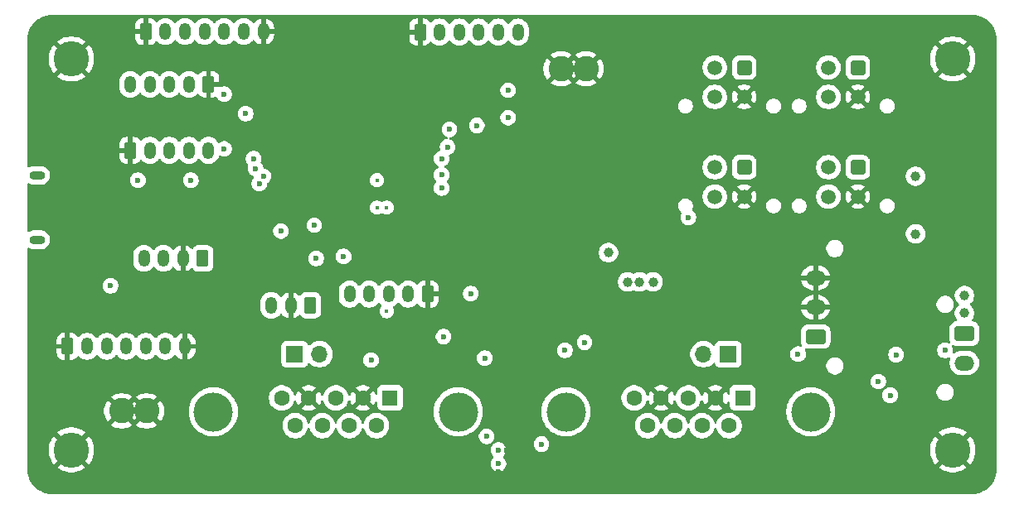
<source format=gbr>
%TF.GenerationSoftware,KiCad,Pcbnew,9.0.0*%
%TF.CreationDate,2025-05-15T11:56:12+12:00*%
%TF.ProjectId,Servo_Board,53657276-6f5f-4426-9f61-72642e6b6963,A*%
%TF.SameCoordinates,Original*%
%TF.FileFunction,Copper,L2,Inr*%
%TF.FilePolarity,Positive*%
%FSLAX46Y46*%
G04 Gerber Fmt 4.6, Leading zero omitted, Abs format (unit mm)*
G04 Created by KiCad (PCBNEW 9.0.0) date 2025-05-15 11:56:12*
%MOMM*%
%LPD*%
G01*
G04 APERTURE LIST*
G04 Aperture macros list*
%AMRoundRect*
0 Rectangle with rounded corners*
0 $1 Rounding radius*
0 $2 $3 $4 $5 $6 $7 $8 $9 X,Y pos of 4 corners*
0 Add a 4 corners polygon primitive as box body*
4,1,4,$2,$3,$4,$5,$6,$7,$8,$9,$2,$3,0*
0 Add four circle primitives for the rounded corners*
1,1,$1+$1,$2,$3*
1,1,$1+$1,$4,$5*
1,1,$1+$1,$6,$7*
1,1,$1+$1,$8,$9*
0 Add four rect primitives between the rounded corners*
20,1,$1+$1,$2,$3,$4,$5,0*
20,1,$1+$1,$4,$5,$6,$7,0*
20,1,$1+$1,$6,$7,$8,$9,0*
20,1,$1+$1,$8,$9,$2,$3,0*%
G04 Aperture macros list end*
%TA.AperFunction,ComponentPad*%
%ADD10C,2.600000*%
%TD*%
%TA.AperFunction,ComponentPad*%
%ADD11C,3.600000*%
%TD*%
%TA.AperFunction,ComponentPad*%
%ADD12RoundRect,0.250000X0.350000X0.625000X-0.350000X0.625000X-0.350000X-0.625000X0.350000X-0.625000X0*%
%TD*%
%TA.AperFunction,ComponentPad*%
%ADD13O,1.200000X1.750000*%
%TD*%
%TA.AperFunction,ComponentPad*%
%ADD14RoundRect,0.250000X-0.350000X-0.625000X0.350000X-0.625000X0.350000X0.625000X-0.350000X0.625000X0*%
%TD*%
%TA.AperFunction,ComponentPad*%
%ADD15R,1.700000X1.700000*%
%TD*%
%TA.AperFunction,ComponentPad*%
%ADD16O,1.700000X1.700000*%
%TD*%
%TA.AperFunction,HeatsinkPad*%
%ADD17O,1.600000X0.900000*%
%TD*%
%TA.AperFunction,ComponentPad*%
%ADD18RoundRect,0.250001X0.499999X0.499999X-0.499999X0.499999X-0.499999X-0.499999X0.499999X-0.499999X0*%
%TD*%
%TA.AperFunction,ComponentPad*%
%ADD19C,1.500000*%
%TD*%
%TA.AperFunction,ComponentPad*%
%ADD20RoundRect,0.250001X0.759999X-0.499999X0.759999X0.499999X-0.759999X0.499999X-0.759999X-0.499999X0*%
%TD*%
%TA.AperFunction,ComponentPad*%
%ADD21O,2.020000X1.500000*%
%TD*%
%TA.AperFunction,ComponentPad*%
%ADD22C,4.000000*%
%TD*%
%TA.AperFunction,ComponentPad*%
%ADD23R,1.600000X1.600000*%
%TD*%
%TA.AperFunction,ComponentPad*%
%ADD24C,1.600000*%
%TD*%
%TA.AperFunction,ComponentPad*%
%ADD25RoundRect,0.250001X-0.759999X0.499999X-0.759999X-0.499999X0.759999X-0.499999X0.759999X0.499999X0*%
%TD*%
%TA.AperFunction,ViaPad*%
%ADD26C,0.450000*%
%TD*%
%TA.AperFunction,ViaPad*%
%ADD27C,0.600000*%
%TD*%
%TA.AperFunction,ViaPad*%
%ADD28C,1.000000*%
%TD*%
G04 APERTURE END LIST*
D10*
%TO.N,GND*%
%TO.C,TP20*%
X155000000Y-81000000D03*
X157540000Y-81000000D03*
%TD*%
%TO.N,GND*%
%TO.C,TP19*%
X110130000Y-116000000D03*
X112670000Y-116000000D03*
%TD*%
D11*
%TO.N,GND*%
%TO.C,H4*%
X195000000Y-120000000D03*
%TD*%
D12*
%TO.N,/SWCLK*%
%TO.C,J1*%
X118400000Y-100400000D03*
D13*
%TO.N,GND*%
X116400000Y-100400000D03*
%TO.N,/SWDIO*%
X114400000Y-100400000D03*
%TO.N,/NRST*%
X112400000Y-100400000D03*
%TD*%
D14*
%TO.N,GND*%
%TO.C,J18*%
X112600000Y-77200000D03*
D13*
%TO.N,/PWM_EXT*%
X114600000Y-77200000D03*
%TO.N,/A11*%
X116600000Y-77200000D03*
%TO.N,+3V3*%
X118600000Y-77200000D03*
%TO.N,/A9*%
X120600000Y-77200000D03*
%TO.N,/A8*%
X122600000Y-77200000D03*
%TO.N,GND*%
X124600000Y-77200000D03*
%TD*%
D15*
%TO.N,/CANL2*%
%TO.C,J10*%
X127800000Y-110200000D03*
D16*
%TO.N,Net-(J10-Pin_2)*%
X130340000Y-110200000D03*
%TD*%
D14*
%TO.N,GND*%
%TO.C,J8*%
X140600000Y-77250000D03*
D13*
%TO.N,/SPI_MOSI*%
X142600000Y-77250000D03*
%TO.N,/SPI_MISO*%
X144600000Y-77250000D03*
%TO.N,/SPI_SCK*%
X146600000Y-77250000D03*
%TO.N,/SPI_CS*%
X148600000Y-77250000D03*
%TO.N,+3V3*%
X150600000Y-77250000D03*
%TD*%
D11*
%TO.N,GND*%
%TO.C,H3*%
X105000000Y-120000000D03*
%TD*%
D15*
%TO.N,/CANH1*%
%TO.C,J9*%
X172075000Y-110200000D03*
D16*
%TO.N,Net-(J9-Pin_2)*%
X169535000Y-110200000D03*
%TD*%
D11*
%TO.N,GND*%
%TO.C,H2*%
X195000000Y-80000000D03*
%TD*%
D12*
%TO.N,/UART2_RX*%
%TO.C,J2*%
X129400000Y-105200000D03*
D13*
%TO.N,GND*%
X127400000Y-105200000D03*
%TO.N,/UART2_TX*%
X125400000Y-105200000D03*
%TD*%
D17*
%TO.N,unconnected-(J4-Shield-Pad6)*%
%TO.C,J4*%
X101525000Y-91900000D03*
%TO.N,unconnected-(J4-Shield-Pad6)_1*%
X101525000Y-98500000D03*
%TD*%
D11*
%TO.N,GND*%
%TO.C,H1*%
X105000000Y-80000000D03*
%TD*%
D18*
%TO.N,+7V4*%
%TO.C,J17*%
X173700000Y-80880000D03*
D19*
%TO.N,/PWM_D*%
X170700000Y-80880000D03*
%TO.N,GND*%
X173700000Y-83880000D03*
%TO.N,Net-(J17-Pin_4)*%
X170700000Y-83880000D03*
%TD*%
D18*
%TO.N,+7V4*%
%TO.C,J16*%
X185300000Y-80880000D03*
D19*
%TO.N,/PWM_C*%
X182300000Y-80880000D03*
%TO.N,GND*%
X185300000Y-83880000D03*
%TO.N,Net-(J16-Pin_4)*%
X182300000Y-83880000D03*
%TD*%
D20*
%TO.N,Net-(J19-Pin_1)*%
%TO.C,J19*%
X181000000Y-108400000D03*
D21*
%TO.N,GND*%
X181000000Y-105400000D03*
X181000000Y-102400000D03*
%TD*%
D22*
%TO.N,N/C*%
%TO.C,J12*%
X144500000Y-116094669D03*
X119500000Y-116094669D03*
D23*
%TO.N,/+7V4_CAN*%
X137540000Y-114674669D03*
D24*
%TO.N,GND*%
X134770000Y-114674669D03*
%TO.N,/CAN2_AUX*%
X132000000Y-114674669D03*
%TO.N,GND*%
X129230000Y-114674669D03*
%TO.N,/+7V4_CAN*%
X126460000Y-114674669D03*
%TO.N,/CANH1*%
X136155000Y-117514669D03*
%TO.N,/CANL1*%
X133385000Y-117514669D03*
%TO.N,/CANH2*%
X130615000Y-117514669D03*
%TO.N,/CANL2*%
X127845000Y-117514669D03*
%TD*%
D14*
%TO.N,GND*%
%TO.C,J5*%
X111000000Y-89350000D03*
D13*
%TO.N,/I2C1_SDA*%
X113000000Y-89350000D03*
%TO.N,unconnected-(J5-Pin_3-Pad3)*%
X115000000Y-89350000D03*
%TO.N,/I2C1_SCL*%
X117000000Y-89350000D03*
%TO.N,+3V3*%
X119000000Y-89350000D03*
%TD*%
D18*
%TO.N,+7V4*%
%TO.C,J15*%
X173700000Y-91080000D03*
D19*
%TO.N,/PWM_A*%
X170700000Y-91080000D03*
%TO.N,GND*%
X173700000Y-94080000D03*
%TO.N,Net-(J15-Pin_4)*%
X170700000Y-94080000D03*
%TD*%
D14*
%TO.N,GND*%
%TO.C,J3*%
X104600000Y-109400000D03*
D13*
%TO.N,/E1*%
X106600000Y-109400000D03*
%TO.N,/E2*%
X108600000Y-109400000D03*
%TO.N,+3V3*%
X110600000Y-109400000D03*
%TO.N,/E3*%
X112600000Y-109400000D03*
%TO.N,/E4*%
X114600000Y-109400000D03*
%TO.N,GND*%
X116600000Y-109400000D03*
%TD*%
D22*
%TO.N,N/C*%
%TO.C,J6*%
X180500000Y-116094669D03*
X155500000Y-116094669D03*
D23*
%TO.N,/+7V4_CAN*%
X173540000Y-114674669D03*
D24*
%TO.N,GND*%
X170770000Y-114674669D03*
%TO.N,/CAN1_AUX*%
X168000000Y-114674669D03*
%TO.N,GND*%
X165230000Y-114674669D03*
%TO.N,/+7V4_CAN*%
X162460000Y-114674669D03*
%TO.N,/CANH1*%
X172155000Y-117514669D03*
%TO.N,/CANL1*%
X169385000Y-117514669D03*
%TO.N,/CANH2*%
X166615000Y-117514669D03*
%TO.N,/CANL2*%
X163845000Y-117514669D03*
%TD*%
D12*
%TO.N,GND*%
%TO.C,J7*%
X141400000Y-104050000D03*
D13*
%TO.N,/I2C2_SDA*%
X139400000Y-104050000D03*
%TO.N,unconnected-(J7-Pin_3-Pad3)*%
X137400000Y-104050000D03*
%TO.N,/I2C2_SCL*%
X135400000Y-104050000D03*
%TO.N,+3V3*%
X133400000Y-104050000D03*
%TD*%
D12*
%TO.N,GND*%
%TO.C,J11*%
X119000000Y-82600000D03*
D13*
%TO.N,/I2C3_SDA*%
X117000000Y-82600000D03*
%TO.N,unconnected-(J11-Pin_3-Pad3)*%
X115000000Y-82600000D03*
%TO.N,/I2C3_SCL*%
X113000000Y-82600000D03*
%TO.N,+3V3*%
X111000000Y-82600000D03*
%TD*%
D18*
%TO.N,+7V4*%
%TO.C,J14*%
X185300000Y-91080000D03*
D19*
%TO.N,/PWM_B*%
X182300000Y-91080000D03*
%TO.N,GND*%
X185300000Y-94080000D03*
%TO.N,Net-(J14-Pin_4)*%
X182300000Y-94080000D03*
%TD*%
D25*
%TO.N,+7V4*%
%TO.C,SW1*%
X196185000Y-108100000D03*
D21*
%TO.N,Net-(SW1-Pin_2)*%
X196185000Y-111100000D03*
%TD*%
D26*
%TO.N,+3V3*%
X137200000Y-95200000D03*
D27*
X155400000Y-109800000D03*
D26*
X137200000Y-105800000D03*
D27*
X194200000Y-109800000D03*
X109000000Y-103200000D03*
X179200000Y-110200000D03*
X117200000Y-92400000D03*
D28*
X163000000Y-102800000D03*
X161800000Y-102800000D03*
X159850000Y-99800000D03*
D27*
X147200000Y-110600000D03*
X145775000Y-104000000D03*
D28*
X164400000Y-102800000D03*
D26*
X136200000Y-92400000D03*
X136200000Y-95200000D03*
D27*
X111800000Y-92400000D03*
X143000000Y-108400000D03*
X122800000Y-85600000D03*
%TO.N,GND*%
X141200000Y-91200000D03*
X148400000Y-107800000D03*
X105800000Y-97400000D03*
D28*
X159600000Y-89400000D03*
X175000000Y-105000000D03*
D27*
X132000000Y-93200000D03*
D26*
X137200894Y-96447971D03*
D27*
X151200000Y-107400000D03*
D28*
X168400000Y-103400000D03*
D27*
X148600000Y-122200000D03*
X137400000Y-93800000D03*
X132350000Y-82800000D03*
X161400000Y-97800000D03*
X149400000Y-120000000D03*
X139200000Y-92600000D03*
D28*
X159600000Y-79200000D03*
D27*
X149800000Y-102600000D03*
X150600000Y-98400000D03*
X177800000Y-117400000D03*
D28*
X197800000Y-92800000D03*
D27*
X134350000Y-84400000D03*
X173000000Y-122000000D03*
X186000000Y-110200000D03*
X180800000Y-96200000D03*
X129950000Y-81000000D03*
X177575000Y-118000000D03*
X139200000Y-95000000D03*
X135600000Y-85800000D03*
X172000000Y-97800000D03*
X145000000Y-109400000D03*
X135200000Y-106740000D03*
X178200000Y-98800000D03*
D28*
X164200000Y-105000000D03*
D27*
X186000000Y-107200000D03*
D28*
X167900000Y-104500000D03*
D27*
X153200000Y-98400000D03*
X115800000Y-87800000D03*
X155800000Y-98400000D03*
D28*
X197800000Y-89400000D03*
D27*
X136000000Y-88400000D03*
X173000000Y-121000000D03*
D28*
%TO.N,+7V4*%
X196185000Y-106000000D03*
D27*
X168000000Y-96200000D03*
D28*
X196185000Y-104200000D03*
X191200000Y-92000000D03*
X191200000Y-97900000D03*
D27*
%TO.N,Net-(D8-A)*%
X188600000Y-114400000D03*
X187400000Y-113000000D03*
X189200000Y-110250002D03*
%TO.N,/CANL1*%
X147400000Y-118600000D03*
%TO.N,/CANH1*%
X153000000Y-119400000D03*
%TO.N,/CAN1_AUX*%
X132800000Y-100200000D03*
X157400000Y-109000000D03*
%TO.N,/CANL2*%
X148600000Y-121400000D03*
X148600000Y-120000000D03*
%TO.N,/CAN2_AUX*%
X130000000Y-100400000D03*
X135600000Y-110800000D03*
%TO.N,Net-(J14-Pin_4)*%
X146400000Y-86800000D03*
%TO.N,/PWM_B*%
X124180721Y-92750000D03*
X142800000Y-93201000D03*
%TO.N,Net-(J15-Pin_4)*%
X143600000Y-87200000D03*
%TO.N,/PWM_A*%
X124600000Y-92000000D03*
X142800000Y-91874000D03*
%TO.N,/PWM_C*%
X142800000Y-90200000D03*
X123800000Y-91200000D03*
%TO.N,Net-(J16-Pin_4)*%
X149600000Y-86000000D03*
%TO.N,/PWM_D*%
X123600000Y-90200000D03*
X143400000Y-89001000D03*
%TO.N,Net-(J17-Pin_4)*%
X149600000Y-83200000D03*
%TO.N,/PWM_EXT*%
X120600000Y-89200000D03*
X120600000Y-83600000D03*
%TO.N,/LED1*%
X126400000Y-97600000D03*
%TO.N,/LED2*%
X129800000Y-97000000D03*
%TD*%
%TA.AperFunction,Conductor*%
%TO.N,GND*%
G36*
X197003736Y-75500726D02*
G01*
X197293796Y-75518271D01*
X197308659Y-75520076D01*
X197590798Y-75571780D01*
X197605335Y-75575363D01*
X197879172Y-75660695D01*
X197893163Y-75666000D01*
X198154743Y-75783727D01*
X198167989Y-75790680D01*
X198413465Y-75939075D01*
X198425776Y-75947573D01*
X198601936Y-76085585D01*
X198651573Y-76124473D01*
X198662781Y-76134403D01*
X198865596Y-76337218D01*
X198875526Y-76348426D01*
X198882291Y-76357061D01*
X199035448Y-76552552D01*
X199052422Y-76574217D01*
X199060928Y-76586540D01*
X199209316Y-76832004D01*
X199216275Y-76845263D01*
X199333997Y-77106831D01*
X199339306Y-77120832D01*
X199424635Y-77394663D01*
X199428219Y-77409201D01*
X199479923Y-77691340D01*
X199481728Y-77706205D01*
X199499274Y-77996263D01*
X199499500Y-78003750D01*
X199499500Y-121996249D01*
X199499274Y-122003736D01*
X199481728Y-122293794D01*
X199479923Y-122308659D01*
X199428219Y-122590798D01*
X199424635Y-122605336D01*
X199339306Y-122879167D01*
X199333997Y-122893168D01*
X199216275Y-123154736D01*
X199209316Y-123167995D01*
X199060928Y-123413459D01*
X199052422Y-123425782D01*
X198875526Y-123651573D01*
X198865596Y-123662781D01*
X198662781Y-123865596D01*
X198651573Y-123875526D01*
X198425782Y-124052422D01*
X198413459Y-124060928D01*
X198167995Y-124209316D01*
X198154736Y-124216275D01*
X197893168Y-124333997D01*
X197879167Y-124339306D01*
X197605336Y-124424635D01*
X197590798Y-124428219D01*
X197308659Y-124479923D01*
X197293794Y-124481728D01*
X197003736Y-124499274D01*
X196996249Y-124499500D01*
X103003751Y-124499500D01*
X102996264Y-124499274D01*
X102706205Y-124481728D01*
X102691340Y-124479923D01*
X102409201Y-124428219D01*
X102394663Y-124424635D01*
X102120832Y-124339306D01*
X102106831Y-124333997D01*
X101845263Y-124216275D01*
X101832004Y-124209316D01*
X101586540Y-124060928D01*
X101574217Y-124052422D01*
X101348426Y-123875526D01*
X101337218Y-123865596D01*
X101134403Y-123662781D01*
X101124473Y-123651573D01*
X100947573Y-123425776D01*
X100939075Y-123413465D01*
X100790680Y-123167989D01*
X100783727Y-123154743D01*
X100666000Y-122893163D01*
X100660693Y-122879167D01*
X100575364Y-122605336D01*
X100571780Y-122590798D01*
X100520076Y-122308659D01*
X100518271Y-122293794D01*
X100500726Y-122003736D01*
X100500500Y-121996249D01*
X100500500Y-119849256D01*
X102700000Y-119849256D01*
X102700000Y-120150743D01*
X102700001Y-120150759D01*
X102739353Y-120449667D01*
X102817389Y-120740901D01*
X102932765Y-121019443D01*
X102932770Y-121019454D01*
X103083512Y-121280545D01*
X103083523Y-121280561D01*
X103206115Y-121440328D01*
X103206117Y-121440328D01*
X103705747Y-120940697D01*
X103779588Y-121042330D01*
X103957670Y-121220412D01*
X104059300Y-121294251D01*
X103559670Y-121793881D01*
X103559670Y-121793882D01*
X103719438Y-121916476D01*
X103719454Y-121916487D01*
X103980545Y-122067229D01*
X103980556Y-122067234D01*
X104259098Y-122182610D01*
X104550332Y-122260646D01*
X104849240Y-122299998D01*
X104849257Y-122300000D01*
X105150743Y-122300000D01*
X105150759Y-122299998D01*
X105449667Y-122260646D01*
X105740901Y-122182610D01*
X106019443Y-122067234D01*
X106019454Y-122067229D01*
X106280545Y-121916487D01*
X106280553Y-121916481D01*
X106440328Y-121793881D01*
X105940698Y-121294251D01*
X106042330Y-121220412D01*
X106220412Y-121042330D01*
X106294251Y-120940698D01*
X106793881Y-121440328D01*
X106916481Y-121280553D01*
X106916487Y-121280545D01*
X107067229Y-121019454D01*
X107067234Y-121019443D01*
X107182610Y-120740901D01*
X107260646Y-120449667D01*
X107299998Y-120150759D01*
X107300000Y-120150743D01*
X107300000Y-119921153D01*
X147799500Y-119921153D01*
X147799500Y-120078846D01*
X147830261Y-120233489D01*
X147830264Y-120233501D01*
X147890602Y-120379172D01*
X147890609Y-120379185D01*
X147978210Y-120510288D01*
X147978213Y-120510292D01*
X148080240Y-120612319D01*
X148113725Y-120673642D01*
X148108741Y-120743334D01*
X148080240Y-120787681D01*
X147978213Y-120889707D01*
X147978210Y-120889711D01*
X147890609Y-121020814D01*
X147890602Y-121020827D01*
X147830264Y-121166498D01*
X147830261Y-121166510D01*
X147799500Y-121321153D01*
X147799500Y-121478846D01*
X147830261Y-121633489D01*
X147830264Y-121633501D01*
X147890602Y-121779172D01*
X147890609Y-121779185D01*
X147978210Y-121910288D01*
X147978213Y-121910292D01*
X148089707Y-122021786D01*
X148089711Y-122021789D01*
X148220814Y-122109390D01*
X148220827Y-122109397D01*
X148366498Y-122169735D01*
X148366503Y-122169737D01*
X148521153Y-122200499D01*
X148521156Y-122200500D01*
X148521158Y-122200500D01*
X148678844Y-122200500D01*
X148678845Y-122200499D01*
X148833497Y-122169737D01*
X148979179Y-122109394D01*
X149110289Y-122021789D01*
X149221789Y-121910289D01*
X149309394Y-121779179D01*
X149369737Y-121633497D01*
X149400500Y-121478842D01*
X149400500Y-121321158D01*
X149400500Y-121321155D01*
X149400499Y-121321153D01*
X149392423Y-121280553D01*
X149369737Y-121166503D01*
X149369735Y-121166498D01*
X149309397Y-121020827D01*
X149309390Y-121020814D01*
X149221789Y-120889711D01*
X149221786Y-120889707D01*
X149119760Y-120787681D01*
X149086275Y-120726358D01*
X149091259Y-120656666D01*
X149119760Y-120612319D01*
X149221786Y-120510292D01*
X149221789Y-120510289D01*
X149309394Y-120379179D01*
X149369737Y-120233497D01*
X149400500Y-120078842D01*
X149400500Y-119921158D01*
X149400500Y-119921155D01*
X149400499Y-119921153D01*
X149386198Y-119849256D01*
X149369737Y-119766503D01*
X149369735Y-119766498D01*
X149309397Y-119620827D01*
X149309390Y-119620814D01*
X149221789Y-119489711D01*
X149221786Y-119489707D01*
X149110292Y-119378213D01*
X149110288Y-119378210D01*
X149024897Y-119321153D01*
X152199500Y-119321153D01*
X152199500Y-119478846D01*
X152230261Y-119633489D01*
X152230264Y-119633501D01*
X152290602Y-119779172D01*
X152290609Y-119779185D01*
X152378210Y-119910288D01*
X152378213Y-119910292D01*
X152489707Y-120021786D01*
X152489711Y-120021789D01*
X152620814Y-120109390D01*
X152620827Y-120109397D01*
X152766498Y-120169735D01*
X152766503Y-120169737D01*
X152921153Y-120200499D01*
X152921156Y-120200500D01*
X152921158Y-120200500D01*
X153078844Y-120200500D01*
X153078845Y-120200499D01*
X153233497Y-120169737D01*
X153379179Y-120109394D01*
X153510289Y-120021789D01*
X153621789Y-119910289D01*
X153662570Y-119849256D01*
X192700000Y-119849256D01*
X192700000Y-120150743D01*
X192700001Y-120150759D01*
X192739353Y-120449667D01*
X192817389Y-120740901D01*
X192932765Y-121019443D01*
X192932770Y-121019454D01*
X193083512Y-121280545D01*
X193083523Y-121280561D01*
X193206115Y-121440328D01*
X193206117Y-121440328D01*
X193705747Y-120940697D01*
X193779588Y-121042330D01*
X193957670Y-121220412D01*
X194059300Y-121294251D01*
X193559670Y-121793881D01*
X193559670Y-121793882D01*
X193719438Y-121916476D01*
X193719454Y-121916487D01*
X193980545Y-122067229D01*
X193980556Y-122067234D01*
X194259098Y-122182610D01*
X194550332Y-122260646D01*
X194849240Y-122299998D01*
X194849257Y-122300000D01*
X195150743Y-122300000D01*
X195150759Y-122299998D01*
X195449667Y-122260646D01*
X195740901Y-122182610D01*
X196019443Y-122067234D01*
X196019454Y-122067229D01*
X196280545Y-121916487D01*
X196280553Y-121916481D01*
X196440328Y-121793881D01*
X195940698Y-121294251D01*
X196042330Y-121220412D01*
X196220412Y-121042330D01*
X196294251Y-120940698D01*
X196793881Y-121440328D01*
X196916481Y-121280553D01*
X196916487Y-121280545D01*
X197067229Y-121019454D01*
X197067234Y-121019443D01*
X197182610Y-120740901D01*
X197260646Y-120449667D01*
X197299998Y-120150759D01*
X197300000Y-120150743D01*
X197300000Y-119849256D01*
X197299998Y-119849240D01*
X197260646Y-119550332D01*
X197182610Y-119259098D01*
X197067234Y-118980556D01*
X197067229Y-118980545D01*
X196916487Y-118719454D01*
X196916476Y-118719438D01*
X196793881Y-118559670D01*
X196294250Y-119059300D01*
X196220412Y-118957670D01*
X196042330Y-118779588D01*
X195940697Y-118705747D01*
X196440328Y-118206117D01*
X196440328Y-118206115D01*
X196280561Y-118083523D01*
X196280545Y-118083512D01*
X196019454Y-117932770D01*
X196019443Y-117932765D01*
X195740901Y-117817389D01*
X195449667Y-117739353D01*
X195150759Y-117700001D01*
X195150743Y-117700000D01*
X194849257Y-117700000D01*
X194849240Y-117700001D01*
X194550332Y-117739353D01*
X194259098Y-117817389D01*
X193980556Y-117932765D01*
X193980545Y-117932770D01*
X193719442Y-118083520D01*
X193559670Y-118206116D01*
X193559670Y-118206117D01*
X194059301Y-118705748D01*
X193957670Y-118779588D01*
X193779588Y-118957670D01*
X193705748Y-119059301D01*
X193206117Y-118559670D01*
X193206116Y-118559670D01*
X193083520Y-118719442D01*
X192932770Y-118980545D01*
X192932765Y-118980556D01*
X192817389Y-119259098D01*
X192739353Y-119550332D01*
X192700001Y-119849240D01*
X192700000Y-119849256D01*
X153662570Y-119849256D01*
X153709394Y-119779179D01*
X153769737Y-119633497D01*
X153800500Y-119478842D01*
X153800500Y-119321158D01*
X153800500Y-119321155D01*
X153800499Y-119321153D01*
X153780734Y-119221789D01*
X153769737Y-119166503D01*
X153746452Y-119110288D01*
X153709397Y-119020827D01*
X153709390Y-119020814D01*
X153621789Y-118889711D01*
X153621786Y-118889707D01*
X153510292Y-118778213D01*
X153510288Y-118778210D01*
X153379185Y-118690609D01*
X153379172Y-118690602D01*
X153233501Y-118630264D01*
X153233489Y-118630261D01*
X153078845Y-118599500D01*
X153078842Y-118599500D01*
X152921158Y-118599500D01*
X152921155Y-118599500D01*
X152766510Y-118630261D01*
X152766498Y-118630264D01*
X152620827Y-118690602D01*
X152620814Y-118690609D01*
X152489711Y-118778210D01*
X152489707Y-118778213D01*
X152378213Y-118889707D01*
X152378210Y-118889711D01*
X152290609Y-119020814D01*
X152290602Y-119020827D01*
X152230264Y-119166498D01*
X152230261Y-119166510D01*
X152199500Y-119321153D01*
X149024897Y-119321153D01*
X148979185Y-119290609D01*
X148979172Y-119290602D01*
X148833501Y-119230264D01*
X148833489Y-119230261D01*
X148678845Y-119199500D01*
X148678842Y-119199500D01*
X148521158Y-119199500D01*
X148521155Y-119199500D01*
X148366510Y-119230261D01*
X148366498Y-119230264D01*
X148220827Y-119290602D01*
X148220809Y-119290612D01*
X148130842Y-119350725D01*
X148130826Y-119350738D01*
X148089711Y-119378211D01*
X148029038Y-119438883D01*
X148029016Y-119438903D01*
X147978214Y-119489706D01*
X147978210Y-119489711D01*
X147890609Y-119620814D01*
X147890602Y-119620827D01*
X147830264Y-119766498D01*
X147830261Y-119766510D01*
X147799500Y-119921153D01*
X107300000Y-119921153D01*
X107300000Y-119849256D01*
X107299998Y-119849240D01*
X107260646Y-119550332D01*
X107182610Y-119259098D01*
X107067234Y-118980556D01*
X107067229Y-118980545D01*
X106916487Y-118719454D01*
X106916476Y-118719438D01*
X106793881Y-118559670D01*
X106294250Y-119059300D01*
X106220412Y-118957670D01*
X106042330Y-118779588D01*
X105940697Y-118705747D01*
X106440328Y-118206117D01*
X106440328Y-118206115D01*
X106280561Y-118083523D01*
X106280545Y-118083512D01*
X106019454Y-117932770D01*
X106019443Y-117932765D01*
X105740901Y-117817389D01*
X105449667Y-117739353D01*
X105150759Y-117700001D01*
X105150743Y-117700000D01*
X104849257Y-117700000D01*
X104849240Y-117700001D01*
X104550332Y-117739353D01*
X104259098Y-117817389D01*
X103980556Y-117932765D01*
X103980545Y-117932770D01*
X103719442Y-118083520D01*
X103559670Y-118206116D01*
X103559670Y-118206117D01*
X104059301Y-118705748D01*
X103957670Y-118779588D01*
X103779588Y-118957670D01*
X103705748Y-119059301D01*
X103206117Y-118559670D01*
X103206116Y-118559670D01*
X103083520Y-118719442D01*
X102932770Y-118980545D01*
X102932765Y-118980556D01*
X102817389Y-119259098D01*
X102739353Y-119550332D01*
X102700001Y-119849240D01*
X102700000Y-119849256D01*
X100500500Y-119849256D01*
X100500500Y-115882014D01*
X108330000Y-115882014D01*
X108330000Y-116117985D01*
X108360799Y-116351914D01*
X108421870Y-116579837D01*
X108512160Y-116797819D01*
X108512165Y-116797828D01*
X108630144Y-117002171D01*
X108630145Y-117002172D01*
X108692721Y-117083723D01*
X109528958Y-116247487D01*
X109553978Y-116307890D01*
X109625112Y-116414351D01*
X109715649Y-116504888D01*
X109822110Y-116576022D01*
X109882511Y-116601041D01*
X109046275Y-117437277D01*
X109127827Y-117499854D01*
X109127828Y-117499855D01*
X109332171Y-117617834D01*
X109332180Y-117617839D01*
X109550163Y-117708129D01*
X109550161Y-117708129D01*
X109778085Y-117769200D01*
X110012014Y-117799999D01*
X110012029Y-117800000D01*
X110247971Y-117800000D01*
X110247985Y-117799999D01*
X110481914Y-117769200D01*
X110709837Y-117708129D01*
X110927819Y-117617839D01*
X110927828Y-117617834D01*
X111132181Y-117499850D01*
X111213723Y-117437279D01*
X111213723Y-117437276D01*
X110377487Y-116601041D01*
X110437890Y-116576022D01*
X110544351Y-116504888D01*
X110634888Y-116414351D01*
X110706022Y-116307890D01*
X110731041Y-116247487D01*
X111400000Y-116916446D01*
X112068958Y-116247487D01*
X112093978Y-116307890D01*
X112165112Y-116414351D01*
X112255649Y-116504888D01*
X112362110Y-116576022D01*
X112422511Y-116601041D01*
X111586275Y-117437277D01*
X111667827Y-117499854D01*
X111667828Y-117499855D01*
X111872171Y-117617834D01*
X111872180Y-117617839D01*
X112090163Y-117708129D01*
X112090161Y-117708129D01*
X112318085Y-117769200D01*
X112552014Y-117799999D01*
X112552029Y-117800000D01*
X112787971Y-117800000D01*
X112787985Y-117799999D01*
X113021914Y-117769200D01*
X113249837Y-117708129D01*
X113467819Y-117617839D01*
X113467828Y-117617834D01*
X113672181Y-117499850D01*
X113753723Y-117437279D01*
X113753723Y-117437276D01*
X112917487Y-116601041D01*
X112977890Y-116576022D01*
X113084351Y-116504888D01*
X113174888Y-116414351D01*
X113246022Y-116307890D01*
X113271041Y-116247488D01*
X114107276Y-117083723D01*
X114107279Y-117083723D01*
X114169850Y-117002181D01*
X114287834Y-116797828D01*
X114287839Y-116797819D01*
X114378129Y-116579837D01*
X114439200Y-116351914D01*
X114469999Y-116117985D01*
X114470000Y-116117971D01*
X114470000Y-115954237D01*
X116999500Y-115954237D01*
X116999500Y-116235100D01*
X117030942Y-116514163D01*
X117030945Y-116514181D01*
X117093439Y-116787986D01*
X117093443Y-116787998D01*
X117186200Y-117053080D01*
X117308053Y-117306111D01*
X117308055Y-117306114D01*
X117457477Y-117543917D01*
X117515775Y-117617020D01*
X117622284Y-117750579D01*
X117632584Y-117763494D01*
X117831175Y-117962085D01*
X118050752Y-118137192D01*
X118288555Y-118286614D01*
X118541592Y-118408470D01*
X118740680Y-118478134D01*
X118806670Y-118501225D01*
X118806682Y-118501229D01*
X119080491Y-118563724D01*
X119080497Y-118563724D01*
X119080505Y-118563726D01*
X119266547Y-118584687D01*
X119359569Y-118595168D01*
X119359572Y-118595169D01*
X119359575Y-118595169D01*
X119640428Y-118595169D01*
X119640429Y-118595168D01*
X119783055Y-118579098D01*
X119919494Y-118563726D01*
X119919499Y-118563725D01*
X119919509Y-118563724D01*
X120193318Y-118501229D01*
X120458408Y-118408470D01*
X120711445Y-118286614D01*
X120949248Y-118137192D01*
X121168825Y-117962085D01*
X121367416Y-117763494D01*
X121542523Y-117543917D01*
X121625213Y-117412317D01*
X126544500Y-117412317D01*
X126544500Y-117617020D01*
X126576522Y-117819203D01*
X126639781Y-118013892D01*
X126732715Y-118196282D01*
X126853028Y-118361882D01*
X126997786Y-118506640D01*
X127152749Y-118619225D01*
X127163390Y-118626956D01*
X127265222Y-118678842D01*
X127345776Y-118719887D01*
X127345778Y-118719887D01*
X127345781Y-118719889D01*
X127450137Y-118753796D01*
X127540465Y-118783146D01*
X127641557Y-118799157D01*
X127742648Y-118815169D01*
X127742649Y-118815169D01*
X127947351Y-118815169D01*
X127947352Y-118815169D01*
X128149534Y-118783146D01*
X128344219Y-118719889D01*
X128526610Y-118626956D01*
X128677649Y-118517221D01*
X128692213Y-118506640D01*
X128692215Y-118506637D01*
X128692219Y-118506635D01*
X128836966Y-118361888D01*
X128836968Y-118361884D01*
X128836971Y-118361882D01*
X128891655Y-118286614D01*
X128957287Y-118196279D01*
X129050220Y-118013888D01*
X129109883Y-117830264D01*
X129112069Y-117823537D01*
X129151507Y-117765862D01*
X129215866Y-117738664D01*
X129284712Y-117750579D01*
X129336188Y-117797823D01*
X129347931Y-117823537D01*
X129409781Y-118013892D01*
X129502715Y-118196282D01*
X129623028Y-118361882D01*
X129767786Y-118506640D01*
X129922749Y-118619225D01*
X129933390Y-118626956D01*
X130035222Y-118678842D01*
X130115776Y-118719887D01*
X130115778Y-118719887D01*
X130115781Y-118719889D01*
X130220137Y-118753796D01*
X130310465Y-118783146D01*
X130411557Y-118799157D01*
X130512648Y-118815169D01*
X130512649Y-118815169D01*
X130717351Y-118815169D01*
X130717352Y-118815169D01*
X130919534Y-118783146D01*
X131114219Y-118719889D01*
X131296610Y-118626956D01*
X131447649Y-118517221D01*
X131462213Y-118506640D01*
X131462215Y-118506637D01*
X131462219Y-118506635D01*
X131606966Y-118361888D01*
X131606968Y-118361884D01*
X131606971Y-118361882D01*
X131661655Y-118286614D01*
X131727287Y-118196279D01*
X131820220Y-118013888D01*
X131879883Y-117830264D01*
X131882069Y-117823537D01*
X131921507Y-117765862D01*
X131985866Y-117738664D01*
X132054712Y-117750579D01*
X132106188Y-117797823D01*
X132117931Y-117823537D01*
X132179781Y-118013892D01*
X132272715Y-118196282D01*
X132393028Y-118361882D01*
X132537786Y-118506640D01*
X132692749Y-118619225D01*
X132703390Y-118626956D01*
X132805222Y-118678842D01*
X132885776Y-118719887D01*
X132885778Y-118719887D01*
X132885781Y-118719889D01*
X132990137Y-118753796D01*
X133080465Y-118783146D01*
X133181557Y-118799157D01*
X133282648Y-118815169D01*
X133282649Y-118815169D01*
X133487351Y-118815169D01*
X133487352Y-118815169D01*
X133689534Y-118783146D01*
X133884219Y-118719889D01*
X134066610Y-118626956D01*
X134217649Y-118517221D01*
X134232213Y-118506640D01*
X134232215Y-118506637D01*
X134232219Y-118506635D01*
X134376966Y-118361888D01*
X134376968Y-118361884D01*
X134376971Y-118361882D01*
X134431655Y-118286614D01*
X134497287Y-118196279D01*
X134590220Y-118013888D01*
X134649883Y-117830264D01*
X134652069Y-117823537D01*
X134691507Y-117765862D01*
X134755866Y-117738664D01*
X134824712Y-117750579D01*
X134876188Y-117797823D01*
X134887931Y-117823537D01*
X134949781Y-118013892D01*
X135042715Y-118196282D01*
X135163028Y-118361882D01*
X135307786Y-118506640D01*
X135462749Y-118619225D01*
X135473390Y-118626956D01*
X135575222Y-118678842D01*
X135655776Y-118719887D01*
X135655778Y-118719887D01*
X135655781Y-118719889D01*
X135760137Y-118753796D01*
X135850465Y-118783146D01*
X135951557Y-118799157D01*
X136052648Y-118815169D01*
X136052649Y-118815169D01*
X136257351Y-118815169D01*
X136257352Y-118815169D01*
X136459534Y-118783146D01*
X136654219Y-118719889D01*
X136836610Y-118626956D01*
X136987649Y-118517221D01*
X137002213Y-118506640D01*
X137002215Y-118506637D01*
X137002219Y-118506635D01*
X137146966Y-118361888D01*
X137146968Y-118361884D01*
X137146971Y-118361882D01*
X137201655Y-118286614D01*
X137267287Y-118196279D01*
X137360220Y-118013888D01*
X137423477Y-117819203D01*
X137455500Y-117617021D01*
X137455500Y-117412317D01*
X137423477Y-117210135D01*
X137422068Y-117205800D01*
X137382403Y-117083723D01*
X137360220Y-117015450D01*
X137360218Y-117015447D01*
X137360218Y-117015445D01*
X137309775Y-116916446D01*
X137267287Y-116833059D01*
X137259556Y-116822418D01*
X137146971Y-116667455D01*
X137002213Y-116522697D01*
X136836613Y-116402384D01*
X136836612Y-116402383D01*
X136836610Y-116402382D01*
X136740780Y-116353554D01*
X136654223Y-116309450D01*
X136459534Y-116246191D01*
X136284995Y-116218547D01*
X136257352Y-116214169D01*
X136052648Y-116214169D01*
X136028329Y-116218020D01*
X135850465Y-116246191D01*
X135655776Y-116309450D01*
X135473386Y-116402384D01*
X135307786Y-116522697D01*
X135163028Y-116667455D01*
X135042715Y-116833055D01*
X134949781Y-117015445D01*
X134887931Y-117205800D01*
X134848493Y-117263475D01*
X134784134Y-117290673D01*
X134715288Y-117278758D01*
X134663812Y-117231514D01*
X134652069Y-117205800D01*
X134590218Y-117015445D01*
X134539775Y-116916446D01*
X134497287Y-116833059D01*
X134489556Y-116822418D01*
X134376971Y-116667455D01*
X134232213Y-116522697D01*
X134066613Y-116402384D01*
X134066612Y-116402383D01*
X134066610Y-116402382D01*
X133970780Y-116353554D01*
X133884223Y-116309450D01*
X133689534Y-116246191D01*
X133514995Y-116218547D01*
X133487352Y-116214169D01*
X133282648Y-116214169D01*
X133258329Y-116218020D01*
X133080465Y-116246191D01*
X132885776Y-116309450D01*
X132703386Y-116402384D01*
X132537786Y-116522697D01*
X132393028Y-116667455D01*
X132272715Y-116833055D01*
X132179781Y-117015445D01*
X132117931Y-117205800D01*
X132078493Y-117263475D01*
X132014134Y-117290673D01*
X131945288Y-117278758D01*
X131893812Y-117231514D01*
X131882069Y-117205800D01*
X131820218Y-117015445D01*
X131769775Y-116916446D01*
X131727287Y-116833059D01*
X131719556Y-116822418D01*
X131606971Y-116667455D01*
X131462213Y-116522697D01*
X131296613Y-116402384D01*
X131296612Y-116402383D01*
X131296610Y-116402382D01*
X131200780Y-116353554D01*
X131114223Y-116309450D01*
X130919534Y-116246191D01*
X130744995Y-116218547D01*
X130717352Y-116214169D01*
X130512648Y-116214169D01*
X130488329Y-116218020D01*
X130310465Y-116246191D01*
X130115776Y-116309450D01*
X129933386Y-116402384D01*
X129767786Y-116522697D01*
X129623028Y-116667455D01*
X129502715Y-116833055D01*
X129409781Y-117015445D01*
X129347931Y-117205800D01*
X129308493Y-117263475D01*
X129244134Y-117290673D01*
X129175288Y-117278758D01*
X129123812Y-117231514D01*
X129112069Y-117205800D01*
X129050218Y-117015445D01*
X128999775Y-116916446D01*
X128957287Y-116833059D01*
X128949556Y-116822418D01*
X128836971Y-116667455D01*
X128692213Y-116522697D01*
X128526613Y-116402384D01*
X128526612Y-116402383D01*
X128526610Y-116402382D01*
X128430780Y-116353554D01*
X128344223Y-116309450D01*
X128149534Y-116246191D01*
X127974995Y-116218547D01*
X127947352Y-116214169D01*
X127742648Y-116214169D01*
X127718329Y-116218020D01*
X127540465Y-116246191D01*
X127345776Y-116309450D01*
X127163386Y-116402384D01*
X126997786Y-116522697D01*
X126853028Y-116667455D01*
X126732715Y-116833055D01*
X126639781Y-117015445D01*
X126576522Y-117210134D01*
X126544500Y-117412317D01*
X121625213Y-117412317D01*
X121691945Y-117306114D01*
X121813801Y-117053077D01*
X121906560Y-116787987D01*
X121969055Y-116514178D01*
X122000500Y-116235094D01*
X122000500Y-115954244D01*
X121973770Y-115717004D01*
X121969057Y-115675174D01*
X121969054Y-115675156D01*
X121906560Y-115401351D01*
X121906556Y-115401339D01*
X121836279Y-115200500D01*
X121813801Y-115136261D01*
X121712089Y-114925054D01*
X121691946Y-114883226D01*
X121691945Y-114883224D01*
X121542523Y-114645421D01*
X121484224Y-114572317D01*
X125159500Y-114572317D01*
X125159500Y-114777020D01*
X125191522Y-114979203D01*
X125254781Y-115173892D01*
X125318691Y-115299322D01*
X125347585Y-115356028D01*
X125347715Y-115356282D01*
X125468028Y-115521882D01*
X125612786Y-115666640D01*
X125733226Y-115754143D01*
X125778390Y-115786956D01*
X125867212Y-115832213D01*
X125960776Y-115879887D01*
X125960778Y-115879887D01*
X125960781Y-115879889D01*
X126065137Y-115913796D01*
X126155465Y-115943146D01*
X126225516Y-115954241D01*
X126357648Y-115975169D01*
X126357649Y-115975169D01*
X126562351Y-115975169D01*
X126562352Y-115975169D01*
X126764534Y-115943146D01*
X126959219Y-115879889D01*
X127141610Y-115786956D01*
X127237901Y-115716997D01*
X127307213Y-115666640D01*
X127307215Y-115666637D01*
X127307219Y-115666635D01*
X127451966Y-115521888D01*
X127451968Y-115521884D01*
X127451971Y-115521882D01*
X127523101Y-115423978D01*
X127572287Y-115356279D01*
X127665220Y-115173888D01*
X127727331Y-114982729D01*
X127766769Y-114925054D01*
X127831127Y-114897856D01*
X127899974Y-114909771D01*
X127951449Y-114957015D01*
X127963193Y-114982729D01*
X128025244Y-115173700D01*
X128118141Y-115356019D01*
X128118147Y-115356028D01*
X128150523Y-115400590D01*
X128150524Y-115400591D01*
X128747037Y-114804078D01*
X128764075Y-114867662D01*
X128829901Y-114981676D01*
X128922993Y-115074768D01*
X129037007Y-115140594D01*
X129100590Y-115157631D01*
X128504076Y-115754143D01*
X128548650Y-115786528D01*
X128730968Y-115879424D01*
X128925582Y-115942659D01*
X129127683Y-115974669D01*
X129332317Y-115974669D01*
X129534417Y-115942659D01*
X129729031Y-115879424D01*
X129911349Y-115786528D01*
X129955922Y-115754143D01*
X129359409Y-115157631D01*
X129422993Y-115140594D01*
X129537007Y-115074768D01*
X129630099Y-114981676D01*
X129695925Y-114867662D01*
X129712962Y-114804078D01*
X130309474Y-115400590D01*
X130341859Y-115356018D01*
X130434755Y-115173698D01*
X130496806Y-114982730D01*
X130536244Y-114925054D01*
X130600602Y-114897856D01*
X130669449Y-114909771D01*
X130720924Y-114957015D01*
X130732668Y-114982729D01*
X130794781Y-115173892D01*
X130858691Y-115299322D01*
X130887585Y-115356028D01*
X130887715Y-115356282D01*
X131008028Y-115521882D01*
X131152786Y-115666640D01*
X131273226Y-115754143D01*
X131318390Y-115786956D01*
X131407212Y-115832213D01*
X131500776Y-115879887D01*
X131500778Y-115879887D01*
X131500781Y-115879889D01*
X131605137Y-115913796D01*
X131695465Y-115943146D01*
X131765516Y-115954241D01*
X131897648Y-115975169D01*
X131897649Y-115975169D01*
X132102351Y-115975169D01*
X132102352Y-115975169D01*
X132304534Y-115943146D01*
X132499219Y-115879889D01*
X132681610Y-115786956D01*
X132777901Y-115716997D01*
X132847213Y-115666640D01*
X132847215Y-115666637D01*
X132847219Y-115666635D01*
X132991966Y-115521888D01*
X132991968Y-115521884D01*
X132991971Y-115521882D01*
X133063101Y-115423978D01*
X133112287Y-115356279D01*
X133205220Y-115173888D01*
X133267331Y-114982729D01*
X133306769Y-114925054D01*
X133371127Y-114897856D01*
X133439974Y-114909771D01*
X133491449Y-114957015D01*
X133503193Y-114982729D01*
X133565244Y-115173700D01*
X133658141Y-115356019D01*
X133658147Y-115356028D01*
X133690523Y-115400590D01*
X133690524Y-115400591D01*
X134287037Y-114804078D01*
X134304075Y-114867662D01*
X134369901Y-114981676D01*
X134462993Y-115074768D01*
X134577007Y-115140594D01*
X134640590Y-115157631D01*
X134044076Y-115754143D01*
X134088650Y-115786528D01*
X134270968Y-115879424D01*
X134465582Y-115942659D01*
X134667683Y-115974669D01*
X134872317Y-115974669D01*
X135074417Y-115942659D01*
X135269031Y-115879424D01*
X135451349Y-115786528D01*
X135495921Y-115754143D01*
X134899409Y-115157631D01*
X134962993Y-115140594D01*
X135077007Y-115074768D01*
X135170099Y-114981676D01*
X135235925Y-114867662D01*
X135252962Y-114804078D01*
X135849474Y-115400590D01*
X135881859Y-115356018D01*
X135974755Y-115173698D01*
X135997569Y-115103486D01*
X136037006Y-115045811D01*
X136101365Y-115018612D01*
X136170211Y-115030526D01*
X136221687Y-115077770D01*
X136239500Y-115141804D01*
X136239500Y-115522538D01*
X136239501Y-115522545D01*
X136245908Y-115582152D01*
X136296202Y-115716997D01*
X136296206Y-115717004D01*
X136382452Y-115832213D01*
X136382455Y-115832216D01*
X136497664Y-115918462D01*
X136497671Y-115918466D01*
X136632517Y-115968760D01*
X136632516Y-115968760D01*
X136639444Y-115969504D01*
X136692127Y-115975169D01*
X138387872Y-115975168D01*
X138447483Y-115968760D01*
X138486421Y-115954237D01*
X141999500Y-115954237D01*
X141999500Y-116235100D01*
X142030942Y-116514163D01*
X142030945Y-116514181D01*
X142093439Y-116787986D01*
X142093443Y-116787998D01*
X142186200Y-117053080D01*
X142308053Y-117306111D01*
X142308055Y-117306114D01*
X142457477Y-117543917D01*
X142515775Y-117617020D01*
X142622284Y-117750579D01*
X142632584Y-117763494D01*
X142831175Y-117962085D01*
X143050752Y-118137192D01*
X143288555Y-118286614D01*
X143541592Y-118408470D01*
X143740680Y-118478134D01*
X143806670Y-118501225D01*
X143806682Y-118501229D01*
X144080491Y-118563724D01*
X144080497Y-118563724D01*
X144080505Y-118563726D01*
X144266547Y-118584687D01*
X144359569Y-118595168D01*
X144359572Y-118595169D01*
X144359575Y-118595169D01*
X144640428Y-118595169D01*
X144640429Y-118595168D01*
X144783055Y-118579098D01*
X144919494Y-118563726D01*
X144919499Y-118563725D01*
X144919509Y-118563724D01*
X145106025Y-118521153D01*
X146599500Y-118521153D01*
X146599500Y-118678846D01*
X146630261Y-118833489D01*
X146630264Y-118833501D01*
X146690602Y-118979172D01*
X146690609Y-118979185D01*
X146778210Y-119110288D01*
X146778213Y-119110292D01*
X146889707Y-119221786D01*
X146889711Y-119221789D01*
X147020814Y-119309390D01*
X147020827Y-119309397D01*
X147166498Y-119369735D01*
X147166503Y-119369737D01*
X147321153Y-119400499D01*
X147321156Y-119400500D01*
X147321158Y-119400500D01*
X147478844Y-119400500D01*
X147478845Y-119400499D01*
X147633497Y-119369737D01*
X147779179Y-119309394D01*
X147910289Y-119221789D01*
X148021789Y-119110289D01*
X148109394Y-118979179D01*
X148169737Y-118833497D01*
X148200500Y-118678842D01*
X148200500Y-118521158D01*
X148200500Y-118521155D01*
X148200499Y-118521153D01*
X148196535Y-118501225D01*
X148169737Y-118366503D01*
X148169735Y-118366498D01*
X148109397Y-118220827D01*
X148109390Y-118220814D01*
X148021789Y-118089711D01*
X148021786Y-118089707D01*
X147910292Y-117978213D01*
X147910288Y-117978210D01*
X147779185Y-117890609D01*
X147779172Y-117890602D01*
X147633501Y-117830264D01*
X147633489Y-117830261D01*
X147478845Y-117799500D01*
X147478842Y-117799500D01*
X147321158Y-117799500D01*
X147321155Y-117799500D01*
X147166510Y-117830261D01*
X147166498Y-117830264D01*
X147020827Y-117890602D01*
X147020814Y-117890609D01*
X146889711Y-117978210D01*
X146889707Y-117978213D01*
X146778213Y-118089707D01*
X146778210Y-118089711D01*
X146690609Y-118220814D01*
X146690602Y-118220827D01*
X146630264Y-118366498D01*
X146630261Y-118366510D01*
X146599500Y-118521153D01*
X145106025Y-118521153D01*
X145193318Y-118501229D01*
X145458408Y-118408470D01*
X145464658Y-118405459D01*
X145469051Y-118403345D01*
X145469051Y-118403344D01*
X145711445Y-118286614D01*
X145949248Y-118137192D01*
X146168825Y-117962085D01*
X146367416Y-117763494D01*
X146542523Y-117543917D01*
X146691945Y-117306114D01*
X146813801Y-117053077D01*
X146906560Y-116787987D01*
X146969055Y-116514178D01*
X147000500Y-116235094D01*
X147000500Y-115954244D01*
X147000499Y-115954237D01*
X152999500Y-115954237D01*
X152999500Y-116235100D01*
X153030942Y-116514163D01*
X153030945Y-116514181D01*
X153093439Y-116787986D01*
X153093443Y-116787998D01*
X153186200Y-117053080D01*
X153308053Y-117306111D01*
X153308055Y-117306114D01*
X153457477Y-117543917D01*
X153515775Y-117617020D01*
X153622284Y-117750579D01*
X153632584Y-117763494D01*
X153831175Y-117962085D01*
X154050752Y-118137192D01*
X154288555Y-118286614D01*
X154541592Y-118408470D01*
X154740680Y-118478134D01*
X154806670Y-118501225D01*
X154806682Y-118501229D01*
X155080491Y-118563724D01*
X155080497Y-118563724D01*
X155080505Y-118563726D01*
X155266547Y-118584687D01*
X155359569Y-118595168D01*
X155359572Y-118595169D01*
X155359575Y-118595169D01*
X155640428Y-118595169D01*
X155640429Y-118595168D01*
X155783055Y-118579098D01*
X155919494Y-118563726D01*
X155919499Y-118563725D01*
X155919509Y-118563724D01*
X156193318Y-118501229D01*
X156458408Y-118408470D01*
X156711445Y-118286614D01*
X156949248Y-118137192D01*
X157168825Y-117962085D01*
X157367416Y-117763494D01*
X157542523Y-117543917D01*
X157625213Y-117412317D01*
X162544500Y-117412317D01*
X162544500Y-117617020D01*
X162576522Y-117819203D01*
X162639781Y-118013892D01*
X162732715Y-118196282D01*
X162853028Y-118361882D01*
X162997786Y-118506640D01*
X163152749Y-118619225D01*
X163163390Y-118626956D01*
X163265222Y-118678842D01*
X163345776Y-118719887D01*
X163345778Y-118719887D01*
X163345781Y-118719889D01*
X163450137Y-118753796D01*
X163540465Y-118783146D01*
X163641557Y-118799157D01*
X163742648Y-118815169D01*
X163742649Y-118815169D01*
X163947351Y-118815169D01*
X163947352Y-118815169D01*
X164149534Y-118783146D01*
X164344219Y-118719889D01*
X164526610Y-118626956D01*
X164677649Y-118517221D01*
X164692213Y-118506640D01*
X164692215Y-118506637D01*
X164692219Y-118506635D01*
X164836966Y-118361888D01*
X164836968Y-118361884D01*
X164836971Y-118361882D01*
X164891655Y-118286614D01*
X164957287Y-118196279D01*
X165050220Y-118013888D01*
X165109883Y-117830264D01*
X165112069Y-117823537D01*
X165151507Y-117765862D01*
X165215866Y-117738664D01*
X165284712Y-117750579D01*
X165336188Y-117797823D01*
X165347931Y-117823537D01*
X165409781Y-118013892D01*
X165502715Y-118196282D01*
X165623028Y-118361882D01*
X165767786Y-118506640D01*
X165922749Y-118619225D01*
X165933390Y-118626956D01*
X166035222Y-118678842D01*
X166115776Y-118719887D01*
X166115778Y-118719887D01*
X166115781Y-118719889D01*
X166220137Y-118753796D01*
X166310465Y-118783146D01*
X166411557Y-118799157D01*
X166512648Y-118815169D01*
X166512649Y-118815169D01*
X166717351Y-118815169D01*
X166717352Y-118815169D01*
X166919534Y-118783146D01*
X167114219Y-118719889D01*
X167296610Y-118626956D01*
X167447649Y-118517221D01*
X167462213Y-118506640D01*
X167462215Y-118506637D01*
X167462219Y-118506635D01*
X167606966Y-118361888D01*
X167606968Y-118361884D01*
X167606971Y-118361882D01*
X167661655Y-118286614D01*
X167727287Y-118196279D01*
X167820220Y-118013888D01*
X167879883Y-117830264D01*
X167882069Y-117823537D01*
X167921507Y-117765862D01*
X167985866Y-117738664D01*
X168054712Y-117750579D01*
X168106188Y-117797823D01*
X168117931Y-117823537D01*
X168179781Y-118013892D01*
X168272715Y-118196282D01*
X168393028Y-118361882D01*
X168537786Y-118506640D01*
X168692749Y-118619225D01*
X168703390Y-118626956D01*
X168805222Y-118678842D01*
X168885776Y-118719887D01*
X168885778Y-118719887D01*
X168885781Y-118719889D01*
X168990137Y-118753796D01*
X169080465Y-118783146D01*
X169181557Y-118799157D01*
X169282648Y-118815169D01*
X169282649Y-118815169D01*
X169487351Y-118815169D01*
X169487352Y-118815169D01*
X169689534Y-118783146D01*
X169884219Y-118719889D01*
X170066610Y-118626956D01*
X170217649Y-118517221D01*
X170232213Y-118506640D01*
X170232215Y-118506637D01*
X170232219Y-118506635D01*
X170376966Y-118361888D01*
X170376968Y-118361884D01*
X170376971Y-118361882D01*
X170431655Y-118286614D01*
X170497287Y-118196279D01*
X170590220Y-118013888D01*
X170649883Y-117830264D01*
X170652069Y-117823537D01*
X170691507Y-117765862D01*
X170755866Y-117738664D01*
X170824712Y-117750579D01*
X170876188Y-117797823D01*
X170887931Y-117823537D01*
X170949781Y-118013892D01*
X171042715Y-118196282D01*
X171163028Y-118361882D01*
X171307786Y-118506640D01*
X171462749Y-118619225D01*
X171473390Y-118626956D01*
X171575222Y-118678842D01*
X171655776Y-118719887D01*
X171655778Y-118719887D01*
X171655781Y-118719889D01*
X171760137Y-118753796D01*
X171850465Y-118783146D01*
X171951557Y-118799157D01*
X172052648Y-118815169D01*
X172052649Y-118815169D01*
X172257351Y-118815169D01*
X172257352Y-118815169D01*
X172459534Y-118783146D01*
X172654219Y-118719889D01*
X172836610Y-118626956D01*
X172987649Y-118517221D01*
X173002213Y-118506640D01*
X173002215Y-118506637D01*
X173002219Y-118506635D01*
X173146966Y-118361888D01*
X173146968Y-118361884D01*
X173146971Y-118361882D01*
X173201655Y-118286614D01*
X173267287Y-118196279D01*
X173360220Y-118013888D01*
X173423477Y-117819203D01*
X173455500Y-117617021D01*
X173455500Y-117412317D01*
X173423477Y-117210135D01*
X173422068Y-117205800D01*
X173382403Y-117083723D01*
X173360220Y-117015450D01*
X173360218Y-117015447D01*
X173360218Y-117015445D01*
X173309775Y-116916446D01*
X173267287Y-116833059D01*
X173259556Y-116822418D01*
X173146971Y-116667455D01*
X173002213Y-116522697D01*
X172836613Y-116402384D01*
X172836612Y-116402383D01*
X172836610Y-116402382D01*
X172740780Y-116353554D01*
X172654223Y-116309450D01*
X172459534Y-116246191D01*
X172284995Y-116218547D01*
X172257352Y-116214169D01*
X172052648Y-116214169D01*
X172028329Y-116218020D01*
X171850465Y-116246191D01*
X171655776Y-116309450D01*
X171473386Y-116402384D01*
X171307786Y-116522697D01*
X171163028Y-116667455D01*
X171042715Y-116833055D01*
X170949781Y-117015445D01*
X170887931Y-117205800D01*
X170848493Y-117263475D01*
X170784134Y-117290673D01*
X170715288Y-117278758D01*
X170663812Y-117231514D01*
X170652069Y-117205800D01*
X170590218Y-117015445D01*
X170539775Y-116916446D01*
X170497287Y-116833059D01*
X170489556Y-116822418D01*
X170376971Y-116667455D01*
X170232213Y-116522697D01*
X170066613Y-116402384D01*
X170066612Y-116402383D01*
X170066610Y-116402382D01*
X169970780Y-116353554D01*
X169884223Y-116309450D01*
X169689534Y-116246191D01*
X169514995Y-116218547D01*
X169487352Y-116214169D01*
X169282648Y-116214169D01*
X169258329Y-116218020D01*
X169080465Y-116246191D01*
X168885776Y-116309450D01*
X168703386Y-116402384D01*
X168537786Y-116522697D01*
X168393028Y-116667455D01*
X168272715Y-116833055D01*
X168179781Y-117015445D01*
X168117931Y-117205800D01*
X168078493Y-117263475D01*
X168014134Y-117290673D01*
X167945288Y-117278758D01*
X167893812Y-117231514D01*
X167882069Y-117205800D01*
X167820218Y-117015445D01*
X167769775Y-116916446D01*
X167727287Y-116833059D01*
X167719556Y-116822418D01*
X167606971Y-116667455D01*
X167462213Y-116522697D01*
X167296613Y-116402384D01*
X167296612Y-116402383D01*
X167296610Y-116402382D01*
X167200780Y-116353554D01*
X167114223Y-116309450D01*
X166919534Y-116246191D01*
X166744995Y-116218547D01*
X166717352Y-116214169D01*
X166512648Y-116214169D01*
X166488329Y-116218020D01*
X166310465Y-116246191D01*
X166115776Y-116309450D01*
X165933386Y-116402384D01*
X165767786Y-116522697D01*
X165623028Y-116667455D01*
X165502715Y-116833055D01*
X165409781Y-117015445D01*
X165347931Y-117205800D01*
X165308493Y-117263475D01*
X165244134Y-117290673D01*
X165175288Y-117278758D01*
X165123812Y-117231514D01*
X165112069Y-117205800D01*
X165050218Y-117015445D01*
X164999775Y-116916446D01*
X164957287Y-116833059D01*
X164949556Y-116822418D01*
X164836971Y-116667455D01*
X164692213Y-116522697D01*
X164526613Y-116402384D01*
X164526612Y-116402383D01*
X164526610Y-116402382D01*
X164430780Y-116353554D01*
X164344223Y-116309450D01*
X164149534Y-116246191D01*
X163974995Y-116218547D01*
X163947352Y-116214169D01*
X163742648Y-116214169D01*
X163718329Y-116218020D01*
X163540465Y-116246191D01*
X163345776Y-116309450D01*
X163163386Y-116402384D01*
X162997786Y-116522697D01*
X162853028Y-116667455D01*
X162732715Y-116833055D01*
X162639781Y-117015445D01*
X162576522Y-117210134D01*
X162544500Y-117412317D01*
X157625213Y-117412317D01*
X157691945Y-117306114D01*
X157813801Y-117053077D01*
X157906560Y-116787987D01*
X157969055Y-116514178D01*
X158000500Y-116235094D01*
X158000500Y-115954244D01*
X157973770Y-115717004D01*
X157969057Y-115675174D01*
X157969054Y-115675156D01*
X157906560Y-115401351D01*
X157906556Y-115401339D01*
X157836279Y-115200500D01*
X157813801Y-115136261D01*
X157712089Y-114925054D01*
X157691946Y-114883226D01*
X157691945Y-114883224D01*
X157542523Y-114645421D01*
X157484224Y-114572317D01*
X161159500Y-114572317D01*
X161159500Y-114777020D01*
X161191522Y-114979203D01*
X161254781Y-115173892D01*
X161318691Y-115299322D01*
X161347585Y-115356028D01*
X161347715Y-115356282D01*
X161468028Y-115521882D01*
X161612786Y-115666640D01*
X161733226Y-115754143D01*
X161778390Y-115786956D01*
X161867212Y-115832213D01*
X161960776Y-115879887D01*
X161960778Y-115879887D01*
X161960781Y-115879889D01*
X162065137Y-115913796D01*
X162155465Y-115943146D01*
X162225516Y-115954241D01*
X162357648Y-115975169D01*
X162357649Y-115975169D01*
X162562351Y-115975169D01*
X162562352Y-115975169D01*
X162764534Y-115943146D01*
X162959219Y-115879889D01*
X163141610Y-115786956D01*
X163237901Y-115716997D01*
X163307213Y-115666640D01*
X163307215Y-115666637D01*
X163307219Y-115666635D01*
X163451966Y-115521888D01*
X163451968Y-115521884D01*
X163451971Y-115521882D01*
X163523101Y-115423978D01*
X163572287Y-115356279D01*
X163665220Y-115173888D01*
X163727331Y-114982729D01*
X163766769Y-114925054D01*
X163831127Y-114897856D01*
X163899974Y-114909771D01*
X163951449Y-114957015D01*
X163963193Y-114982729D01*
X164025244Y-115173700D01*
X164118141Y-115356019D01*
X164118147Y-115356028D01*
X164150523Y-115400590D01*
X164150524Y-115400591D01*
X164747037Y-114804078D01*
X164764075Y-114867662D01*
X164829901Y-114981676D01*
X164922993Y-115074768D01*
X165037007Y-115140594D01*
X165100590Y-115157631D01*
X164504076Y-115754143D01*
X164548650Y-115786528D01*
X164730968Y-115879424D01*
X164925582Y-115942659D01*
X165127683Y-115974669D01*
X165332317Y-115974669D01*
X165534417Y-115942659D01*
X165729031Y-115879424D01*
X165911349Y-115786528D01*
X165955921Y-115754143D01*
X165359409Y-115157631D01*
X165422993Y-115140594D01*
X165537007Y-115074768D01*
X165630099Y-114981676D01*
X165695925Y-114867662D01*
X165712962Y-114804078D01*
X166309474Y-115400590D01*
X166341859Y-115356018D01*
X166434755Y-115173698D01*
X166496806Y-114982730D01*
X166536244Y-114925054D01*
X166600602Y-114897856D01*
X166669449Y-114909771D01*
X166720924Y-114957015D01*
X166732668Y-114982729D01*
X166794781Y-115173892D01*
X166858691Y-115299322D01*
X166887585Y-115356028D01*
X166887715Y-115356282D01*
X167008028Y-115521882D01*
X167152786Y-115666640D01*
X167273226Y-115754143D01*
X167318390Y-115786956D01*
X167407212Y-115832213D01*
X167500776Y-115879887D01*
X167500778Y-115879887D01*
X167500781Y-115879889D01*
X167605137Y-115913796D01*
X167695465Y-115943146D01*
X167765516Y-115954241D01*
X167897648Y-115975169D01*
X167897649Y-115975169D01*
X168102351Y-115975169D01*
X168102352Y-115975169D01*
X168304534Y-115943146D01*
X168499219Y-115879889D01*
X168681610Y-115786956D01*
X168777901Y-115716997D01*
X168847213Y-115666640D01*
X168847215Y-115666637D01*
X168847219Y-115666635D01*
X168991966Y-115521888D01*
X168991968Y-115521884D01*
X168991971Y-115521882D01*
X169063101Y-115423978D01*
X169112287Y-115356279D01*
X169205220Y-115173888D01*
X169267331Y-114982729D01*
X169306769Y-114925054D01*
X169371127Y-114897856D01*
X169439974Y-114909771D01*
X169491449Y-114957015D01*
X169503193Y-114982729D01*
X169565244Y-115173700D01*
X169658141Y-115356019D01*
X169658147Y-115356028D01*
X169690523Y-115400590D01*
X169690524Y-115400591D01*
X170287037Y-114804078D01*
X170304075Y-114867662D01*
X170369901Y-114981676D01*
X170462993Y-115074768D01*
X170577007Y-115140594D01*
X170640590Y-115157631D01*
X170044076Y-115754143D01*
X170088650Y-115786528D01*
X170270968Y-115879424D01*
X170465582Y-115942659D01*
X170667683Y-115974669D01*
X170872317Y-115974669D01*
X171074417Y-115942659D01*
X171269031Y-115879424D01*
X171451349Y-115786528D01*
X171495921Y-115754143D01*
X170899409Y-115157631D01*
X170962993Y-115140594D01*
X171077007Y-115074768D01*
X171170099Y-114981676D01*
X171235925Y-114867662D01*
X171252962Y-114804078D01*
X171849474Y-115400590D01*
X171881859Y-115356018D01*
X171974755Y-115173698D01*
X171997569Y-115103486D01*
X172037006Y-115045811D01*
X172101365Y-115018612D01*
X172170211Y-115030526D01*
X172221687Y-115077770D01*
X172239500Y-115141804D01*
X172239500Y-115522538D01*
X172239501Y-115522545D01*
X172245908Y-115582152D01*
X172296202Y-115716997D01*
X172296206Y-115717004D01*
X172382452Y-115832213D01*
X172382455Y-115832216D01*
X172497664Y-115918462D01*
X172497671Y-115918466D01*
X172632517Y-115968760D01*
X172632516Y-115968760D01*
X172639444Y-115969504D01*
X172692127Y-115975169D01*
X174387872Y-115975168D01*
X174447483Y-115968760D01*
X174486421Y-115954237D01*
X177999500Y-115954237D01*
X177999500Y-116235100D01*
X178030942Y-116514163D01*
X178030945Y-116514181D01*
X178093439Y-116787986D01*
X178093443Y-116787998D01*
X178186200Y-117053080D01*
X178308053Y-117306111D01*
X178308055Y-117306114D01*
X178457477Y-117543917D01*
X178515775Y-117617020D01*
X178622284Y-117750579D01*
X178632584Y-117763494D01*
X178831175Y-117962085D01*
X179050752Y-118137192D01*
X179288555Y-118286614D01*
X179541592Y-118408470D01*
X179740680Y-118478134D01*
X179806670Y-118501225D01*
X179806682Y-118501229D01*
X180080491Y-118563724D01*
X180080497Y-118563724D01*
X180080505Y-118563726D01*
X180266547Y-118584687D01*
X180359569Y-118595168D01*
X180359572Y-118595169D01*
X180359575Y-118595169D01*
X180640428Y-118595169D01*
X180640429Y-118595168D01*
X180783055Y-118579098D01*
X180919494Y-118563726D01*
X180919499Y-118563725D01*
X180919509Y-118563724D01*
X181193318Y-118501229D01*
X181458408Y-118408470D01*
X181711445Y-118286614D01*
X181949248Y-118137192D01*
X182168825Y-117962085D01*
X182367416Y-117763494D01*
X182542523Y-117543917D01*
X182691945Y-117306114D01*
X182813801Y-117053077D01*
X182906560Y-116787987D01*
X182969055Y-116514178D01*
X183000500Y-116235094D01*
X183000500Y-115954244D01*
X182973770Y-115717004D01*
X182969057Y-115675174D01*
X182969054Y-115675156D01*
X182906560Y-115401351D01*
X182906556Y-115401339D01*
X182836279Y-115200500D01*
X182813801Y-115136261D01*
X182712089Y-114925054D01*
X182691946Y-114883226D01*
X182691945Y-114883224D01*
X182542523Y-114645421D01*
X182367416Y-114425844D01*
X182262725Y-114321153D01*
X187799500Y-114321153D01*
X187799500Y-114478846D01*
X187830261Y-114633489D01*
X187830264Y-114633501D01*
X187890602Y-114779172D01*
X187890609Y-114779185D01*
X187978210Y-114910288D01*
X187978213Y-114910292D01*
X188089707Y-115021786D01*
X188089711Y-115021789D01*
X188220814Y-115109390D01*
X188220827Y-115109397D01*
X188299066Y-115141804D01*
X188366503Y-115169737D01*
X188521153Y-115200499D01*
X188521156Y-115200500D01*
X188521158Y-115200500D01*
X188678844Y-115200500D01*
X188678845Y-115200499D01*
X188833497Y-115169737D01*
X188979179Y-115109394D01*
X189110289Y-115021789D01*
X189221789Y-114910289D01*
X189309394Y-114779179D01*
X189369737Y-114633497D01*
X189400500Y-114478842D01*
X189400500Y-114321158D01*
X189400500Y-114321155D01*
X189400499Y-114321153D01*
X189400491Y-114321115D01*
X189369737Y-114166503D01*
X189323198Y-114054146D01*
X189309397Y-114020827D01*
X189309390Y-114020814D01*
X189304022Y-114012781D01*
X193339500Y-114012781D01*
X193339500Y-114187218D01*
X193373527Y-114358283D01*
X193373529Y-114358291D01*
X193440278Y-114519439D01*
X193440283Y-114519448D01*
X193537186Y-114664473D01*
X193537189Y-114664477D01*
X193660522Y-114787810D01*
X193660526Y-114787813D01*
X193805551Y-114884716D01*
X193805557Y-114884719D01*
X193805558Y-114884720D01*
X193966709Y-114951471D01*
X194123855Y-114982729D01*
X194137781Y-114985499D01*
X194137785Y-114985500D01*
X194137786Y-114985500D01*
X194312215Y-114985500D01*
X194312216Y-114985499D01*
X194483291Y-114951471D01*
X194644442Y-114884720D01*
X194789474Y-114787813D01*
X194912813Y-114664474D01*
X195009720Y-114519442D01*
X195076471Y-114358291D01*
X195110500Y-114187214D01*
X195110500Y-114012786D01*
X195076471Y-113841709D01*
X195012847Y-113688108D01*
X195009721Y-113680560D01*
X195009716Y-113680551D01*
X194912813Y-113535526D01*
X194912810Y-113535522D01*
X194789477Y-113412189D01*
X194789473Y-113412186D01*
X194644448Y-113315283D01*
X194644439Y-113315278D01*
X194483291Y-113248529D01*
X194483283Y-113248527D01*
X194312218Y-113214500D01*
X194312214Y-113214500D01*
X194137786Y-113214500D01*
X194137781Y-113214500D01*
X193966716Y-113248527D01*
X193966708Y-113248529D01*
X193805560Y-113315278D01*
X193805551Y-113315283D01*
X193660526Y-113412186D01*
X193660522Y-113412189D01*
X193537189Y-113535522D01*
X193537186Y-113535526D01*
X193440283Y-113680551D01*
X193440278Y-113680560D01*
X193373529Y-113841708D01*
X193373527Y-113841716D01*
X193339500Y-114012781D01*
X189304022Y-114012781D01*
X189221789Y-113889711D01*
X189221786Y-113889707D01*
X189110292Y-113778213D01*
X189110288Y-113778210D01*
X188979185Y-113690609D01*
X188979172Y-113690602D01*
X188833501Y-113630264D01*
X188833489Y-113630261D01*
X188678845Y-113599500D01*
X188678842Y-113599500D01*
X188521158Y-113599500D01*
X188521155Y-113599500D01*
X188366510Y-113630261D01*
X188366498Y-113630264D01*
X188220827Y-113690602D01*
X188220809Y-113690612D01*
X188130842Y-113750725D01*
X188130826Y-113750738D01*
X188089711Y-113778211D01*
X188029038Y-113838883D01*
X188029016Y-113838903D01*
X187978214Y-113889706D01*
X187978210Y-113889711D01*
X187890609Y-114020814D01*
X187890602Y-114020827D01*
X187830264Y-114166498D01*
X187830261Y-114166510D01*
X187799500Y-114321153D01*
X182262725Y-114321153D01*
X182168825Y-114227253D01*
X182145615Y-114208744D01*
X182092641Y-114166498D01*
X181949248Y-114052146D01*
X181711445Y-113902724D01*
X181711442Y-113902722D01*
X181458411Y-113780869D01*
X181193329Y-113688112D01*
X181193317Y-113688108D01*
X180919512Y-113625614D01*
X180919494Y-113625611D01*
X180640431Y-113594169D01*
X180640425Y-113594169D01*
X180359575Y-113594169D01*
X180359568Y-113594169D01*
X180080505Y-113625611D01*
X180080487Y-113625614D01*
X179806682Y-113688108D01*
X179806670Y-113688112D01*
X179541588Y-113780869D01*
X179288557Y-113902722D01*
X179050753Y-114052145D01*
X178831175Y-114227252D01*
X178632583Y-114425844D01*
X178457476Y-114645422D01*
X178308053Y-114883226D01*
X178186200Y-115136257D01*
X178093443Y-115401339D01*
X178093439Y-115401351D01*
X178030945Y-115675156D01*
X178030942Y-115675174D01*
X177999500Y-115954237D01*
X174486421Y-115954237D01*
X174582331Y-115918465D01*
X174697546Y-115832215D01*
X174783796Y-115717000D01*
X174834091Y-115582152D01*
X174840500Y-115522542D01*
X174840499Y-113826797D01*
X174834091Y-113767186D01*
X174827951Y-113750725D01*
X174783797Y-113632340D01*
X174783793Y-113632333D01*
X174697547Y-113517124D01*
X174697544Y-113517121D01*
X174582335Y-113430875D01*
X174582328Y-113430871D01*
X174447482Y-113380577D01*
X174447483Y-113380577D01*
X174387883Y-113374170D01*
X174387881Y-113374169D01*
X174387873Y-113374169D01*
X174387864Y-113374169D01*
X172692129Y-113374169D01*
X172692123Y-113374170D01*
X172632516Y-113380577D01*
X172497671Y-113430871D01*
X172497664Y-113430875D01*
X172382455Y-113517121D01*
X172382452Y-113517124D01*
X172296206Y-113632333D01*
X172296202Y-113632340D01*
X172245908Y-113767186D01*
X172242327Y-113800499D01*
X172239501Y-113826792D01*
X172239500Y-113826804D01*
X172239500Y-114207532D01*
X172219815Y-114274571D01*
X172167011Y-114320326D01*
X172097853Y-114330270D01*
X172034297Y-114301245D01*
X171997569Y-114245851D01*
X171974754Y-114175637D01*
X171881859Y-113993319D01*
X171849474Y-113948746D01*
X171849474Y-113948745D01*
X171252962Y-114545258D01*
X171235925Y-114481676D01*
X171170099Y-114367662D01*
X171077007Y-114274570D01*
X170962993Y-114208744D01*
X170899408Y-114191706D01*
X171495922Y-113595193D01*
X171495921Y-113595192D01*
X171451359Y-113562816D01*
X171451350Y-113562810D01*
X171269031Y-113469913D01*
X171074417Y-113406678D01*
X170872317Y-113374669D01*
X170667683Y-113374669D01*
X170465582Y-113406678D01*
X170270968Y-113469913D01*
X170088644Y-113562812D01*
X170044077Y-113595192D01*
X170044077Y-113595193D01*
X170640591Y-114191706D01*
X170577007Y-114208744D01*
X170462993Y-114274570D01*
X170369901Y-114367662D01*
X170304075Y-114481676D01*
X170287037Y-114545259D01*
X169690524Y-113948746D01*
X169690523Y-113948746D01*
X169658143Y-113993313D01*
X169565244Y-114175637D01*
X169503193Y-114366608D01*
X169463755Y-114424283D01*
X169399396Y-114451481D01*
X169330550Y-114439566D01*
X169279074Y-114392321D01*
X169267331Y-114366607D01*
X169237426Y-114274570D01*
X169205220Y-114175450D01*
X169112287Y-113993059D01*
X169080092Y-113948746D01*
X168991971Y-113827455D01*
X168847213Y-113682697D01*
X168681613Y-113562384D01*
X168681612Y-113562383D01*
X168681610Y-113562382D01*
X168624653Y-113533360D01*
X168499223Y-113469450D01*
X168304534Y-113406191D01*
X168129995Y-113378547D01*
X168102352Y-113374169D01*
X167897648Y-113374169D01*
X167873329Y-113378020D01*
X167695465Y-113406191D01*
X167500776Y-113469450D01*
X167318386Y-113562384D01*
X167152786Y-113682697D01*
X167008028Y-113827455D01*
X166887715Y-113993055D01*
X166794781Y-114175445D01*
X166732668Y-114366608D01*
X166693230Y-114424283D01*
X166628871Y-114451481D01*
X166560025Y-114439566D01*
X166508549Y-114392321D01*
X166496806Y-114366608D01*
X166434755Y-114175637D01*
X166341859Y-113993319D01*
X166309474Y-113948746D01*
X166309474Y-113948745D01*
X165712962Y-114545258D01*
X165695925Y-114481676D01*
X165630099Y-114367662D01*
X165537007Y-114274570D01*
X165422993Y-114208744D01*
X165359408Y-114191706D01*
X165955922Y-113595193D01*
X165955921Y-113595192D01*
X165911359Y-113562816D01*
X165911350Y-113562810D01*
X165729031Y-113469913D01*
X165534417Y-113406678D01*
X165332317Y-113374669D01*
X165127683Y-113374669D01*
X164925582Y-113406678D01*
X164730968Y-113469913D01*
X164548644Y-113562812D01*
X164504077Y-113595192D01*
X164504077Y-113595193D01*
X165100591Y-114191706D01*
X165037007Y-114208744D01*
X164922993Y-114274570D01*
X164829901Y-114367662D01*
X164764075Y-114481676D01*
X164747037Y-114545259D01*
X164150524Y-113948746D01*
X164150523Y-113948746D01*
X164118143Y-113993313D01*
X164025244Y-114175637D01*
X163963193Y-114366608D01*
X163923755Y-114424283D01*
X163859396Y-114451481D01*
X163790550Y-114439566D01*
X163739074Y-114392321D01*
X163727331Y-114366607D01*
X163697426Y-114274570D01*
X163665220Y-114175450D01*
X163572287Y-113993059D01*
X163540092Y-113948746D01*
X163451971Y-113827455D01*
X163307213Y-113682697D01*
X163141613Y-113562384D01*
X163141612Y-113562383D01*
X163141610Y-113562382D01*
X163084653Y-113533360D01*
X162959223Y-113469450D01*
X162764534Y-113406191D01*
X162589995Y-113378547D01*
X162562352Y-113374169D01*
X162357648Y-113374169D01*
X162333329Y-113378020D01*
X162155465Y-113406191D01*
X161960776Y-113469450D01*
X161778386Y-113562384D01*
X161612786Y-113682697D01*
X161468028Y-113827455D01*
X161347715Y-113993055D01*
X161254781Y-114175445D01*
X161191522Y-114370134D01*
X161159500Y-114572317D01*
X157484224Y-114572317D01*
X157367416Y-114425844D01*
X157168825Y-114227253D01*
X157145615Y-114208744D01*
X157092641Y-114166498D01*
X156949248Y-114052146D01*
X156711445Y-113902724D01*
X156711442Y-113902722D01*
X156458411Y-113780869D01*
X156193329Y-113688112D01*
X156193317Y-113688108D01*
X155919512Y-113625614D01*
X155919494Y-113625611D01*
X155640431Y-113594169D01*
X155640425Y-113594169D01*
X155359575Y-113594169D01*
X155359568Y-113594169D01*
X155080505Y-113625611D01*
X155080487Y-113625614D01*
X154806682Y-113688108D01*
X154806670Y-113688112D01*
X154541588Y-113780869D01*
X154288557Y-113902722D01*
X154050753Y-114052145D01*
X153831175Y-114227252D01*
X153632583Y-114425844D01*
X153457476Y-114645422D01*
X153308053Y-114883226D01*
X153186200Y-115136257D01*
X153093443Y-115401339D01*
X153093439Y-115401351D01*
X153030945Y-115675156D01*
X153030942Y-115675174D01*
X152999500Y-115954237D01*
X147000499Y-115954237D01*
X146973770Y-115717004D01*
X146969057Y-115675174D01*
X146969054Y-115675156D01*
X146906560Y-115401351D01*
X146906556Y-115401339D01*
X146836279Y-115200500D01*
X146813801Y-115136261D01*
X146712089Y-114925054D01*
X146691946Y-114883226D01*
X146691945Y-114883224D01*
X146542523Y-114645421D01*
X146367416Y-114425844D01*
X146168825Y-114227253D01*
X146145615Y-114208744D01*
X146092641Y-114166498D01*
X145949248Y-114052146D01*
X145711445Y-113902724D01*
X145711442Y-113902722D01*
X145458411Y-113780869D01*
X145193329Y-113688112D01*
X145193317Y-113688108D01*
X144919512Y-113625614D01*
X144919494Y-113625611D01*
X144640431Y-113594169D01*
X144640425Y-113594169D01*
X144359575Y-113594169D01*
X144359568Y-113594169D01*
X144080505Y-113625611D01*
X144080487Y-113625614D01*
X143806682Y-113688108D01*
X143806670Y-113688112D01*
X143541588Y-113780869D01*
X143288557Y-113902722D01*
X143050753Y-114052145D01*
X142831175Y-114227252D01*
X142632583Y-114425844D01*
X142457476Y-114645422D01*
X142308053Y-114883226D01*
X142186200Y-115136257D01*
X142093443Y-115401339D01*
X142093439Y-115401351D01*
X142030945Y-115675156D01*
X142030942Y-115675174D01*
X141999500Y-115954237D01*
X138486421Y-115954237D01*
X138582331Y-115918465D01*
X138697546Y-115832215D01*
X138783796Y-115717000D01*
X138834091Y-115582152D01*
X138840500Y-115522542D01*
X138840499Y-113826797D01*
X138834091Y-113767186D01*
X138827951Y-113750725D01*
X138783797Y-113632340D01*
X138783793Y-113632333D01*
X138697547Y-113517124D01*
X138697544Y-113517121D01*
X138582335Y-113430875D01*
X138582328Y-113430871D01*
X138447482Y-113380577D01*
X138447483Y-113380577D01*
X138387883Y-113374170D01*
X138387881Y-113374169D01*
X138387873Y-113374169D01*
X138387864Y-113374169D01*
X136692129Y-113374169D01*
X136692123Y-113374170D01*
X136632516Y-113380577D01*
X136497671Y-113430871D01*
X136497664Y-113430875D01*
X136382455Y-113517121D01*
X136382452Y-113517124D01*
X136296206Y-113632333D01*
X136296202Y-113632340D01*
X136245908Y-113767186D01*
X136242327Y-113800499D01*
X136239501Y-113826792D01*
X136239500Y-113826804D01*
X136239500Y-114207532D01*
X136219815Y-114274571D01*
X136167011Y-114320326D01*
X136097853Y-114330270D01*
X136034297Y-114301245D01*
X135997569Y-114245851D01*
X135974754Y-114175637D01*
X135881859Y-113993319D01*
X135849474Y-113948746D01*
X135849474Y-113948745D01*
X135252962Y-114545258D01*
X135235925Y-114481676D01*
X135170099Y-114367662D01*
X135077007Y-114274570D01*
X134962993Y-114208744D01*
X134899408Y-114191706D01*
X135495922Y-113595193D01*
X135495921Y-113595192D01*
X135451359Y-113562816D01*
X135451350Y-113562810D01*
X135269031Y-113469913D01*
X135074417Y-113406678D01*
X134872317Y-113374669D01*
X134667683Y-113374669D01*
X134465582Y-113406678D01*
X134270968Y-113469913D01*
X134088644Y-113562812D01*
X134044077Y-113595192D01*
X134044077Y-113595193D01*
X134640591Y-114191706D01*
X134577007Y-114208744D01*
X134462993Y-114274570D01*
X134369901Y-114367662D01*
X134304075Y-114481676D01*
X134287037Y-114545259D01*
X133690524Y-113948746D01*
X133690523Y-113948746D01*
X133658143Y-113993313D01*
X133565244Y-114175637D01*
X133503193Y-114366608D01*
X133463755Y-114424283D01*
X133399396Y-114451481D01*
X133330550Y-114439566D01*
X133279074Y-114392321D01*
X133267331Y-114366607D01*
X133237426Y-114274570D01*
X133205220Y-114175450D01*
X133112287Y-113993059D01*
X133080092Y-113948746D01*
X132991971Y-113827455D01*
X132847213Y-113682697D01*
X132681613Y-113562384D01*
X132681612Y-113562383D01*
X132681610Y-113562382D01*
X132624653Y-113533360D01*
X132499223Y-113469450D01*
X132304534Y-113406191D01*
X132129995Y-113378547D01*
X132102352Y-113374169D01*
X131897648Y-113374169D01*
X131873329Y-113378020D01*
X131695465Y-113406191D01*
X131500776Y-113469450D01*
X131318386Y-113562384D01*
X131152786Y-113682697D01*
X131008028Y-113827455D01*
X130887715Y-113993055D01*
X130794781Y-114175445D01*
X130732668Y-114366608D01*
X130693230Y-114424283D01*
X130628871Y-114451481D01*
X130560025Y-114439566D01*
X130508549Y-114392321D01*
X130496806Y-114366608D01*
X130434755Y-114175637D01*
X130341859Y-113993319D01*
X130309474Y-113948746D01*
X130309474Y-113948745D01*
X129712962Y-114545258D01*
X129695925Y-114481676D01*
X129630099Y-114367662D01*
X129537007Y-114274570D01*
X129422993Y-114208744D01*
X129359408Y-114191706D01*
X129955922Y-113595193D01*
X129955921Y-113595192D01*
X129911359Y-113562816D01*
X129911350Y-113562810D01*
X129729031Y-113469913D01*
X129534417Y-113406678D01*
X129332317Y-113374669D01*
X129127683Y-113374669D01*
X128925582Y-113406678D01*
X128730968Y-113469913D01*
X128548644Y-113562812D01*
X128504077Y-113595192D01*
X128504077Y-113595193D01*
X129100591Y-114191706D01*
X129037007Y-114208744D01*
X128922993Y-114274570D01*
X128829901Y-114367662D01*
X128764075Y-114481676D01*
X128747037Y-114545259D01*
X128150524Y-113948746D01*
X128150523Y-113948746D01*
X128118143Y-113993313D01*
X128025244Y-114175637D01*
X127963193Y-114366608D01*
X127923755Y-114424283D01*
X127859396Y-114451481D01*
X127790550Y-114439566D01*
X127739074Y-114392321D01*
X127727331Y-114366607D01*
X127697426Y-114274570D01*
X127665220Y-114175450D01*
X127572287Y-113993059D01*
X127540092Y-113948746D01*
X127451971Y-113827455D01*
X127307213Y-113682697D01*
X127141613Y-113562384D01*
X127141612Y-113562383D01*
X127141610Y-113562382D01*
X127084653Y-113533360D01*
X126959223Y-113469450D01*
X126764534Y-113406191D01*
X126589995Y-113378547D01*
X126562352Y-113374169D01*
X126357648Y-113374169D01*
X126333329Y-113378020D01*
X126155465Y-113406191D01*
X125960776Y-113469450D01*
X125778386Y-113562384D01*
X125612786Y-113682697D01*
X125468028Y-113827455D01*
X125347715Y-113993055D01*
X125254781Y-114175445D01*
X125191522Y-114370134D01*
X125159500Y-114572317D01*
X121484224Y-114572317D01*
X121367416Y-114425844D01*
X121168825Y-114227253D01*
X121145615Y-114208744D01*
X121092641Y-114166498D01*
X120949248Y-114052146D01*
X120711445Y-113902724D01*
X120711442Y-113902722D01*
X120458411Y-113780869D01*
X120193329Y-113688112D01*
X120193317Y-113688108D01*
X119919512Y-113625614D01*
X119919494Y-113625611D01*
X119640431Y-113594169D01*
X119640425Y-113594169D01*
X119359575Y-113594169D01*
X119359568Y-113594169D01*
X119080505Y-113625611D01*
X119080487Y-113625614D01*
X118806682Y-113688108D01*
X118806670Y-113688112D01*
X118541588Y-113780869D01*
X118288557Y-113902722D01*
X118050753Y-114052145D01*
X117831175Y-114227252D01*
X117632583Y-114425844D01*
X117457476Y-114645422D01*
X117308053Y-114883226D01*
X117186200Y-115136257D01*
X117093443Y-115401339D01*
X117093439Y-115401351D01*
X117030945Y-115675156D01*
X117030942Y-115675174D01*
X116999500Y-115954237D01*
X114470000Y-115954237D01*
X114470000Y-115882028D01*
X114469999Y-115882014D01*
X114439200Y-115648085D01*
X114378129Y-115420162D01*
X114287839Y-115202180D01*
X114287834Y-115202171D01*
X114169855Y-114997828D01*
X114169854Y-114997827D01*
X114107277Y-114916275D01*
X113271041Y-115752511D01*
X113246022Y-115692110D01*
X113174888Y-115585649D01*
X113084351Y-115495112D01*
X112977890Y-115423978D01*
X112917488Y-115398958D01*
X113753723Y-114562721D01*
X113672172Y-114500145D01*
X113672171Y-114500144D01*
X113467828Y-114382165D01*
X113467819Y-114382160D01*
X113249836Y-114291870D01*
X113249838Y-114291870D01*
X113021914Y-114230799D01*
X112787985Y-114200000D01*
X112552014Y-114200000D01*
X112318085Y-114230799D01*
X112090162Y-114291870D01*
X111872180Y-114382160D01*
X111872171Y-114382165D01*
X111667828Y-114500144D01*
X111667818Y-114500150D01*
X111586275Y-114562720D01*
X111586275Y-114562721D01*
X112422512Y-115398958D01*
X112362110Y-115423978D01*
X112255649Y-115495112D01*
X112165112Y-115585649D01*
X112093978Y-115692110D01*
X112068958Y-115752512D01*
X111400000Y-115083554D01*
X110731041Y-115752512D01*
X110706022Y-115692110D01*
X110634888Y-115585649D01*
X110544351Y-115495112D01*
X110437890Y-115423978D01*
X110377488Y-115398958D01*
X111213723Y-114562721D01*
X111132172Y-114500145D01*
X111132171Y-114500144D01*
X110927828Y-114382165D01*
X110927819Y-114382160D01*
X110709836Y-114291870D01*
X110709838Y-114291870D01*
X110481914Y-114230799D01*
X110247985Y-114200000D01*
X110012014Y-114200000D01*
X109778085Y-114230799D01*
X109550162Y-114291870D01*
X109332180Y-114382160D01*
X109332171Y-114382165D01*
X109127828Y-114500144D01*
X109127818Y-114500150D01*
X109046275Y-114562720D01*
X109046275Y-114562721D01*
X109882512Y-115398958D01*
X109822110Y-115423978D01*
X109715649Y-115495112D01*
X109625112Y-115585649D01*
X109553978Y-115692110D01*
X109528958Y-115752512D01*
X108692721Y-114916275D01*
X108692720Y-114916275D01*
X108630150Y-114997818D01*
X108630144Y-114997828D01*
X108512165Y-115202171D01*
X108512160Y-115202180D01*
X108421870Y-115420162D01*
X108360799Y-115648085D01*
X108330000Y-115882014D01*
X100500500Y-115882014D01*
X100500500Y-112921153D01*
X186599500Y-112921153D01*
X186599500Y-113078846D01*
X186630261Y-113233489D01*
X186630264Y-113233501D01*
X186690602Y-113379172D01*
X186690609Y-113379185D01*
X186778210Y-113510288D01*
X186778213Y-113510292D01*
X186889707Y-113621786D01*
X186889711Y-113621789D01*
X187020814Y-113709390D01*
X187020827Y-113709397D01*
X187160342Y-113767185D01*
X187166503Y-113769737D01*
X187321153Y-113800499D01*
X187321156Y-113800500D01*
X187321158Y-113800500D01*
X187478844Y-113800500D01*
X187478845Y-113800499D01*
X187633497Y-113769737D01*
X187779179Y-113709394D01*
X187910289Y-113621789D01*
X188021789Y-113510289D01*
X188109394Y-113379179D01*
X188169737Y-113233497D01*
X188200500Y-113078842D01*
X188200500Y-112921158D01*
X188200500Y-112921155D01*
X188200499Y-112921153D01*
X188169738Y-112766510D01*
X188169737Y-112766503D01*
X188169735Y-112766498D01*
X188109397Y-112620827D01*
X188109390Y-112620814D01*
X188021789Y-112489711D01*
X188021786Y-112489707D01*
X187910292Y-112378213D01*
X187910288Y-112378210D01*
X187779185Y-112290609D01*
X187779172Y-112290602D01*
X187633501Y-112230264D01*
X187633489Y-112230261D01*
X187478845Y-112199500D01*
X187478842Y-112199500D01*
X187321158Y-112199500D01*
X187321155Y-112199500D01*
X187166510Y-112230261D01*
X187166498Y-112230264D01*
X187020827Y-112290602D01*
X187020814Y-112290609D01*
X186889711Y-112378210D01*
X186889707Y-112378213D01*
X186778213Y-112489707D01*
X186778210Y-112489711D01*
X186690609Y-112620814D01*
X186690602Y-112620827D01*
X186630264Y-112766498D01*
X186630261Y-112766510D01*
X186599500Y-112921153D01*
X100500500Y-112921153D01*
X100500500Y-108725013D01*
X103500000Y-108725013D01*
X103500000Y-109150000D01*
X104319670Y-109150000D01*
X104299925Y-109169745D01*
X104250556Y-109255255D01*
X104225000Y-109350630D01*
X104225000Y-109449370D01*
X104250556Y-109544745D01*
X104299925Y-109630255D01*
X104319670Y-109650000D01*
X103500001Y-109650000D01*
X103500001Y-110074986D01*
X103510494Y-110177697D01*
X103565641Y-110344119D01*
X103565643Y-110344124D01*
X103657684Y-110493345D01*
X103781654Y-110617315D01*
X103930875Y-110709356D01*
X103930880Y-110709358D01*
X104097302Y-110764505D01*
X104097309Y-110764506D01*
X104200019Y-110774999D01*
X104349999Y-110774999D01*
X104350000Y-110774998D01*
X104350000Y-109680330D01*
X104369745Y-109700075D01*
X104455255Y-109749444D01*
X104550630Y-109775000D01*
X104649370Y-109775000D01*
X104744745Y-109749444D01*
X104830255Y-109700075D01*
X104850000Y-109680330D01*
X104850000Y-110774999D01*
X104999972Y-110774999D01*
X104999986Y-110774998D01*
X105102697Y-110764505D01*
X105269119Y-110709358D01*
X105269124Y-110709356D01*
X105418345Y-110617315D01*
X105542315Y-110493345D01*
X105581945Y-110429094D01*
X105633893Y-110382368D01*
X105702855Y-110371145D01*
X105766937Y-110398988D01*
X105775166Y-110406508D01*
X105883072Y-110514414D01*
X106023212Y-110616232D01*
X106177555Y-110694873D01*
X106342299Y-110748402D01*
X106513389Y-110775500D01*
X106513390Y-110775500D01*
X106686610Y-110775500D01*
X106686611Y-110775500D01*
X106857701Y-110748402D01*
X107022445Y-110694873D01*
X107176788Y-110616232D01*
X107316928Y-110514414D01*
X107439414Y-110391928D01*
X107499682Y-110308975D01*
X107555012Y-110266311D01*
X107624626Y-110260332D01*
X107686421Y-110292938D01*
X107700315Y-110308973D01*
X107760586Y-110391928D01*
X107883072Y-110514414D01*
X108023212Y-110616232D01*
X108177555Y-110694873D01*
X108342299Y-110748402D01*
X108513389Y-110775500D01*
X108513390Y-110775500D01*
X108686610Y-110775500D01*
X108686611Y-110775500D01*
X108857701Y-110748402D01*
X109022445Y-110694873D01*
X109176788Y-110616232D01*
X109316928Y-110514414D01*
X109439414Y-110391928D01*
X109499682Y-110308975D01*
X109555012Y-110266311D01*
X109624626Y-110260332D01*
X109686421Y-110292938D01*
X109700315Y-110308973D01*
X109760586Y-110391928D01*
X109883072Y-110514414D01*
X110023212Y-110616232D01*
X110177555Y-110694873D01*
X110342299Y-110748402D01*
X110513389Y-110775500D01*
X110513390Y-110775500D01*
X110686610Y-110775500D01*
X110686611Y-110775500D01*
X110857701Y-110748402D01*
X111022445Y-110694873D01*
X111176788Y-110616232D01*
X111316928Y-110514414D01*
X111439414Y-110391928D01*
X111499682Y-110308975D01*
X111555012Y-110266311D01*
X111624626Y-110260332D01*
X111686421Y-110292938D01*
X111700315Y-110308973D01*
X111760586Y-110391928D01*
X111883072Y-110514414D01*
X112023212Y-110616232D01*
X112177555Y-110694873D01*
X112342299Y-110748402D01*
X112513389Y-110775500D01*
X112513390Y-110775500D01*
X112686610Y-110775500D01*
X112686611Y-110775500D01*
X112857701Y-110748402D01*
X113022445Y-110694873D01*
X113176788Y-110616232D01*
X113316928Y-110514414D01*
X113439414Y-110391928D01*
X113499682Y-110308975D01*
X113555012Y-110266311D01*
X113624626Y-110260332D01*
X113686421Y-110292938D01*
X113700315Y-110308973D01*
X113760586Y-110391928D01*
X113883072Y-110514414D01*
X114023212Y-110616232D01*
X114177555Y-110694873D01*
X114342299Y-110748402D01*
X114513389Y-110775500D01*
X114513390Y-110775500D01*
X114686610Y-110775500D01*
X114686611Y-110775500D01*
X114857701Y-110748402D01*
X115022445Y-110694873D01*
X115176788Y-110616232D01*
X115316928Y-110514414D01*
X115439414Y-110391928D01*
X115499991Y-110308550D01*
X115555321Y-110265885D01*
X115624934Y-110259906D01*
X115686729Y-110292512D01*
X115700628Y-110308551D01*
X115760967Y-110391602D01*
X115883397Y-110514032D01*
X116023475Y-110615804D01*
X116177744Y-110694408D01*
X116342415Y-110747914D01*
X116342414Y-110747914D01*
X116349999Y-110749115D01*
X116350000Y-110749114D01*
X116350000Y-109680330D01*
X116369745Y-109700075D01*
X116455255Y-109749444D01*
X116550630Y-109775000D01*
X116649370Y-109775000D01*
X116744745Y-109749444D01*
X116830255Y-109700075D01*
X116850000Y-109680330D01*
X116850000Y-110749115D01*
X116857584Y-110747914D01*
X117022255Y-110694408D01*
X117176524Y-110615804D01*
X117316602Y-110514032D01*
X117439032Y-110391602D01*
X117540804Y-110251524D01*
X117619408Y-110097257D01*
X117672914Y-109932584D01*
X117700000Y-109761571D01*
X117700000Y-109650000D01*
X116880330Y-109650000D01*
X116900075Y-109630255D01*
X116949444Y-109544745D01*
X116975000Y-109449370D01*
X116975000Y-109350630D01*
X116962006Y-109302135D01*
X126449500Y-109302135D01*
X126449500Y-111097870D01*
X126449501Y-111097876D01*
X126455908Y-111157483D01*
X126506202Y-111292328D01*
X126506206Y-111292335D01*
X126592452Y-111407544D01*
X126592455Y-111407547D01*
X126707664Y-111493793D01*
X126707671Y-111493797D01*
X126842517Y-111544091D01*
X126842516Y-111544091D01*
X126849444Y-111544835D01*
X126902127Y-111550500D01*
X128697872Y-111550499D01*
X128757483Y-111544091D01*
X128892331Y-111493796D01*
X129007546Y-111407546D01*
X129093796Y-111292331D01*
X129142810Y-111160916D01*
X129184681Y-111104984D01*
X129250145Y-111080566D01*
X129318418Y-111095417D01*
X129346673Y-111116569D01*
X129460213Y-111230109D01*
X129632179Y-111355048D01*
X129632181Y-111355049D01*
X129632184Y-111355051D01*
X129821588Y-111451557D01*
X130023757Y-111517246D01*
X130233713Y-111550500D01*
X130233714Y-111550500D01*
X130446286Y-111550500D01*
X130446287Y-111550500D01*
X130656243Y-111517246D01*
X130858412Y-111451557D01*
X131047816Y-111355051D01*
X131109426Y-111310289D01*
X131219786Y-111230109D01*
X131219788Y-111230106D01*
X131219792Y-111230104D01*
X131370104Y-111079792D01*
X131370106Y-111079788D01*
X131370109Y-111079786D01*
X131493902Y-110909397D01*
X131495051Y-110907816D01*
X131590160Y-110721153D01*
X134799500Y-110721153D01*
X134799500Y-110878846D01*
X134830261Y-111033489D01*
X134830264Y-111033501D01*
X134890602Y-111179172D01*
X134890609Y-111179185D01*
X134978210Y-111310288D01*
X134978213Y-111310292D01*
X135089707Y-111421786D01*
X135089711Y-111421789D01*
X135220814Y-111509390D01*
X135220827Y-111509397D01*
X135320060Y-111550500D01*
X135366503Y-111569737D01*
X135521153Y-111600499D01*
X135521156Y-111600500D01*
X135521158Y-111600500D01*
X135678844Y-111600500D01*
X135678845Y-111600499D01*
X135833497Y-111569737D01*
X135946166Y-111523067D01*
X135979172Y-111509397D01*
X135979172Y-111509396D01*
X135979179Y-111509394D01*
X136110289Y-111421789D01*
X136221789Y-111310289D01*
X136309394Y-111179179D01*
X136369737Y-111033497D01*
X136400500Y-110878842D01*
X136400500Y-110721158D01*
X136400500Y-110721155D01*
X136400499Y-110721153D01*
X136398152Y-110709356D01*
X136369737Y-110566503D01*
X136350955Y-110521158D01*
X136350953Y-110521153D01*
X146399500Y-110521153D01*
X146399500Y-110678846D01*
X146430261Y-110833489D01*
X146430264Y-110833501D01*
X146490602Y-110979172D01*
X146490609Y-110979185D01*
X146578210Y-111110288D01*
X146578213Y-111110292D01*
X146689707Y-111221786D01*
X146689711Y-111221789D01*
X146820814Y-111309390D01*
X146820827Y-111309397D01*
X146966498Y-111369735D01*
X146966503Y-111369737D01*
X147121153Y-111400499D01*
X147121156Y-111400500D01*
X147121158Y-111400500D01*
X147278844Y-111400500D01*
X147278845Y-111400499D01*
X147433497Y-111369737D01*
X147570990Y-111312786D01*
X147579172Y-111309397D01*
X147579172Y-111309396D01*
X147579179Y-111309394D01*
X147710289Y-111221789D01*
X147821789Y-111110289D01*
X147909394Y-110979179D01*
X147969737Y-110833497D01*
X148000500Y-110678842D01*
X148000500Y-110521158D01*
X148000500Y-110521155D01*
X148000499Y-110521153D01*
X147993009Y-110483499D01*
X147969737Y-110366503D01*
X147969735Y-110366498D01*
X147909397Y-110220827D01*
X147909390Y-110220814D01*
X147821789Y-110089711D01*
X147821786Y-110089707D01*
X147710292Y-109978213D01*
X147710288Y-109978210D01*
X147579185Y-109890609D01*
X147579172Y-109890602D01*
X147433501Y-109830264D01*
X147433489Y-109830261D01*
X147278845Y-109799500D01*
X147278842Y-109799500D01*
X147121158Y-109799500D01*
X147121155Y-109799500D01*
X146966510Y-109830261D01*
X146966498Y-109830264D01*
X146820827Y-109890602D01*
X146820814Y-109890609D01*
X146689711Y-109978210D01*
X146689707Y-109978213D01*
X146578213Y-110089707D01*
X146578210Y-110089711D01*
X146490609Y-110220814D01*
X146490602Y-110220827D01*
X146430264Y-110366498D01*
X146430261Y-110366510D01*
X146399500Y-110521153D01*
X136350953Y-110521153D01*
X136309397Y-110420827D01*
X136309390Y-110420814D01*
X136221789Y-110289711D01*
X136221786Y-110289707D01*
X136110292Y-110178213D01*
X136110288Y-110178210D01*
X135979185Y-110090609D01*
X135979172Y-110090602D01*
X135833501Y-110030264D01*
X135833489Y-110030261D01*
X135678845Y-109999500D01*
X135678842Y-109999500D01*
X135521158Y-109999500D01*
X135521155Y-109999500D01*
X135366510Y-110030261D01*
X135366498Y-110030264D01*
X135220827Y-110090602D01*
X135220814Y-110090609D01*
X135089711Y-110178210D01*
X135089707Y-110178213D01*
X134978213Y-110289707D01*
X134978210Y-110289711D01*
X134890609Y-110420814D01*
X134890602Y-110420827D01*
X134830264Y-110566498D01*
X134830261Y-110566510D01*
X134799500Y-110721153D01*
X131590160Y-110721153D01*
X131591557Y-110718412D01*
X131657246Y-110516243D01*
X131690500Y-110306287D01*
X131690500Y-110093713D01*
X131657246Y-109883757D01*
X131604413Y-109721153D01*
X154599500Y-109721153D01*
X154599500Y-109878846D01*
X154630261Y-110033489D01*
X154630264Y-110033501D01*
X154690602Y-110179172D01*
X154690609Y-110179185D01*
X154778210Y-110310288D01*
X154778213Y-110310292D01*
X154889707Y-110421786D01*
X154889711Y-110421789D01*
X155020814Y-110509390D01*
X155020827Y-110509397D01*
X155158695Y-110566503D01*
X155166503Y-110569737D01*
X155321153Y-110600499D01*
X155321156Y-110600500D01*
X155321158Y-110600500D01*
X155478844Y-110600500D01*
X155478845Y-110600499D01*
X155633497Y-110569737D01*
X155779179Y-110509394D01*
X155910289Y-110421789D01*
X156021789Y-110310289D01*
X156109394Y-110179179D01*
X156144795Y-110093713D01*
X168184500Y-110093713D01*
X168184500Y-110306286D01*
X168217463Y-110514411D01*
X168217754Y-110516243D01*
X168281420Y-110712187D01*
X168283444Y-110718414D01*
X168379951Y-110907820D01*
X168504890Y-111079786D01*
X168655213Y-111230109D01*
X168827179Y-111355048D01*
X168827181Y-111355049D01*
X168827184Y-111355051D01*
X169016588Y-111451557D01*
X169218757Y-111517246D01*
X169428713Y-111550500D01*
X169428714Y-111550500D01*
X169641286Y-111550500D01*
X169641287Y-111550500D01*
X169851243Y-111517246D01*
X170053412Y-111451557D01*
X170242816Y-111355051D01*
X170414792Y-111230104D01*
X170528329Y-111116566D01*
X170589648Y-111083084D01*
X170659340Y-111088068D01*
X170715274Y-111129939D01*
X170732189Y-111160917D01*
X170781202Y-111292328D01*
X170781206Y-111292335D01*
X170867452Y-111407544D01*
X170867455Y-111407547D01*
X170982664Y-111493793D01*
X170982671Y-111493797D01*
X171117517Y-111544091D01*
X171117516Y-111544091D01*
X171124444Y-111544835D01*
X171177127Y-111550500D01*
X172972872Y-111550499D01*
X173032483Y-111544091D01*
X173167331Y-111493796D01*
X173282546Y-111407546D01*
X173353484Y-111312785D01*
X182074500Y-111312785D01*
X182074500Y-111487218D01*
X182108527Y-111658283D01*
X182108529Y-111658291D01*
X182175278Y-111819439D01*
X182175283Y-111819448D01*
X182272186Y-111964473D01*
X182272189Y-111964477D01*
X182395522Y-112087810D01*
X182395526Y-112087813D01*
X182540551Y-112184716D01*
X182540557Y-112184719D01*
X182540558Y-112184720D01*
X182701709Y-112251471D01*
X182872781Y-112285499D01*
X182872785Y-112285500D01*
X182872786Y-112285500D01*
X183047215Y-112285500D01*
X183047216Y-112285499D01*
X183218291Y-112251471D01*
X183379442Y-112184720D01*
X183524474Y-112087813D01*
X183647813Y-111964474D01*
X183744720Y-111819442D01*
X183811471Y-111658291D01*
X183845500Y-111487214D01*
X183845500Y-111312786D01*
X183845003Y-111310289D01*
X183818923Y-111179172D01*
X183811471Y-111141709D01*
X183744720Y-110980558D01*
X183744719Y-110980557D01*
X183744716Y-110980551D01*
X183647813Y-110835526D01*
X183647810Y-110835522D01*
X183524477Y-110712189D01*
X183524473Y-110712186D01*
X183379448Y-110615283D01*
X183379439Y-110615278D01*
X183218291Y-110548529D01*
X183218283Y-110548527D01*
X183047218Y-110514500D01*
X183047214Y-110514500D01*
X182872786Y-110514500D01*
X182872781Y-110514500D01*
X182701716Y-110548527D01*
X182701708Y-110548529D01*
X182540560Y-110615278D01*
X182540551Y-110615283D01*
X182395526Y-110712186D01*
X182395522Y-110712189D01*
X182272189Y-110835522D01*
X182272186Y-110835526D01*
X182175283Y-110980551D01*
X182175278Y-110980560D01*
X182108529Y-111141708D01*
X182108527Y-111141716D01*
X182074501Y-111312779D01*
X182074500Y-111312785D01*
X173353484Y-111312785D01*
X173368796Y-111292331D01*
X173419091Y-111157483D01*
X173425500Y-111097873D01*
X173425499Y-110121153D01*
X178399500Y-110121153D01*
X178399500Y-110278846D01*
X178430261Y-110433489D01*
X178430264Y-110433501D01*
X178490602Y-110579172D01*
X178490609Y-110579185D01*
X178578210Y-110710288D01*
X178578213Y-110710292D01*
X178689707Y-110821786D01*
X178689711Y-110821789D01*
X178820814Y-110909390D01*
X178820827Y-110909397D01*
X178966498Y-110969735D01*
X178966503Y-110969737D01*
X179121153Y-111000499D01*
X179121156Y-111000500D01*
X179121158Y-111000500D01*
X179278844Y-111000500D01*
X179278845Y-111000499D01*
X179433497Y-110969737D01*
X179579179Y-110909394D01*
X179710289Y-110821789D01*
X179821789Y-110710289D01*
X179909394Y-110579179D01*
X179969737Y-110433497D01*
X180000500Y-110278842D01*
X180000500Y-110171155D01*
X188399500Y-110171155D01*
X188399500Y-110328848D01*
X188430261Y-110483491D01*
X188430264Y-110483503D01*
X188490602Y-110629174D01*
X188490609Y-110629187D01*
X188578210Y-110760290D01*
X188578213Y-110760294D01*
X188689707Y-110871788D01*
X188689711Y-110871791D01*
X188820814Y-110959392D01*
X188820827Y-110959399D01*
X188922670Y-111001583D01*
X188966503Y-111019739D01*
X189121153Y-111050501D01*
X189121156Y-111050502D01*
X189121158Y-111050502D01*
X189278844Y-111050502D01*
X189278845Y-111050501D01*
X189433497Y-111019739D01*
X189579179Y-110959396D01*
X189710289Y-110871791D01*
X189821789Y-110760291D01*
X189909394Y-110629181D01*
X189969737Y-110483499D01*
X190000500Y-110328844D01*
X190000500Y-110171160D01*
X190000500Y-110171157D01*
X190000499Y-110171155D01*
X189995530Y-110146174D01*
X189969737Y-110016505D01*
X189917590Y-109890609D01*
X189909397Y-109870829D01*
X189909395Y-109870825D01*
X189909394Y-109870823D01*
X189862405Y-109800499D01*
X189851352Y-109783957D01*
X189851351Y-109783955D01*
X189821792Y-109739717D01*
X189821786Y-109739709D01*
X189803230Y-109721153D01*
X193399500Y-109721153D01*
X193399500Y-109878846D01*
X193430261Y-110033489D01*
X193430264Y-110033501D01*
X193490602Y-110179172D01*
X193490609Y-110179185D01*
X193578210Y-110310288D01*
X193578213Y-110310292D01*
X193689707Y-110421786D01*
X193689711Y-110421789D01*
X193820814Y-110509390D01*
X193820827Y-110509397D01*
X193958695Y-110566503D01*
X193966503Y-110569737D01*
X194121153Y-110600499D01*
X194121156Y-110600500D01*
X194121158Y-110600500D01*
X194278844Y-110600500D01*
X194278845Y-110600499D01*
X194433497Y-110569737D01*
X194489120Y-110546697D01*
X194584808Y-110507063D01*
X194585476Y-110508676D01*
X194645758Y-110496122D01*
X194711003Y-110521118D01*
X194752377Y-110577421D01*
X194756744Y-110647154D01*
X194753747Y-110658041D01*
X194705291Y-110807169D01*
X194705291Y-110807172D01*
X194674500Y-111001577D01*
X194674500Y-111198422D01*
X194705290Y-111392826D01*
X194766117Y-111580029D01*
X194776548Y-111600500D01*
X194855476Y-111755405D01*
X194971172Y-111914646D01*
X195110354Y-112053828D01*
X195269595Y-112169524D01*
X195328427Y-112199500D01*
X195444970Y-112258882D01*
X195444972Y-112258882D01*
X195444975Y-112258884D01*
X195526887Y-112285499D01*
X195632173Y-112319709D01*
X195826578Y-112350500D01*
X195826583Y-112350500D01*
X196543422Y-112350500D01*
X196737826Y-112319709D01*
X196925025Y-112258884D01*
X197100405Y-112169524D01*
X197259646Y-112053828D01*
X197398828Y-111914646D01*
X197514524Y-111755405D01*
X197603884Y-111580025D01*
X197664709Y-111392826D01*
X197670692Y-111355051D01*
X197695500Y-111198422D01*
X197695500Y-111001577D01*
X197664709Y-110807173D01*
X197603882Y-110619970D01*
X197547542Y-110509397D01*
X197514524Y-110444595D01*
X197398828Y-110285354D01*
X197259646Y-110146172D01*
X197100405Y-110030476D01*
X197072999Y-110016512D01*
X196925029Y-109941117D01*
X196737826Y-109880290D01*
X196543422Y-109849500D01*
X196543417Y-109849500D01*
X195826583Y-109849500D01*
X195826578Y-109849500D01*
X195632173Y-109880290D01*
X195444970Y-109941117D01*
X195269594Y-110030476D01*
X195176095Y-110098408D01*
X195110288Y-110121888D01*
X195042234Y-110106063D01*
X194993539Y-110055957D01*
X194979664Y-109987479D01*
X194981592Y-109973898D01*
X195000500Y-109878844D01*
X195000500Y-109721155D01*
X195000499Y-109721153D01*
X194980734Y-109621789D01*
X194969737Y-109566503D01*
X194969735Y-109566498D01*
X194913142Y-109429868D01*
X194905673Y-109360399D01*
X194936949Y-109297920D01*
X194997038Y-109262268D01*
X195066863Y-109264762D01*
X195092796Y-109276876D01*
X195105666Y-109284814D01*
X195272203Y-109339999D01*
X195374992Y-109350500D01*
X195374997Y-109350500D01*
X196995003Y-109350500D01*
X196995008Y-109350500D01*
X197097797Y-109339999D01*
X197264334Y-109284814D01*
X197413655Y-109192711D01*
X197537711Y-109068655D01*
X197629814Y-108919334D01*
X197684999Y-108752797D01*
X197695500Y-108650008D01*
X197695500Y-107549992D01*
X197684999Y-107447203D01*
X197629814Y-107280666D01*
X197555386Y-107160001D01*
X197537713Y-107131348D01*
X197537710Y-107131344D01*
X197413655Y-107007289D01*
X197413651Y-107007286D01*
X197264337Y-106915187D01*
X197264335Y-106915186D01*
X197181065Y-106887593D01*
X197097797Y-106860001D01*
X197097795Y-106860000D01*
X197097794Y-106860000D01*
X197032689Y-106853349D01*
X196967997Y-106826952D01*
X196927846Y-106769771D01*
X196924983Y-106699960D01*
X196957616Y-106642305D01*
X196962138Y-106637783D01*
X196962139Y-106637782D01*
X197071632Y-106473914D01*
X197147051Y-106291835D01*
X197176392Y-106144331D01*
X197185500Y-106098543D01*
X197185500Y-105901456D01*
X197147052Y-105708170D01*
X197147051Y-105708169D01*
X197147051Y-105708165D01*
X197128954Y-105664474D01*
X197071635Y-105526092D01*
X197071628Y-105526079D01*
X196962139Y-105362218D01*
X196962136Y-105362214D01*
X196822785Y-105222863D01*
X196822780Y-105222859D01*
X196793212Y-105203103D01*
X196748406Y-105149492D01*
X196739697Y-105080167D01*
X196769851Y-105017139D01*
X196793212Y-104996897D01*
X196797370Y-104994119D01*
X196822782Y-104977139D01*
X196962139Y-104837782D01*
X197071632Y-104673914D01*
X197147051Y-104491835D01*
X197182170Y-104315283D01*
X197185500Y-104298543D01*
X197185500Y-104101456D01*
X197147052Y-103908170D01*
X197147051Y-103908169D01*
X197147051Y-103908165D01*
X197139604Y-103890186D01*
X197071635Y-103726092D01*
X197071628Y-103726079D01*
X196962139Y-103562218D01*
X196962136Y-103562214D01*
X196822785Y-103422863D01*
X196822781Y-103422860D01*
X196658920Y-103313371D01*
X196658907Y-103313364D01*
X196476839Y-103237950D01*
X196476829Y-103237947D01*
X196283543Y-103199500D01*
X196283541Y-103199500D01*
X196086459Y-103199500D01*
X196086457Y-103199500D01*
X195893170Y-103237947D01*
X195893160Y-103237950D01*
X195711092Y-103313364D01*
X195711079Y-103313371D01*
X195547218Y-103422860D01*
X195547214Y-103422863D01*
X195407863Y-103562214D01*
X195407860Y-103562218D01*
X195298371Y-103726079D01*
X195298364Y-103726092D01*
X195222950Y-103908160D01*
X195222947Y-103908170D01*
X195184500Y-104101456D01*
X195184500Y-104101459D01*
X195184500Y-104298541D01*
X195184500Y-104298543D01*
X195184499Y-104298543D01*
X195222947Y-104491829D01*
X195222950Y-104491839D01*
X195298364Y-104673907D01*
X195298371Y-104673920D01*
X195407860Y-104837781D01*
X195407863Y-104837785D01*
X195547214Y-104977136D01*
X195547220Y-104977141D01*
X195576789Y-104996899D01*
X195621593Y-105050511D01*
X195630300Y-105119837D01*
X195600145Y-105182864D01*
X195576789Y-105203101D01*
X195547220Y-105222858D01*
X195547214Y-105222863D01*
X195407863Y-105362214D01*
X195407860Y-105362218D01*
X195298371Y-105526079D01*
X195298364Y-105526092D01*
X195222950Y-105708160D01*
X195222947Y-105708170D01*
X195184500Y-105901456D01*
X195184500Y-105901459D01*
X195184500Y-106098541D01*
X195184500Y-106098543D01*
X195184499Y-106098543D01*
X195222947Y-106291829D01*
X195222950Y-106291839D01*
X195298364Y-106473907D01*
X195298371Y-106473920D01*
X195407860Y-106637781D01*
X195407863Y-106637785D01*
X195412388Y-106642310D01*
X195445873Y-106703633D01*
X195440889Y-106773325D01*
X195399017Y-106829258D01*
X195337310Y-106853349D01*
X195272205Y-106860000D01*
X195272203Y-106860001D01*
X195105664Y-106915186D01*
X195105662Y-106915187D01*
X194956348Y-107007286D01*
X194956344Y-107007289D01*
X194832289Y-107131344D01*
X194832286Y-107131348D01*
X194740187Y-107280662D01*
X194740186Y-107280664D01*
X194685001Y-107447203D01*
X194685000Y-107447204D01*
X194674500Y-107549984D01*
X194674500Y-108650015D01*
X194685000Y-108752795D01*
X194685001Y-108752797D01*
X194735835Y-108906204D01*
X194740186Y-108919334D01*
X194742955Y-108925272D01*
X194753447Y-108994349D01*
X194724928Y-109058133D01*
X194666451Y-109096373D01*
X194596584Y-109096928D01*
X194583121Y-109092238D01*
X194433501Y-109030264D01*
X194433489Y-109030261D01*
X194278845Y-108999500D01*
X194278842Y-108999500D01*
X194121158Y-108999500D01*
X194121155Y-108999500D01*
X193966510Y-109030261D01*
X193966498Y-109030264D01*
X193820827Y-109090602D01*
X193820814Y-109090609D01*
X193689711Y-109178210D01*
X193689707Y-109178213D01*
X193578213Y-109289707D01*
X193578210Y-109289711D01*
X193490609Y-109420814D01*
X193490602Y-109420827D01*
X193430264Y-109566498D01*
X193430261Y-109566510D01*
X193399500Y-109721153D01*
X189803230Y-109721153D01*
X189710292Y-109628215D01*
X189710288Y-109628212D01*
X189579185Y-109540611D01*
X189579172Y-109540604D01*
X189433501Y-109480266D01*
X189433489Y-109480263D01*
X189278845Y-109449502D01*
X189278842Y-109449502D01*
X189121158Y-109449502D01*
X189121155Y-109449502D01*
X188966510Y-109480263D01*
X188966498Y-109480266D01*
X188820827Y-109540604D01*
X188820814Y-109540611D01*
X188689711Y-109628212D01*
X188689707Y-109628215D01*
X188578213Y-109739709D01*
X188578210Y-109739713D01*
X188490609Y-109870816D01*
X188490602Y-109870829D01*
X188430264Y-110016500D01*
X188430261Y-110016512D01*
X188399500Y-110171155D01*
X180000500Y-110171155D01*
X180000500Y-110121158D01*
X180000500Y-110121155D01*
X180000499Y-110121153D01*
X179991316Y-110074986D01*
X179969737Y-109966503D01*
X179959222Y-109941117D01*
X179909397Y-109820827D01*
X179909391Y-109820816D01*
X179904196Y-109813041D01*
X179883319Y-109746364D01*
X179901804Y-109678984D01*
X179953783Y-109632294D01*
X180022753Y-109621118D01*
X180046298Y-109626444D01*
X180087203Y-109639999D01*
X180189992Y-109650500D01*
X180189997Y-109650500D01*
X181810003Y-109650500D01*
X181810008Y-109650500D01*
X181912797Y-109639999D01*
X182079334Y-109584814D01*
X182228655Y-109492711D01*
X182352711Y-109368655D01*
X182444814Y-109219334D01*
X182499999Y-109052797D01*
X182510500Y-108950008D01*
X182510500Y-107849992D01*
X182499999Y-107747203D01*
X182444814Y-107580666D01*
X182362492Y-107447203D01*
X182352713Y-107431348D01*
X182352710Y-107431344D01*
X182228655Y-107307289D01*
X182228651Y-107307286D01*
X182079337Y-107215187D01*
X182079335Y-107215186D01*
X181996065Y-107187593D01*
X181912797Y-107160001D01*
X181912795Y-107160000D01*
X181810015Y-107149500D01*
X181810008Y-107149500D01*
X180189992Y-107149500D01*
X180189984Y-107149500D01*
X180087204Y-107160000D01*
X180087203Y-107160001D01*
X179920664Y-107215186D01*
X179920662Y-107215187D01*
X179771348Y-107307286D01*
X179771344Y-107307289D01*
X179647289Y-107431344D01*
X179647286Y-107431348D01*
X179555187Y-107580662D01*
X179555186Y-107580664D01*
X179500001Y-107747203D01*
X179500000Y-107747204D01*
X179489500Y-107849984D01*
X179489500Y-108950015D01*
X179500000Y-109052795D01*
X179500001Y-109052797D01*
X179527593Y-109136065D01*
X179555186Y-109219335D01*
X179555187Y-109219337D01*
X179571235Y-109245354D01*
X179589676Y-109312746D01*
X179568754Y-109379410D01*
X179515112Y-109424179D01*
X179445781Y-109432841D01*
X179439485Y-109431381D01*
X179439472Y-109431451D01*
X179278845Y-109399500D01*
X179278842Y-109399500D01*
X179121158Y-109399500D01*
X179121155Y-109399500D01*
X178966510Y-109430261D01*
X178966498Y-109430264D01*
X178820827Y-109490602D01*
X178820814Y-109490609D01*
X178689711Y-109578210D01*
X178689707Y-109578213D01*
X178578213Y-109689707D01*
X178578210Y-109689711D01*
X178490609Y-109820814D01*
X178490602Y-109820827D01*
X178430264Y-109966498D01*
X178430261Y-109966510D01*
X178399500Y-110121153D01*
X173425499Y-110121153D01*
X173425499Y-109302128D01*
X173419091Y-109242517D01*
X173417810Y-109239083D01*
X173368797Y-109107671D01*
X173368793Y-109107664D01*
X173282547Y-108992455D01*
X173282544Y-108992452D01*
X173167335Y-108906206D01*
X173167328Y-108906202D01*
X173032482Y-108855908D01*
X173032483Y-108855908D01*
X172972883Y-108849501D01*
X172972881Y-108849500D01*
X172972873Y-108849500D01*
X172972864Y-108849500D01*
X171177129Y-108849500D01*
X171177123Y-108849501D01*
X171117516Y-108855908D01*
X170982671Y-108906202D01*
X170982664Y-108906206D01*
X170867455Y-108992452D01*
X170867452Y-108992455D01*
X170781206Y-109107664D01*
X170781203Y-109107669D01*
X170732189Y-109239083D01*
X170690317Y-109295016D01*
X170624853Y-109319433D01*
X170556580Y-109304581D01*
X170528326Y-109283430D01*
X170414786Y-109169890D01*
X170242820Y-109044951D01*
X170053414Y-108948444D01*
X170053413Y-108948443D01*
X170053412Y-108948443D01*
X169851243Y-108882754D01*
X169851241Y-108882753D01*
X169851240Y-108882753D01*
X169689957Y-108857208D01*
X169641287Y-108849500D01*
X169428713Y-108849500D01*
X169380042Y-108857208D01*
X169218760Y-108882753D01*
X169016585Y-108948444D01*
X168827179Y-109044951D01*
X168655213Y-109169890D01*
X168504890Y-109320213D01*
X168379951Y-109492179D01*
X168283444Y-109681585D01*
X168283443Y-109681587D01*
X168283443Y-109681588D01*
X168270587Y-109721155D01*
X168217753Y-109883760D01*
X168184500Y-110093713D01*
X156144795Y-110093713D01*
X156169737Y-110033497D01*
X156200500Y-109878842D01*
X156200500Y-109721158D01*
X156200500Y-109721155D01*
X156200499Y-109721153D01*
X156180734Y-109621789D01*
X156169737Y-109566503D01*
X156169735Y-109566498D01*
X156109397Y-109420827D01*
X156109390Y-109420814D01*
X156021789Y-109289711D01*
X156021786Y-109289707D01*
X155910292Y-109178213D01*
X155910288Y-109178210D01*
X155779185Y-109090609D01*
X155779172Y-109090602D01*
X155633501Y-109030264D01*
X155633489Y-109030261D01*
X155478845Y-108999500D01*
X155478842Y-108999500D01*
X155321158Y-108999500D01*
X155321155Y-108999500D01*
X155166510Y-109030261D01*
X155166498Y-109030264D01*
X155020827Y-109090602D01*
X155020814Y-109090609D01*
X154889711Y-109178210D01*
X154889707Y-109178213D01*
X154778213Y-109289707D01*
X154778210Y-109289711D01*
X154690609Y-109420814D01*
X154690602Y-109420827D01*
X154630264Y-109566498D01*
X154630261Y-109566510D01*
X154599500Y-109721153D01*
X131604413Y-109721153D01*
X131591557Y-109681588D01*
X131495051Y-109492184D01*
X131495049Y-109492181D01*
X131495048Y-109492179D01*
X131370109Y-109320213D01*
X131219786Y-109169890D01*
X131047820Y-109044951D01*
X130858414Y-108948444D01*
X130858413Y-108948443D01*
X130858412Y-108948443D01*
X130656243Y-108882754D01*
X130656241Y-108882753D01*
X130656240Y-108882753D01*
X130494957Y-108857208D01*
X130446287Y-108849500D01*
X130233713Y-108849500D01*
X130185042Y-108857208D01*
X130023760Y-108882753D01*
X129821585Y-108948444D01*
X129632179Y-109044951D01*
X129460215Y-109169889D01*
X129346673Y-109283431D01*
X129285350Y-109316915D01*
X129215658Y-109311931D01*
X129159725Y-109270059D01*
X129142810Y-109239082D01*
X129093797Y-109107671D01*
X129093793Y-109107664D01*
X129007547Y-108992455D01*
X129007544Y-108992452D01*
X128892335Y-108906206D01*
X128892328Y-108906202D01*
X128757482Y-108855908D01*
X128757483Y-108855908D01*
X128697883Y-108849501D01*
X128697881Y-108849500D01*
X128697873Y-108849500D01*
X128697864Y-108849500D01*
X126902129Y-108849500D01*
X126902123Y-108849501D01*
X126842516Y-108855908D01*
X126707671Y-108906202D01*
X126707664Y-108906206D01*
X126592455Y-108992452D01*
X126592452Y-108992455D01*
X126506206Y-109107664D01*
X126506202Y-109107671D01*
X126455908Y-109242517D01*
X126449952Y-109297920D01*
X126449501Y-109302123D01*
X126449500Y-109302135D01*
X116962006Y-109302135D01*
X116949444Y-109255255D01*
X116900075Y-109169745D01*
X116880330Y-109150000D01*
X117700000Y-109150000D01*
X117700000Y-109038428D01*
X117672914Y-108867415D01*
X117619408Y-108702742D01*
X117540804Y-108548475D01*
X117439032Y-108408397D01*
X117351788Y-108321153D01*
X142199500Y-108321153D01*
X142199500Y-108478846D01*
X142230261Y-108633489D01*
X142230264Y-108633501D01*
X142290602Y-108779172D01*
X142290609Y-108779185D01*
X142378210Y-108910288D01*
X142378213Y-108910292D01*
X142489707Y-109021786D01*
X142489711Y-109021789D01*
X142620814Y-109109390D01*
X142620827Y-109109397D01*
X142718853Y-109150000D01*
X142766503Y-109169737D01*
X142921153Y-109200499D01*
X142921156Y-109200500D01*
X142921158Y-109200500D01*
X143078844Y-109200500D01*
X143078845Y-109200499D01*
X143233497Y-109169737D01*
X143379179Y-109109394D01*
X143510289Y-109021789D01*
X143610925Y-108921153D01*
X156599500Y-108921153D01*
X156599500Y-109078846D01*
X156630261Y-109233489D01*
X156630264Y-109233501D01*
X156690602Y-109379172D01*
X156690609Y-109379185D01*
X156778210Y-109510288D01*
X156778213Y-109510292D01*
X156889707Y-109621786D01*
X156889711Y-109621789D01*
X157020814Y-109709390D01*
X157020827Y-109709397D01*
X157146788Y-109761571D01*
X157166503Y-109769737D01*
X157316131Y-109799500D01*
X157321153Y-109800499D01*
X157321156Y-109800500D01*
X157321158Y-109800500D01*
X157478844Y-109800500D01*
X157478845Y-109800499D01*
X157633497Y-109769737D01*
X157779179Y-109709394D01*
X157910289Y-109621789D01*
X158021789Y-109510289D01*
X158109394Y-109379179D01*
X158169737Y-109233497D01*
X158200500Y-109078842D01*
X158200500Y-108921158D01*
X158200500Y-108921155D01*
X158200499Y-108921153D01*
X158186246Y-108849500D01*
X158169737Y-108766503D01*
X158164060Y-108752797D01*
X158109397Y-108620827D01*
X158109390Y-108620814D01*
X158021789Y-108489711D01*
X158021786Y-108489707D01*
X157910292Y-108378213D01*
X157910288Y-108378210D01*
X157779185Y-108290609D01*
X157779172Y-108290602D01*
X157633501Y-108230264D01*
X157633489Y-108230261D01*
X157478845Y-108199500D01*
X157478842Y-108199500D01*
X157321158Y-108199500D01*
X157321155Y-108199500D01*
X157166510Y-108230261D01*
X157166498Y-108230264D01*
X157020827Y-108290602D01*
X157020814Y-108290609D01*
X156889711Y-108378210D01*
X156889707Y-108378213D01*
X156778213Y-108489707D01*
X156778210Y-108489711D01*
X156690609Y-108620814D01*
X156690602Y-108620827D01*
X156630264Y-108766498D01*
X156630261Y-108766510D01*
X156599500Y-108921153D01*
X143610925Y-108921153D01*
X143621789Y-108910289D01*
X143709394Y-108779179D01*
X143769737Y-108633497D01*
X143800500Y-108478842D01*
X143800500Y-108321158D01*
X143800500Y-108321155D01*
X143800499Y-108321153D01*
X143782419Y-108230261D01*
X143769737Y-108166503D01*
X143744315Y-108105128D01*
X143709397Y-108020827D01*
X143709390Y-108020814D01*
X143621789Y-107889711D01*
X143621786Y-107889707D01*
X143510292Y-107778213D01*
X143510288Y-107778210D01*
X143379185Y-107690609D01*
X143379172Y-107690602D01*
X143233501Y-107630264D01*
X143233489Y-107630261D01*
X143078845Y-107599500D01*
X143078842Y-107599500D01*
X142921158Y-107599500D01*
X142921155Y-107599500D01*
X142766510Y-107630261D01*
X142766498Y-107630264D01*
X142620827Y-107690602D01*
X142620814Y-107690609D01*
X142489711Y-107778210D01*
X142489707Y-107778213D01*
X142378213Y-107889707D01*
X142378210Y-107889711D01*
X142290609Y-108020814D01*
X142290602Y-108020827D01*
X142230264Y-108166498D01*
X142230261Y-108166510D01*
X142199500Y-108321153D01*
X117351788Y-108321153D01*
X117316602Y-108285967D01*
X117176524Y-108184195D01*
X117022257Y-108105591D01*
X116857589Y-108052087D01*
X116857581Y-108052085D01*
X116850000Y-108050884D01*
X116850000Y-109119670D01*
X116830255Y-109099925D01*
X116744745Y-109050556D01*
X116649370Y-109025000D01*
X116550630Y-109025000D01*
X116455255Y-109050556D01*
X116369745Y-109099925D01*
X116350000Y-109119670D01*
X116350000Y-108050884D01*
X116349999Y-108050884D01*
X116342418Y-108052085D01*
X116342410Y-108052087D01*
X116177742Y-108105591D01*
X116023475Y-108184195D01*
X115883397Y-108285967D01*
X115760965Y-108408399D01*
X115760961Y-108408404D01*
X115700627Y-108491448D01*
X115645297Y-108534114D01*
X115575684Y-108540093D01*
X115513889Y-108507488D01*
X115499991Y-108491449D01*
X115499990Y-108491448D01*
X115439414Y-108408072D01*
X115316928Y-108285586D01*
X115176788Y-108183768D01*
X115022445Y-108105127D01*
X114857701Y-108051598D01*
X114857699Y-108051597D01*
X114857698Y-108051597D01*
X114726271Y-108030781D01*
X114686611Y-108024500D01*
X114513389Y-108024500D01*
X114473728Y-108030781D01*
X114342302Y-108051597D01*
X114177552Y-108105128D01*
X114023211Y-108183768D01*
X113959220Y-108230261D01*
X113883072Y-108285586D01*
X113883070Y-108285588D01*
X113883069Y-108285588D01*
X113760588Y-108408069D01*
X113760581Y-108408078D01*
X113700317Y-108491023D01*
X113644987Y-108533689D01*
X113575374Y-108539667D01*
X113513579Y-108507061D01*
X113499683Y-108491023D01*
X113451899Y-108425257D01*
X113439414Y-108408072D01*
X113316928Y-108285586D01*
X113176788Y-108183768D01*
X113022445Y-108105127D01*
X112857701Y-108051598D01*
X112857699Y-108051597D01*
X112857698Y-108051597D01*
X112726271Y-108030781D01*
X112686611Y-108024500D01*
X112513389Y-108024500D01*
X112473728Y-108030781D01*
X112342302Y-108051597D01*
X112177552Y-108105128D01*
X112023211Y-108183768D01*
X111959220Y-108230261D01*
X111883072Y-108285586D01*
X111883070Y-108285588D01*
X111883069Y-108285588D01*
X111760588Y-108408069D01*
X111760581Y-108408078D01*
X111700317Y-108491023D01*
X111644987Y-108533689D01*
X111575374Y-108539667D01*
X111513579Y-108507061D01*
X111499683Y-108491023D01*
X111451899Y-108425257D01*
X111439414Y-108408072D01*
X111316928Y-108285586D01*
X111176788Y-108183768D01*
X111022445Y-108105127D01*
X110857701Y-108051598D01*
X110857699Y-108051597D01*
X110857698Y-108051597D01*
X110726271Y-108030781D01*
X110686611Y-108024500D01*
X110513389Y-108024500D01*
X110473728Y-108030781D01*
X110342302Y-108051597D01*
X110177552Y-108105128D01*
X110023211Y-108183768D01*
X109959220Y-108230261D01*
X109883072Y-108285586D01*
X109883070Y-108285588D01*
X109883069Y-108285588D01*
X109760588Y-108408069D01*
X109760581Y-108408078D01*
X109700317Y-108491023D01*
X109644987Y-108533689D01*
X109575374Y-108539667D01*
X109513579Y-108507061D01*
X109499683Y-108491023D01*
X109451899Y-108425257D01*
X109439414Y-108408072D01*
X109316928Y-108285586D01*
X109176788Y-108183768D01*
X109022445Y-108105127D01*
X108857701Y-108051598D01*
X108857699Y-108051597D01*
X108857698Y-108051597D01*
X108726271Y-108030781D01*
X108686611Y-108024500D01*
X108513389Y-108024500D01*
X108473728Y-108030781D01*
X108342302Y-108051597D01*
X108177552Y-108105128D01*
X108023211Y-108183768D01*
X107959220Y-108230261D01*
X107883072Y-108285586D01*
X107883070Y-108285588D01*
X107883069Y-108285588D01*
X107760588Y-108408069D01*
X107760581Y-108408078D01*
X107700317Y-108491023D01*
X107644987Y-108533689D01*
X107575374Y-108539667D01*
X107513579Y-108507061D01*
X107499683Y-108491023D01*
X107451899Y-108425257D01*
X107439414Y-108408072D01*
X107316928Y-108285586D01*
X107176788Y-108183768D01*
X107022445Y-108105127D01*
X106857701Y-108051598D01*
X106857699Y-108051597D01*
X106857698Y-108051597D01*
X106726271Y-108030781D01*
X106686611Y-108024500D01*
X106513389Y-108024500D01*
X106473728Y-108030781D01*
X106342302Y-108051597D01*
X106177552Y-108105128D01*
X106023211Y-108183768D01*
X105883073Y-108285585D01*
X105775166Y-108393492D01*
X105713843Y-108426976D01*
X105644151Y-108421992D01*
X105588218Y-108380120D01*
X105581946Y-108370906D01*
X105542317Y-108306656D01*
X105418345Y-108182684D01*
X105269124Y-108090643D01*
X105269119Y-108090641D01*
X105102697Y-108035494D01*
X105102690Y-108035493D01*
X104999986Y-108025000D01*
X104850000Y-108025000D01*
X104850000Y-109119670D01*
X104830255Y-109099925D01*
X104744745Y-109050556D01*
X104649370Y-109025000D01*
X104550630Y-109025000D01*
X104455255Y-109050556D01*
X104369745Y-109099925D01*
X104350000Y-109119670D01*
X104350000Y-108025000D01*
X104200027Y-108025000D01*
X104200012Y-108025001D01*
X104097302Y-108035494D01*
X103930880Y-108090641D01*
X103930875Y-108090643D01*
X103781654Y-108182684D01*
X103657684Y-108306654D01*
X103565643Y-108455875D01*
X103565641Y-108455880D01*
X103510494Y-108622302D01*
X103510493Y-108622309D01*
X103500000Y-108725013D01*
X100500500Y-108725013D01*
X100500500Y-104838389D01*
X124299500Y-104838389D01*
X124299500Y-105561610D01*
X124325939Y-105728545D01*
X124326598Y-105732701D01*
X124375992Y-105884720D01*
X124380128Y-105897447D01*
X124438302Y-106011620D01*
X124458768Y-106051788D01*
X124560586Y-106191928D01*
X124683072Y-106314414D01*
X124823212Y-106416232D01*
X124977555Y-106494873D01*
X125142299Y-106548402D01*
X125313389Y-106575500D01*
X125313390Y-106575500D01*
X125486610Y-106575500D01*
X125486611Y-106575500D01*
X125657701Y-106548402D01*
X125822445Y-106494873D01*
X125976788Y-106416232D01*
X126116928Y-106314414D01*
X126239414Y-106191928D01*
X126299991Y-106108550D01*
X126355321Y-106065885D01*
X126424934Y-106059906D01*
X126486729Y-106092512D01*
X126500628Y-106108551D01*
X126560967Y-106191602D01*
X126683397Y-106314032D01*
X126823475Y-106415804D01*
X126977744Y-106494408D01*
X127142415Y-106547914D01*
X127142414Y-106547914D01*
X127149999Y-106549115D01*
X127150000Y-106549114D01*
X127150000Y-105480330D01*
X127169745Y-105500075D01*
X127255255Y-105549444D01*
X127350630Y-105575000D01*
X127449370Y-105575000D01*
X127544745Y-105549444D01*
X127630255Y-105500075D01*
X127650000Y-105480330D01*
X127650000Y-106549115D01*
X127657584Y-106547914D01*
X127822255Y-106494408D01*
X127976524Y-106415804D01*
X128116598Y-106314035D01*
X128224199Y-106206434D01*
X128285522Y-106172949D01*
X128355214Y-106177933D01*
X128411148Y-106219804D01*
X128417420Y-106229019D01*
X128456164Y-106291835D01*
X128457288Y-106293656D01*
X128581344Y-106417712D01*
X128730666Y-106509814D01*
X128897203Y-106564999D01*
X128999991Y-106575500D01*
X129800008Y-106575499D01*
X129800016Y-106575498D01*
X129800019Y-106575498D01*
X129856302Y-106569748D01*
X129902797Y-106564999D01*
X130069334Y-106509814D01*
X130218656Y-106417712D01*
X130342712Y-106293656D01*
X130434814Y-106144334D01*
X130489999Y-105977797D01*
X130500500Y-105875009D01*
X130500499Y-104524992D01*
X130489999Y-104422203D01*
X130434814Y-104255666D01*
X130342712Y-104106344D01*
X130218656Y-103982288D01*
X130093559Y-103905128D01*
X130069336Y-103890187D01*
X130069331Y-103890185D01*
X130067862Y-103889698D01*
X129902797Y-103835001D01*
X129902795Y-103835000D01*
X129800010Y-103824500D01*
X128999998Y-103824500D01*
X128999980Y-103824501D01*
X128897203Y-103835000D01*
X128897200Y-103835001D01*
X128730668Y-103890185D01*
X128730663Y-103890187D01*
X128581342Y-103982289D01*
X128457289Y-104106342D01*
X128417420Y-104170981D01*
X128365472Y-104217705D01*
X128296509Y-104228928D01*
X128232427Y-104201084D01*
X128224200Y-104193565D01*
X128116602Y-104085967D01*
X127976524Y-103984195D01*
X127822257Y-103905591D01*
X127657589Y-103852087D01*
X127657581Y-103852085D01*
X127650000Y-103850884D01*
X127650000Y-104919670D01*
X127630255Y-104899925D01*
X127544745Y-104850556D01*
X127449370Y-104825000D01*
X127350630Y-104825000D01*
X127255255Y-104850556D01*
X127169745Y-104899925D01*
X127150000Y-104919670D01*
X127150000Y-103850884D01*
X127149999Y-103850884D01*
X127142418Y-103852085D01*
X127142410Y-103852087D01*
X126977742Y-103905591D01*
X126823475Y-103984195D01*
X126683397Y-104085967D01*
X126560965Y-104208399D01*
X126560961Y-104208404D01*
X126500627Y-104291448D01*
X126445297Y-104334114D01*
X126375684Y-104340093D01*
X126313889Y-104307488D01*
X126299991Y-104291449D01*
X126291858Y-104280255D01*
X126239414Y-104208072D01*
X126116928Y-104085586D01*
X125976788Y-103983768D01*
X125822445Y-103905127D01*
X125657701Y-103851598D01*
X125657699Y-103851597D01*
X125657698Y-103851597D01*
X125526271Y-103830781D01*
X125486611Y-103824500D01*
X125313389Y-103824500D01*
X125273728Y-103830781D01*
X125142302Y-103851597D01*
X124977552Y-103905128D01*
X124823211Y-103983768D01*
X124743256Y-104041859D01*
X124683072Y-104085586D01*
X124683070Y-104085588D01*
X124683069Y-104085588D01*
X124560588Y-104208069D01*
X124560588Y-104208070D01*
X124560586Y-104208072D01*
X124542114Y-104233497D01*
X124458768Y-104348211D01*
X124380128Y-104502552D01*
X124326597Y-104667302D01*
X124299500Y-104838389D01*
X100500500Y-104838389D01*
X100500500Y-103121153D01*
X108199500Y-103121153D01*
X108199500Y-103278846D01*
X108230261Y-103433489D01*
X108230264Y-103433501D01*
X108290602Y-103579172D01*
X108290609Y-103579185D01*
X108378210Y-103710288D01*
X108378213Y-103710292D01*
X108489707Y-103821786D01*
X108489711Y-103821789D01*
X108620814Y-103909390D01*
X108620827Y-103909397D01*
X108766498Y-103969735D01*
X108766503Y-103969737D01*
X108921153Y-104000499D01*
X108921156Y-104000500D01*
X108921158Y-104000500D01*
X109078844Y-104000500D01*
X109078845Y-104000499D01*
X109233497Y-103969737D01*
X109379179Y-103909394D01*
X109510289Y-103821789D01*
X109621789Y-103710289D01*
X109636422Y-103688389D01*
X132299500Y-103688389D01*
X132299500Y-104411610D01*
X132319125Y-104535522D01*
X132326598Y-104582701D01*
X132380127Y-104747445D01*
X132458768Y-104901788D01*
X132560586Y-105041928D01*
X132683072Y-105164414D01*
X132823212Y-105266232D01*
X132977555Y-105344873D01*
X133142299Y-105398402D01*
X133313389Y-105425500D01*
X133313390Y-105425500D01*
X133486610Y-105425500D01*
X133486611Y-105425500D01*
X133657701Y-105398402D01*
X133822445Y-105344873D01*
X133976788Y-105266232D01*
X134116928Y-105164414D01*
X134239414Y-105041928D01*
X134299682Y-104958975D01*
X134355012Y-104916311D01*
X134424626Y-104910332D01*
X134486421Y-104942938D01*
X134500315Y-104958973D01*
X134560586Y-105041928D01*
X134683072Y-105164414D01*
X134823212Y-105266232D01*
X134977555Y-105344873D01*
X135142299Y-105398402D01*
X135313389Y-105425500D01*
X135313390Y-105425500D01*
X135486610Y-105425500D01*
X135486611Y-105425500D01*
X135657701Y-105398402D01*
X135822445Y-105344873D01*
X135976788Y-105266232D01*
X136116928Y-105164414D01*
X136239414Y-105041928D01*
X136299682Y-104958975D01*
X136355012Y-104916311D01*
X136424626Y-104910332D01*
X136486421Y-104942938D01*
X136500315Y-104958973D01*
X136560586Y-105041928D01*
X136560588Y-105041930D01*
X136658642Y-105139984D01*
X136692127Y-105201307D01*
X136687143Y-105270999D01*
X136658642Y-105315346D01*
X136636470Y-105337517D01*
X136636467Y-105337521D01*
X136557074Y-105456340D01*
X136557069Y-105456349D01*
X136502381Y-105588379D01*
X136502379Y-105588385D01*
X136474500Y-105728542D01*
X136474500Y-105728545D01*
X136474500Y-105871455D01*
X136474500Y-105871457D01*
X136474499Y-105871457D01*
X136502379Y-106011614D01*
X136502381Y-106011620D01*
X136557069Y-106143650D01*
X136557074Y-106143659D01*
X136636467Y-106262478D01*
X136636470Y-106262482D01*
X136737517Y-106363529D01*
X136737521Y-106363532D01*
X136856340Y-106442925D01*
X136856346Y-106442928D01*
X136856347Y-106442929D01*
X136988380Y-106497619D01*
X136988384Y-106497619D01*
X136988385Y-106497620D01*
X137128542Y-106525500D01*
X137128545Y-106525500D01*
X137271457Y-106525500D01*
X137365751Y-106506742D01*
X137411620Y-106497619D01*
X137543653Y-106442929D01*
X137662479Y-106363532D01*
X137763532Y-106262479D01*
X137842929Y-106143653D01*
X137897619Y-106011620D01*
X137919532Y-105901459D01*
X137925500Y-105871457D01*
X137925500Y-105728542D01*
X137908999Y-105645592D01*
X137897619Y-105588380D01*
X137843733Y-105458289D01*
X137842563Y-105454930D01*
X137840997Y-105423447D01*
X137837628Y-105392111D01*
X137839274Y-105388821D01*
X137839092Y-105385146D01*
X137854794Y-105357816D01*
X137868903Y-105329632D01*
X137872583Y-105326856D01*
X137873900Y-105324565D01*
X137879403Y-105321713D01*
X137903364Y-105303643D01*
X137976786Y-105266233D01*
X137976785Y-105266233D01*
X137976788Y-105266232D01*
X138116928Y-105164414D01*
X138239414Y-105041928D01*
X138299682Y-104958975D01*
X138355012Y-104916311D01*
X138424626Y-104910332D01*
X138486421Y-104942938D01*
X138500315Y-104958973D01*
X138560586Y-105041928D01*
X138683072Y-105164414D01*
X138823212Y-105266232D01*
X138977555Y-105344873D01*
X139142299Y-105398402D01*
X139313389Y-105425500D01*
X139313390Y-105425500D01*
X139486610Y-105425500D01*
X139486611Y-105425500D01*
X139657701Y-105398402D01*
X139822445Y-105344873D01*
X139976788Y-105266232D01*
X140116928Y-105164414D01*
X140224836Y-105056505D01*
X140286155Y-105023023D01*
X140355847Y-105028007D01*
X140411781Y-105069878D01*
X140418053Y-105079093D01*
X140457682Y-105143343D01*
X140581654Y-105267315D01*
X140730875Y-105359356D01*
X140730880Y-105359358D01*
X140897302Y-105414505D01*
X140897309Y-105414506D01*
X141000019Y-105424999D01*
X141149999Y-105424999D01*
X141150000Y-105424998D01*
X141150000Y-104330330D01*
X141169745Y-104350075D01*
X141255255Y-104399444D01*
X141350630Y-104425000D01*
X141449370Y-104425000D01*
X141544745Y-104399444D01*
X141630255Y-104350075D01*
X141650000Y-104330330D01*
X141650000Y-105424999D01*
X141799972Y-105424999D01*
X141799986Y-105424998D01*
X141902697Y-105414505D01*
X142069119Y-105359358D01*
X142069124Y-105359356D01*
X142218345Y-105267315D01*
X142335660Y-105150000D01*
X179514016Y-105150000D01*
X180555440Y-105150000D01*
X180524755Y-105203147D01*
X180490000Y-105332857D01*
X180490000Y-105467143D01*
X180524755Y-105596853D01*
X180555440Y-105650000D01*
X179514016Y-105650000D01*
X179520781Y-105692716D01*
X179581581Y-105879837D01*
X179670904Y-106055143D01*
X179786555Y-106214321D01*
X179925678Y-106353444D01*
X180084856Y-106469095D01*
X180260164Y-106558418D01*
X180447294Y-106619221D01*
X180641618Y-106650000D01*
X180750000Y-106650000D01*
X180750000Y-105844560D01*
X180803147Y-105875245D01*
X180932857Y-105910000D01*
X181067143Y-105910000D01*
X181196853Y-105875245D01*
X181250000Y-105844560D01*
X181250000Y-106650000D01*
X181358382Y-106650000D01*
X181552705Y-106619221D01*
X181739835Y-106558418D01*
X181915143Y-106469095D01*
X182074321Y-106353444D01*
X182213444Y-106214321D01*
X182329095Y-106055143D01*
X182418418Y-105879837D01*
X182479218Y-105692716D01*
X182485984Y-105650000D01*
X181444560Y-105650000D01*
X181475245Y-105596853D01*
X181510000Y-105467143D01*
X181510000Y-105332857D01*
X181475245Y-105203147D01*
X181444560Y-105150000D01*
X182485984Y-105150000D01*
X182479219Y-105107285D01*
X182458985Y-105045014D01*
X182458984Y-105045012D01*
X182448511Y-105012781D01*
X193339500Y-105012781D01*
X193339500Y-105187218D01*
X193373527Y-105358283D01*
X193373529Y-105358291D01*
X193440278Y-105519439D01*
X193440283Y-105519448D01*
X193537186Y-105664473D01*
X193537189Y-105664477D01*
X193660522Y-105787810D01*
X193660526Y-105787813D01*
X193805551Y-105884716D01*
X193805557Y-105884719D01*
X193805558Y-105884720D01*
X193966709Y-105951471D01*
X194099050Y-105977795D01*
X194137781Y-105985499D01*
X194137785Y-105985500D01*
X194137786Y-105985500D01*
X194312215Y-105985500D01*
X194312216Y-105985499D01*
X194483291Y-105951471D01*
X194644442Y-105884720D01*
X194789474Y-105787813D01*
X194912813Y-105664474D01*
X195009720Y-105519442D01*
X195076471Y-105358291D01*
X195110500Y-105187214D01*
X195110500Y-105012786D01*
X195076471Y-104841709D01*
X195009720Y-104680558D01*
X195009719Y-104680557D01*
X195009716Y-104680551D01*
X194912813Y-104535526D01*
X194912810Y-104535522D01*
X194789477Y-104412189D01*
X194789473Y-104412186D01*
X194644448Y-104315283D01*
X194644439Y-104315278D01*
X194483291Y-104248529D01*
X194483283Y-104248527D01*
X194312218Y-104214500D01*
X194312214Y-104214500D01*
X194137786Y-104214500D01*
X194137781Y-104214500D01*
X193966716Y-104248527D01*
X193966708Y-104248529D01*
X193805560Y-104315278D01*
X193805551Y-104315283D01*
X193660526Y-104412186D01*
X193660522Y-104412189D01*
X193537189Y-104535522D01*
X193537186Y-104535526D01*
X193440283Y-104680551D01*
X193440278Y-104680560D01*
X193373529Y-104841708D01*
X193373527Y-104841716D01*
X193339500Y-105012781D01*
X182448511Y-105012781D01*
X182418417Y-104920162D01*
X182329095Y-104744856D01*
X182213444Y-104585678D01*
X182074321Y-104446555D01*
X181915143Y-104330904D01*
X181739835Y-104241581D01*
X181552705Y-104180778D01*
X181358382Y-104150000D01*
X181250000Y-104150000D01*
X181250000Y-104955439D01*
X181196853Y-104924755D01*
X181067143Y-104890000D01*
X180932857Y-104890000D01*
X180803147Y-104924755D01*
X180750000Y-104955439D01*
X180750000Y-104150000D01*
X180641618Y-104150000D01*
X180447294Y-104180778D01*
X180260164Y-104241581D01*
X180084856Y-104330904D01*
X179925678Y-104446555D01*
X179786555Y-104585678D01*
X179670904Y-104744856D01*
X179581581Y-104920162D01*
X179520781Y-105107283D01*
X179514016Y-105150000D01*
X142335660Y-105150000D01*
X142342315Y-105143345D01*
X142355502Y-105121967D01*
X142434356Y-104994124D01*
X142434358Y-104994119D01*
X142489505Y-104827697D01*
X142489506Y-104827690D01*
X142499999Y-104724986D01*
X142500000Y-104724973D01*
X142500000Y-104300000D01*
X141680330Y-104300000D01*
X141700075Y-104280255D01*
X141749444Y-104194745D01*
X141775000Y-104099370D01*
X141775000Y-104000630D01*
X141753704Y-103921153D01*
X144974500Y-103921153D01*
X144974500Y-104078846D01*
X145005261Y-104233489D01*
X145005264Y-104233501D01*
X145065602Y-104379172D01*
X145065609Y-104379185D01*
X145153210Y-104510288D01*
X145153213Y-104510292D01*
X145264707Y-104621786D01*
X145264711Y-104621789D01*
X145395814Y-104709390D01*
X145395827Y-104709397D01*
X145541498Y-104769735D01*
X145541503Y-104769737D01*
X145696153Y-104800499D01*
X145696156Y-104800500D01*
X145696158Y-104800500D01*
X145853844Y-104800500D01*
X145853845Y-104800499D01*
X146008497Y-104769737D01*
X146154179Y-104709394D01*
X146285289Y-104621789D01*
X146396789Y-104510289D01*
X146484394Y-104379179D01*
X146544737Y-104233497D01*
X146575500Y-104078842D01*
X146575500Y-103921158D01*
X146575500Y-103921155D01*
X146575499Y-103921153D01*
X146573159Y-103909390D01*
X146544737Y-103766503D01*
X146537870Y-103749925D01*
X146484397Y-103620827D01*
X146484390Y-103620814D01*
X146396789Y-103489711D01*
X146396786Y-103489707D01*
X146285292Y-103378213D01*
X146285288Y-103378210D01*
X146154185Y-103290609D01*
X146154172Y-103290602D01*
X146008501Y-103230264D01*
X146008489Y-103230261D01*
X145853845Y-103199500D01*
X145853842Y-103199500D01*
X145696158Y-103199500D01*
X145696155Y-103199500D01*
X145541510Y-103230261D01*
X145541498Y-103230264D01*
X145395827Y-103290602D01*
X145395814Y-103290609D01*
X145264711Y-103378210D01*
X145264707Y-103378213D01*
X145153213Y-103489707D01*
X145153210Y-103489711D01*
X145065609Y-103620814D01*
X145065602Y-103620827D01*
X145005264Y-103766498D01*
X145005261Y-103766510D01*
X144974500Y-103921153D01*
X141753704Y-103921153D01*
X141749444Y-103905255D01*
X141700075Y-103819745D01*
X141680330Y-103800000D01*
X142499999Y-103800000D01*
X142499999Y-103375028D01*
X142499998Y-103375013D01*
X142489505Y-103272302D01*
X142434358Y-103105880D01*
X142434356Y-103105875D01*
X142342315Y-102956654D01*
X142284204Y-102898543D01*
X160799499Y-102898543D01*
X160837947Y-103091829D01*
X160837950Y-103091839D01*
X160913364Y-103273907D01*
X160913371Y-103273920D01*
X161022860Y-103437781D01*
X161022863Y-103437785D01*
X161162214Y-103577136D01*
X161162218Y-103577139D01*
X161326079Y-103686628D01*
X161326092Y-103686635D01*
X161478890Y-103749925D01*
X161508165Y-103762051D01*
X161508169Y-103762051D01*
X161508170Y-103762052D01*
X161701456Y-103800500D01*
X161701459Y-103800500D01*
X161898543Y-103800500D01*
X162069418Y-103766510D01*
X162091835Y-103762051D01*
X162273914Y-103686632D01*
X162273919Y-103686628D01*
X162273922Y-103686627D01*
X162311649Y-103661418D01*
X162331108Y-103648415D01*
X162397785Y-103627537D01*
X162465165Y-103646021D01*
X162468885Y-103648411D01*
X162477440Y-103654128D01*
X162526077Y-103686627D01*
X162526092Y-103686635D01*
X162678890Y-103749925D01*
X162708165Y-103762051D01*
X162708169Y-103762051D01*
X162708170Y-103762052D01*
X162901456Y-103800500D01*
X162901459Y-103800500D01*
X163098543Y-103800500D01*
X163269418Y-103766510D01*
X163291835Y-103762051D01*
X163473914Y-103686632D01*
X163631109Y-103581598D01*
X163697787Y-103560720D01*
X163765167Y-103579204D01*
X163768891Y-103581598D01*
X163926079Y-103686628D01*
X163926092Y-103686635D01*
X164078890Y-103749925D01*
X164108165Y-103762051D01*
X164108169Y-103762051D01*
X164108170Y-103762052D01*
X164301456Y-103800500D01*
X164301459Y-103800500D01*
X164498543Y-103800500D01*
X164669418Y-103766510D01*
X164691835Y-103762051D01*
X164873914Y-103686632D01*
X165037782Y-103577139D01*
X165177139Y-103437782D01*
X165286632Y-103273914D01*
X165362051Y-103091835D01*
X165386980Y-102966510D01*
X165400500Y-102898543D01*
X165400500Y-102701456D01*
X165387704Y-102637128D01*
X165362052Y-102508170D01*
X165362051Y-102508169D01*
X165362051Y-102508165D01*
X165329783Y-102430263D01*
X165286635Y-102326092D01*
X165286625Y-102326074D01*
X165239774Y-102255956D01*
X165239773Y-102255955D01*
X165177139Y-102162218D01*
X165177136Y-102162214D01*
X165164922Y-102150000D01*
X179514016Y-102150000D01*
X180555440Y-102150000D01*
X180524755Y-102203147D01*
X180490000Y-102332857D01*
X180490000Y-102467143D01*
X180524755Y-102596853D01*
X180555440Y-102650000D01*
X179514016Y-102650000D01*
X179520781Y-102692716D01*
X179581581Y-102879837D01*
X179670904Y-103055143D01*
X179786555Y-103214321D01*
X179925678Y-103353444D01*
X180084856Y-103469095D01*
X180260164Y-103558418D01*
X180447294Y-103619221D01*
X180641618Y-103650000D01*
X180750000Y-103650000D01*
X180750000Y-102844560D01*
X180803147Y-102875245D01*
X180932857Y-102910000D01*
X181067143Y-102910000D01*
X181196853Y-102875245D01*
X181250000Y-102844560D01*
X181250000Y-103650000D01*
X181358382Y-103650000D01*
X181552705Y-103619221D01*
X181739835Y-103558418D01*
X181915143Y-103469095D01*
X182074321Y-103353444D01*
X182213444Y-103214321D01*
X182329095Y-103055143D01*
X182418418Y-102879837D01*
X182479218Y-102692716D01*
X182485984Y-102650000D01*
X181444560Y-102650000D01*
X181475245Y-102596853D01*
X181510000Y-102467143D01*
X181510000Y-102332857D01*
X181475245Y-102203147D01*
X181444560Y-102150000D01*
X182485984Y-102150000D01*
X182479218Y-102107283D01*
X182418418Y-101920162D01*
X182329095Y-101744856D01*
X182213444Y-101585678D01*
X182074321Y-101446555D01*
X181915143Y-101330904D01*
X181739835Y-101241581D01*
X181552705Y-101180778D01*
X181358382Y-101150000D01*
X181250000Y-101150000D01*
X181250000Y-101955439D01*
X181196853Y-101924755D01*
X181067143Y-101890000D01*
X180932857Y-101890000D01*
X180803147Y-101924755D01*
X180750000Y-101955439D01*
X180750000Y-101150000D01*
X180641618Y-101150000D01*
X180447294Y-101180778D01*
X180260164Y-101241581D01*
X180084856Y-101330904D01*
X179925678Y-101446555D01*
X179786555Y-101585678D01*
X179670904Y-101744856D01*
X179581581Y-101920162D01*
X179520781Y-102107283D01*
X179514016Y-102150000D01*
X165164922Y-102150000D01*
X165037785Y-102022863D01*
X165037781Y-102022860D01*
X164873920Y-101913371D01*
X164873907Y-101913364D01*
X164691839Y-101837950D01*
X164691829Y-101837947D01*
X164498543Y-101799500D01*
X164498541Y-101799500D01*
X164301459Y-101799500D01*
X164301457Y-101799500D01*
X164108170Y-101837947D01*
X164108160Y-101837950D01*
X163926092Y-101913364D01*
X163926074Y-101913374D01*
X163768890Y-102018401D01*
X163702213Y-102039279D01*
X163634833Y-102020794D01*
X163631110Y-102018401D01*
X163473925Y-101913374D01*
X163473907Y-101913364D01*
X163291839Y-101837950D01*
X163291829Y-101837947D01*
X163098543Y-101799500D01*
X163098541Y-101799500D01*
X162901459Y-101799500D01*
X162901457Y-101799500D01*
X162708170Y-101837947D01*
X162708160Y-101837950D01*
X162526093Y-101913364D01*
X162526077Y-101913373D01*
X162468889Y-101951584D01*
X162402211Y-101972461D01*
X162334831Y-101953975D01*
X162331111Y-101951584D01*
X162273922Y-101913373D01*
X162273918Y-101913371D01*
X162273914Y-101913368D01*
X162273910Y-101913366D01*
X162273906Y-101913364D01*
X162091839Y-101837950D01*
X162091829Y-101837947D01*
X161898543Y-101799500D01*
X161898541Y-101799500D01*
X161701459Y-101799500D01*
X161701457Y-101799500D01*
X161508170Y-101837947D01*
X161508160Y-101837950D01*
X161326092Y-101913364D01*
X161326079Y-101913371D01*
X161162218Y-102022860D01*
X161162214Y-102022863D01*
X161022863Y-102162214D01*
X161022860Y-102162218D01*
X160913371Y-102326079D01*
X160913364Y-102326092D01*
X160837950Y-102508160D01*
X160837947Y-102508170D01*
X160799500Y-102701456D01*
X160799500Y-102701459D01*
X160799500Y-102898541D01*
X160799500Y-102898543D01*
X160799499Y-102898543D01*
X142284204Y-102898543D01*
X142218344Y-102832683D01*
X142218340Y-102832680D01*
X142166828Y-102800906D01*
X142166825Y-102800906D01*
X142069124Y-102740643D01*
X142069119Y-102740641D01*
X141902697Y-102685494D01*
X141902690Y-102685493D01*
X141799986Y-102675000D01*
X141650000Y-102675000D01*
X141650000Y-103769670D01*
X141630255Y-103749925D01*
X141544745Y-103700556D01*
X141449370Y-103675000D01*
X141350630Y-103675000D01*
X141255255Y-103700556D01*
X141169745Y-103749925D01*
X141150000Y-103769670D01*
X141150000Y-102675000D01*
X141000027Y-102675000D01*
X141000012Y-102675001D01*
X140897302Y-102685494D01*
X140730880Y-102740641D01*
X140730875Y-102740643D01*
X140581654Y-102832684D01*
X140457684Y-102956654D01*
X140418053Y-103020907D01*
X140366105Y-103067631D01*
X140297142Y-103078853D01*
X140233060Y-103051010D01*
X140224833Y-103043491D01*
X140116930Y-102935588D01*
X140116928Y-102935586D01*
X139976788Y-102833768D01*
X139822445Y-102755127D01*
X139657701Y-102701598D01*
X139657699Y-102701597D01*
X139657698Y-102701597D01*
X139526271Y-102680781D01*
X139486611Y-102674500D01*
X139313389Y-102674500D01*
X139273728Y-102680781D01*
X139142302Y-102701597D01*
X138977552Y-102755128D01*
X138823211Y-102833768D01*
X138743256Y-102891859D01*
X138683072Y-102935586D01*
X138683070Y-102935588D01*
X138683069Y-102935588D01*
X138560588Y-103058069D01*
X138560581Y-103058078D01*
X138500317Y-103141023D01*
X138444987Y-103183689D01*
X138375374Y-103189667D01*
X138313579Y-103157061D01*
X138299683Y-103141023D01*
X138239418Y-103058078D01*
X138239414Y-103058072D01*
X138116928Y-102935586D01*
X137976788Y-102833768D01*
X137822445Y-102755127D01*
X137657701Y-102701598D01*
X137657699Y-102701597D01*
X137657698Y-102701597D01*
X137526271Y-102680781D01*
X137486611Y-102674500D01*
X137313389Y-102674500D01*
X137273728Y-102680781D01*
X137142302Y-102701597D01*
X136977552Y-102755128D01*
X136823211Y-102833768D01*
X136743256Y-102891859D01*
X136683072Y-102935586D01*
X136683070Y-102935588D01*
X136683069Y-102935588D01*
X136560588Y-103058069D01*
X136560581Y-103058078D01*
X136500317Y-103141023D01*
X136444987Y-103183689D01*
X136375374Y-103189667D01*
X136313579Y-103157061D01*
X136299683Y-103141023D01*
X136239418Y-103058078D01*
X136239414Y-103058072D01*
X136116928Y-102935586D01*
X135976788Y-102833768D01*
X135822445Y-102755127D01*
X135657701Y-102701598D01*
X135657699Y-102701597D01*
X135657698Y-102701597D01*
X135526271Y-102680781D01*
X135486611Y-102674500D01*
X135313389Y-102674500D01*
X135273728Y-102680781D01*
X135142302Y-102701597D01*
X134977552Y-102755128D01*
X134823211Y-102833768D01*
X134743256Y-102891859D01*
X134683072Y-102935586D01*
X134683070Y-102935588D01*
X134683069Y-102935588D01*
X134560588Y-103058069D01*
X134560581Y-103058078D01*
X134500317Y-103141023D01*
X134444987Y-103183689D01*
X134375374Y-103189667D01*
X134313579Y-103157061D01*
X134299683Y-103141023D01*
X134239418Y-103058078D01*
X134239414Y-103058072D01*
X134116928Y-102935586D01*
X133976788Y-102833768D01*
X133822445Y-102755127D01*
X133657701Y-102701598D01*
X133657699Y-102701597D01*
X133657698Y-102701597D01*
X133526271Y-102680781D01*
X133486611Y-102674500D01*
X133313389Y-102674500D01*
X133273728Y-102680781D01*
X133142302Y-102701597D01*
X132977552Y-102755128D01*
X132823211Y-102833768D01*
X132743256Y-102891859D01*
X132683072Y-102935586D01*
X132683070Y-102935588D01*
X132683069Y-102935588D01*
X132560588Y-103058069D01*
X132560588Y-103058070D01*
X132560586Y-103058072D01*
X132560582Y-103058078D01*
X132458768Y-103198211D01*
X132380128Y-103352552D01*
X132326597Y-103517302D01*
X132299500Y-103688389D01*
X109636422Y-103688389D01*
X109662073Y-103650000D01*
X109685710Y-103614626D01*
X109703346Y-103588230D01*
X109709394Y-103579179D01*
X109769737Y-103433497D01*
X109800500Y-103278842D01*
X109800500Y-103121158D01*
X109800500Y-103121155D01*
X109800499Y-103121153D01*
X109789853Y-103067631D01*
X109769737Y-102966503D01*
X109769735Y-102966498D01*
X109709397Y-102820827D01*
X109709390Y-102820814D01*
X109621789Y-102689711D01*
X109621786Y-102689707D01*
X109510292Y-102578213D01*
X109510288Y-102578210D01*
X109379185Y-102490609D01*
X109379172Y-102490602D01*
X109233501Y-102430264D01*
X109233489Y-102430261D01*
X109078845Y-102399500D01*
X109078842Y-102399500D01*
X108921158Y-102399500D01*
X108921155Y-102399500D01*
X108766510Y-102430261D01*
X108766498Y-102430264D01*
X108620827Y-102490602D01*
X108620814Y-102490609D01*
X108489711Y-102578210D01*
X108489707Y-102578213D01*
X108378213Y-102689707D01*
X108378210Y-102689711D01*
X108290609Y-102820814D01*
X108290602Y-102820827D01*
X108230264Y-102966498D01*
X108230261Y-102966510D01*
X108199500Y-103121153D01*
X100500500Y-103121153D01*
X100500500Y-100038389D01*
X111299500Y-100038389D01*
X111299500Y-100761611D01*
X111305659Y-100800500D01*
X111323048Y-100910292D01*
X111326598Y-100932701D01*
X111380127Y-101097445D01*
X111458768Y-101251788D01*
X111560586Y-101391928D01*
X111683072Y-101514414D01*
X111823212Y-101616232D01*
X111977555Y-101694873D01*
X112142299Y-101748402D01*
X112313389Y-101775500D01*
X112313390Y-101775500D01*
X112486610Y-101775500D01*
X112486611Y-101775500D01*
X112657701Y-101748402D01*
X112822445Y-101694873D01*
X112976788Y-101616232D01*
X113116928Y-101514414D01*
X113239414Y-101391928D01*
X113299682Y-101308975D01*
X113355012Y-101266311D01*
X113424626Y-101260332D01*
X113486421Y-101292938D01*
X113500315Y-101308973D01*
X113560586Y-101391928D01*
X113683072Y-101514414D01*
X113823212Y-101616232D01*
X113977555Y-101694873D01*
X114142299Y-101748402D01*
X114313389Y-101775500D01*
X114313390Y-101775500D01*
X114486610Y-101775500D01*
X114486611Y-101775500D01*
X114657701Y-101748402D01*
X114822445Y-101694873D01*
X114976788Y-101616232D01*
X115116928Y-101514414D01*
X115239414Y-101391928D01*
X115299991Y-101308550D01*
X115355321Y-101265885D01*
X115424934Y-101259906D01*
X115486729Y-101292512D01*
X115500628Y-101308551D01*
X115560967Y-101391602D01*
X115683397Y-101514032D01*
X115823475Y-101615804D01*
X115977744Y-101694408D01*
X116142415Y-101747914D01*
X116142414Y-101747914D01*
X116149999Y-101749115D01*
X116150000Y-101749114D01*
X116150000Y-100680330D01*
X116169745Y-100700075D01*
X116255255Y-100749444D01*
X116350630Y-100775000D01*
X116449370Y-100775000D01*
X116544745Y-100749444D01*
X116630255Y-100700075D01*
X116650000Y-100680330D01*
X116650000Y-101749115D01*
X116657584Y-101747914D01*
X116822255Y-101694408D01*
X116976524Y-101615804D01*
X117116598Y-101514035D01*
X117224199Y-101406434D01*
X117285522Y-101372949D01*
X117355214Y-101377933D01*
X117411148Y-101419804D01*
X117417418Y-101429016D01*
X117457288Y-101493656D01*
X117581344Y-101617712D01*
X117730666Y-101709814D01*
X117897203Y-101764999D01*
X117999991Y-101775500D01*
X118800008Y-101775499D01*
X118800016Y-101775498D01*
X118800019Y-101775498D01*
X118856302Y-101769748D01*
X118902797Y-101764999D01*
X119069334Y-101709814D01*
X119218656Y-101617712D01*
X119342712Y-101493656D01*
X119434814Y-101344334D01*
X119489999Y-101177797D01*
X119500500Y-101075009D01*
X119500499Y-100321153D01*
X129199500Y-100321153D01*
X129199500Y-100478846D01*
X129230261Y-100633489D01*
X129230264Y-100633501D01*
X129290602Y-100779172D01*
X129290609Y-100779185D01*
X129378210Y-100910288D01*
X129378213Y-100910292D01*
X129489707Y-101021786D01*
X129489711Y-101021789D01*
X129620814Y-101109390D01*
X129620827Y-101109397D01*
X129718853Y-101150000D01*
X129766503Y-101169737D01*
X129921153Y-101200499D01*
X129921156Y-101200500D01*
X129921158Y-101200500D01*
X130078844Y-101200500D01*
X130078845Y-101200499D01*
X130233497Y-101169737D01*
X130379179Y-101109394D01*
X130510289Y-101021789D01*
X130621789Y-100910289D01*
X130709394Y-100779179D01*
X130769737Y-100633497D01*
X130800500Y-100478842D01*
X130800500Y-100321158D01*
X130800500Y-100321155D01*
X130800499Y-100321153D01*
X130793407Y-100285499D01*
X130769737Y-100166503D01*
X130750955Y-100121158D01*
X130750953Y-100121153D01*
X131999500Y-100121153D01*
X131999500Y-100278846D01*
X132030261Y-100433489D01*
X132030264Y-100433501D01*
X132090602Y-100579172D01*
X132090609Y-100579185D01*
X132178210Y-100710288D01*
X132178213Y-100710292D01*
X132289707Y-100821786D01*
X132289711Y-100821789D01*
X132420814Y-100909390D01*
X132420827Y-100909397D01*
X132566498Y-100969735D01*
X132566503Y-100969737D01*
X132721153Y-101000499D01*
X132721156Y-101000500D01*
X132721158Y-101000500D01*
X132878844Y-101000500D01*
X132878845Y-101000499D01*
X133033497Y-100969737D01*
X133179179Y-100909394D01*
X133310289Y-100821789D01*
X133421789Y-100710289D01*
X133509394Y-100579179D01*
X133569737Y-100433497D01*
X133600500Y-100278842D01*
X133600500Y-100121158D01*
X133600500Y-100121155D01*
X133600499Y-100121153D01*
X133580543Y-100020827D01*
X133569737Y-99966503D01*
X133568896Y-99964473D01*
X133541587Y-99898543D01*
X158849499Y-99898543D01*
X158887947Y-100091829D01*
X158887950Y-100091839D01*
X158963364Y-100273907D01*
X158963371Y-100273920D01*
X159072860Y-100437781D01*
X159072863Y-100437785D01*
X159212214Y-100577136D01*
X159212218Y-100577139D01*
X159376079Y-100686628D01*
X159376092Y-100686635D01*
X159557100Y-100761610D01*
X159558165Y-100762051D01*
X159558169Y-100762051D01*
X159558170Y-100762052D01*
X159751456Y-100800500D01*
X159751459Y-100800500D01*
X159948543Y-100800500D01*
X160078582Y-100774632D01*
X160141835Y-100762051D01*
X160282655Y-100703721D01*
X160323907Y-100686635D01*
X160323907Y-100686634D01*
X160323914Y-100686632D01*
X160487782Y-100577139D01*
X160627139Y-100437782D01*
X160736632Y-100273914D01*
X160812051Y-100091835D01*
X160836980Y-99966510D01*
X160850500Y-99898543D01*
X160850500Y-99701456D01*
X160812052Y-99508170D01*
X160812051Y-99508169D01*
X160812051Y-99508165D01*
X160736632Y-99326086D01*
X160736628Y-99326079D01*
X160727743Y-99312781D01*
X182074500Y-99312781D01*
X182074500Y-99487218D01*
X182108527Y-99658283D01*
X182108529Y-99658291D01*
X182175278Y-99819439D01*
X182175283Y-99819448D01*
X182272186Y-99964473D01*
X182272189Y-99964477D01*
X182395522Y-100087810D01*
X182395526Y-100087813D01*
X182540551Y-100184716D01*
X182540557Y-100184719D01*
X182540558Y-100184720D01*
X182701709Y-100251471D01*
X182839314Y-100278842D01*
X182872781Y-100285499D01*
X182872785Y-100285500D01*
X182872786Y-100285500D01*
X183047215Y-100285500D01*
X183047216Y-100285499D01*
X183218291Y-100251471D01*
X183379442Y-100184720D01*
X183524474Y-100087813D01*
X183647813Y-99964474D01*
X183744720Y-99819442D01*
X183811471Y-99658291D01*
X183845500Y-99487214D01*
X183845500Y-99312786D01*
X183811471Y-99141709D01*
X183744720Y-98980558D01*
X183744719Y-98980557D01*
X183744716Y-98980551D01*
X183647813Y-98835526D01*
X183647810Y-98835522D01*
X183524477Y-98712189D01*
X183524473Y-98712186D01*
X183379448Y-98615283D01*
X183379439Y-98615278D01*
X183218291Y-98548529D01*
X183218283Y-98548527D01*
X183047218Y-98514500D01*
X183047214Y-98514500D01*
X182872786Y-98514500D01*
X182872781Y-98514500D01*
X182701716Y-98548527D01*
X182701708Y-98548529D01*
X182540560Y-98615278D01*
X182540551Y-98615283D01*
X182395526Y-98712186D01*
X182395522Y-98712189D01*
X182272189Y-98835522D01*
X182272186Y-98835526D01*
X182175283Y-98980551D01*
X182175278Y-98980560D01*
X182108529Y-99141708D01*
X182108527Y-99141716D01*
X182074500Y-99312781D01*
X160727743Y-99312781D01*
X160627139Y-99162218D01*
X160627136Y-99162214D01*
X160487785Y-99022863D01*
X160487781Y-99022860D01*
X160323920Y-98913371D01*
X160323907Y-98913364D01*
X160141839Y-98837950D01*
X160141829Y-98837947D01*
X159948543Y-98799500D01*
X159948541Y-98799500D01*
X159751459Y-98799500D01*
X159751457Y-98799500D01*
X159558170Y-98837947D01*
X159558160Y-98837950D01*
X159376092Y-98913364D01*
X159376079Y-98913371D01*
X159212218Y-99022860D01*
X159212214Y-99022863D01*
X159072863Y-99162214D01*
X159072860Y-99162218D01*
X158963371Y-99326079D01*
X158963364Y-99326092D01*
X158887950Y-99508160D01*
X158887947Y-99508170D01*
X158849500Y-99701456D01*
X158849500Y-99701459D01*
X158849500Y-99898541D01*
X158849500Y-99898543D01*
X158849499Y-99898543D01*
X133541587Y-99898543D01*
X133509397Y-99820827D01*
X133509395Y-99820823D01*
X133509394Y-99820821D01*
X133421789Y-99689711D01*
X133421786Y-99689707D01*
X133310292Y-99578213D01*
X133310288Y-99578210D01*
X133179185Y-99490609D01*
X133179172Y-99490602D01*
X133033501Y-99430264D01*
X133033489Y-99430261D01*
X132878845Y-99399500D01*
X132878842Y-99399500D01*
X132721158Y-99399500D01*
X132721155Y-99399500D01*
X132566510Y-99430261D01*
X132566498Y-99430264D01*
X132420827Y-99490602D01*
X132420814Y-99490609D01*
X132289711Y-99578210D01*
X132289707Y-99578213D01*
X132178213Y-99689707D01*
X132178210Y-99689711D01*
X132090609Y-99820814D01*
X132090602Y-99820827D01*
X132030264Y-99966498D01*
X132030261Y-99966510D01*
X131999500Y-100121153D01*
X130750953Y-100121153D01*
X130709397Y-100020827D01*
X130709390Y-100020814D01*
X130621789Y-99889711D01*
X130621786Y-99889707D01*
X130510292Y-99778213D01*
X130510288Y-99778210D01*
X130379185Y-99690609D01*
X130379172Y-99690602D01*
X130233501Y-99630264D01*
X130233489Y-99630261D01*
X130078845Y-99599500D01*
X130078842Y-99599500D01*
X129921158Y-99599500D01*
X129921155Y-99599500D01*
X129766510Y-99630261D01*
X129766498Y-99630264D01*
X129620827Y-99690602D01*
X129620814Y-99690609D01*
X129489711Y-99778210D01*
X129489707Y-99778213D01*
X129378213Y-99889707D01*
X129378210Y-99889711D01*
X129290609Y-100020814D01*
X129290602Y-100020827D01*
X129230264Y-100166498D01*
X129230261Y-100166510D01*
X129199500Y-100321153D01*
X119500499Y-100321153D01*
X119500499Y-99724992D01*
X119496986Y-99690606D01*
X119489999Y-99622203D01*
X119489998Y-99622200D01*
X119475421Y-99578210D01*
X119434814Y-99455666D01*
X119342712Y-99306344D01*
X119218656Y-99182288D01*
X119125888Y-99125069D01*
X119069336Y-99090187D01*
X119069331Y-99090185D01*
X119067862Y-99089698D01*
X118902797Y-99035001D01*
X118902795Y-99035000D01*
X118800010Y-99024500D01*
X117999998Y-99024500D01*
X117999980Y-99024501D01*
X117897203Y-99035000D01*
X117897200Y-99035001D01*
X117730668Y-99090185D01*
X117730663Y-99090187D01*
X117581342Y-99182289D01*
X117457289Y-99306342D01*
X117417420Y-99370981D01*
X117365472Y-99417705D01*
X117296509Y-99428928D01*
X117232427Y-99401084D01*
X117224200Y-99393565D01*
X117116602Y-99285967D01*
X116976524Y-99184195D01*
X116822257Y-99105591D01*
X116657589Y-99052087D01*
X116657581Y-99052085D01*
X116650000Y-99050884D01*
X116650000Y-100119670D01*
X116630255Y-100099925D01*
X116544745Y-100050556D01*
X116449370Y-100025000D01*
X116350630Y-100025000D01*
X116255255Y-100050556D01*
X116169745Y-100099925D01*
X116150000Y-100119670D01*
X116150000Y-99050884D01*
X116149999Y-99050884D01*
X116142418Y-99052085D01*
X116142410Y-99052087D01*
X115977742Y-99105591D01*
X115823475Y-99184195D01*
X115683397Y-99285967D01*
X115560965Y-99408399D01*
X115560961Y-99408404D01*
X115500627Y-99491448D01*
X115445297Y-99534114D01*
X115375684Y-99540093D01*
X115313889Y-99507488D01*
X115299991Y-99491449D01*
X115299990Y-99491448D01*
X115239414Y-99408072D01*
X115116928Y-99285586D01*
X114976788Y-99183768D01*
X114822445Y-99105127D01*
X114657701Y-99051598D01*
X114657699Y-99051597D01*
X114657698Y-99051597D01*
X114526271Y-99030781D01*
X114486611Y-99024500D01*
X114313389Y-99024500D01*
X114273728Y-99030781D01*
X114142302Y-99051597D01*
X113977552Y-99105128D01*
X113823211Y-99183768D01*
X113748157Y-99238299D01*
X113683072Y-99285586D01*
X113683070Y-99285588D01*
X113683069Y-99285588D01*
X113560588Y-99408069D01*
X113560581Y-99408078D01*
X113500317Y-99491023D01*
X113444987Y-99533689D01*
X113375374Y-99539667D01*
X113313579Y-99507061D01*
X113299683Y-99491023D01*
X113243701Y-99413973D01*
X113239414Y-99408072D01*
X113116928Y-99285586D01*
X112976788Y-99183768D01*
X112822445Y-99105127D01*
X112657701Y-99051598D01*
X112657699Y-99051597D01*
X112657698Y-99051597D01*
X112526271Y-99030781D01*
X112486611Y-99024500D01*
X112313389Y-99024500D01*
X112273728Y-99030781D01*
X112142302Y-99051597D01*
X111977552Y-99105128D01*
X111823211Y-99183768D01*
X111748157Y-99238299D01*
X111683072Y-99285586D01*
X111683070Y-99285588D01*
X111683069Y-99285588D01*
X111560588Y-99408069D01*
X111560588Y-99408070D01*
X111560586Y-99408072D01*
X111544463Y-99430264D01*
X111458768Y-99548211D01*
X111380128Y-99702552D01*
X111326597Y-99867302D01*
X111301621Y-100025000D01*
X111299500Y-100038389D01*
X100500500Y-100038389D01*
X100500500Y-99424458D01*
X100520185Y-99357419D01*
X100572989Y-99311664D01*
X100642147Y-99301720D01*
X100693392Y-99321357D01*
X100724760Y-99342317D01*
X100724768Y-99342321D01*
X100724769Y-99342322D01*
X100897749Y-99413973D01*
X101081379Y-99450499D01*
X101081383Y-99450500D01*
X101081384Y-99450500D01*
X101968617Y-99450500D01*
X101968618Y-99450499D01*
X102152251Y-99413973D01*
X102325231Y-99342322D01*
X102480908Y-99238302D01*
X102613302Y-99105908D01*
X102717322Y-98950231D01*
X102788973Y-98777251D01*
X102825500Y-98593616D01*
X102825500Y-98406384D01*
X102788973Y-98222749D01*
X102717322Y-98049769D01*
X102717321Y-98049768D01*
X102717318Y-98049762D01*
X102613302Y-97894092D01*
X102613299Y-97894088D01*
X102480911Y-97761700D01*
X102480907Y-97761697D01*
X102325237Y-97657681D01*
X102325228Y-97657676D01*
X102257510Y-97629627D01*
X102205696Y-97608165D01*
X102152251Y-97586027D01*
X102152243Y-97586025D01*
X101968620Y-97549500D01*
X101968616Y-97549500D01*
X101081384Y-97549500D01*
X101081379Y-97549500D01*
X100897756Y-97586025D01*
X100897748Y-97586027D01*
X100724771Y-97657676D01*
X100724764Y-97657680D01*
X100693390Y-97678644D01*
X100626712Y-97699521D01*
X100559332Y-97681036D01*
X100512643Y-97629057D01*
X100500500Y-97575541D01*
X100500500Y-97521153D01*
X125599500Y-97521153D01*
X125599500Y-97678846D01*
X125630261Y-97833489D01*
X125630264Y-97833501D01*
X125690602Y-97979172D01*
X125690609Y-97979185D01*
X125778210Y-98110288D01*
X125778213Y-98110292D01*
X125889707Y-98221786D01*
X125889711Y-98221789D01*
X126020814Y-98309390D01*
X126020827Y-98309397D01*
X126166498Y-98369735D01*
X126166503Y-98369737D01*
X126321153Y-98400499D01*
X126321156Y-98400500D01*
X126321158Y-98400500D01*
X126478844Y-98400500D01*
X126478845Y-98400499D01*
X126633497Y-98369737D01*
X126779179Y-98309394D01*
X126910289Y-98221789D01*
X127021789Y-98110289D01*
X127096455Y-97998543D01*
X190199499Y-97998543D01*
X190237947Y-98191829D01*
X190237950Y-98191839D01*
X190313364Y-98373907D01*
X190313371Y-98373920D01*
X190422860Y-98537781D01*
X190422863Y-98537785D01*
X190562214Y-98677136D01*
X190562218Y-98677139D01*
X190726079Y-98786628D01*
X190726092Y-98786635D01*
X190908160Y-98862049D01*
X190908165Y-98862051D01*
X190908169Y-98862051D01*
X190908170Y-98862052D01*
X191101456Y-98900500D01*
X191101459Y-98900500D01*
X191298543Y-98900500D01*
X191428582Y-98874632D01*
X191491835Y-98862051D01*
X191673914Y-98786632D01*
X191837782Y-98677139D01*
X191977139Y-98537782D01*
X192086632Y-98373914D01*
X192162051Y-98191835D01*
X192190310Y-98049769D01*
X192200500Y-97998543D01*
X192200500Y-97801456D01*
X192162052Y-97608170D01*
X192162051Y-97608169D01*
X192162051Y-97608165D01*
X192152881Y-97586027D01*
X192086635Y-97426092D01*
X192086628Y-97426079D01*
X191977139Y-97262218D01*
X191977136Y-97262214D01*
X191837785Y-97122863D01*
X191837781Y-97122860D01*
X191673920Y-97013371D01*
X191673907Y-97013364D01*
X191491839Y-96937950D01*
X191491829Y-96937947D01*
X191298543Y-96899500D01*
X191298541Y-96899500D01*
X191101459Y-96899500D01*
X191101457Y-96899500D01*
X190908170Y-96937947D01*
X190908160Y-96937950D01*
X190726092Y-97013364D01*
X190726079Y-97013371D01*
X190562218Y-97122860D01*
X190562214Y-97122863D01*
X190422863Y-97262214D01*
X190422860Y-97262218D01*
X190313371Y-97426079D01*
X190313364Y-97426092D01*
X190237950Y-97608160D01*
X190237947Y-97608170D01*
X190199500Y-97801456D01*
X190199500Y-97801459D01*
X190199500Y-97998541D01*
X190199500Y-97998543D01*
X190199499Y-97998543D01*
X127096455Y-97998543D01*
X127109394Y-97979179D01*
X127169737Y-97833497D01*
X127200500Y-97678842D01*
X127200500Y-97521158D01*
X127200500Y-97521155D01*
X127200499Y-97521153D01*
X127181587Y-97426079D01*
X127169737Y-97366503D01*
X127126541Y-97262218D01*
X127109397Y-97220827D01*
X127109390Y-97220814D01*
X127021789Y-97089711D01*
X127021786Y-97089707D01*
X126910292Y-96978213D01*
X126910288Y-96978210D01*
X126824897Y-96921153D01*
X128999500Y-96921153D01*
X128999500Y-97078846D01*
X129030261Y-97233489D01*
X129030264Y-97233501D01*
X129090602Y-97379172D01*
X129090609Y-97379185D01*
X129178210Y-97510288D01*
X129178213Y-97510292D01*
X129289707Y-97621786D01*
X129289711Y-97621789D01*
X129420814Y-97709390D01*
X129420827Y-97709397D01*
X129547095Y-97761698D01*
X129566503Y-97769737D01*
X129721153Y-97800499D01*
X129721156Y-97800500D01*
X129721158Y-97800500D01*
X129878844Y-97800500D01*
X129878845Y-97800499D01*
X130033497Y-97769737D01*
X130179179Y-97709394D01*
X130194458Y-97699184D01*
X130204815Y-97692265D01*
X130256580Y-97657676D01*
X130310289Y-97621789D01*
X130421789Y-97510289D01*
X130509394Y-97379179D01*
X130569737Y-97233497D01*
X130600500Y-97078842D01*
X130600500Y-96921158D01*
X130600500Y-96921155D01*
X130600499Y-96921153D01*
X130580734Y-96821789D01*
X130569737Y-96766503D01*
X130546452Y-96710288D01*
X130509397Y-96620827D01*
X130509390Y-96620814D01*
X130421789Y-96489711D01*
X130421786Y-96489707D01*
X130310292Y-96378213D01*
X130310288Y-96378210D01*
X130179185Y-96290609D01*
X130179172Y-96290602D01*
X130033501Y-96230264D01*
X130033489Y-96230261D01*
X129878845Y-96199500D01*
X129878842Y-96199500D01*
X129721158Y-96199500D01*
X129721155Y-96199500D01*
X129566510Y-96230261D01*
X129566498Y-96230264D01*
X129420827Y-96290602D01*
X129420814Y-96290609D01*
X129289711Y-96378210D01*
X129289707Y-96378213D01*
X129178213Y-96489707D01*
X129178210Y-96489711D01*
X129090609Y-96620814D01*
X129090602Y-96620827D01*
X129030264Y-96766498D01*
X129030261Y-96766510D01*
X128999500Y-96921153D01*
X126824897Y-96921153D01*
X126779185Y-96890609D01*
X126779172Y-96890602D01*
X126633501Y-96830264D01*
X126633489Y-96830261D01*
X126478845Y-96799500D01*
X126478842Y-96799500D01*
X126321158Y-96799500D01*
X126321155Y-96799500D01*
X126166510Y-96830261D01*
X126166498Y-96830264D01*
X126020827Y-96890602D01*
X126020814Y-96890609D01*
X125889711Y-96978210D01*
X125889707Y-96978213D01*
X125778213Y-97089707D01*
X125778210Y-97089711D01*
X125690609Y-97220814D01*
X125690602Y-97220827D01*
X125630264Y-97366498D01*
X125630261Y-97366510D01*
X125599500Y-97521153D01*
X100500500Y-97521153D01*
X100500500Y-95271457D01*
X135474499Y-95271457D01*
X135502379Y-95411614D01*
X135502381Y-95411620D01*
X135557069Y-95543650D01*
X135557074Y-95543659D01*
X135636467Y-95662478D01*
X135636470Y-95662482D01*
X135737517Y-95763529D01*
X135737521Y-95763532D01*
X135856340Y-95842925D01*
X135856346Y-95842928D01*
X135856347Y-95842929D01*
X135988380Y-95897619D01*
X135988384Y-95897619D01*
X135988385Y-95897620D01*
X136128542Y-95925500D01*
X136128545Y-95925500D01*
X136271457Y-95925500D01*
X136365751Y-95906742D01*
X136411620Y-95897619D01*
X136543653Y-95842929D01*
X136543659Y-95842925D01*
X136631109Y-95784493D01*
X136697786Y-95763615D01*
X136765167Y-95782099D01*
X136768891Y-95784493D01*
X136856340Y-95842925D01*
X136856346Y-95842928D01*
X136856347Y-95842929D01*
X136988380Y-95897619D01*
X136988384Y-95897619D01*
X136988385Y-95897620D01*
X137128542Y-95925500D01*
X137128545Y-95925500D01*
X137271457Y-95925500D01*
X137365751Y-95906742D01*
X137411620Y-95897619D01*
X137543653Y-95842929D01*
X137662479Y-95763532D01*
X137763532Y-95662479D01*
X137842929Y-95543653D01*
X137897619Y-95411620D01*
X137913755Y-95330500D01*
X137925500Y-95271457D01*
X137925500Y-95128542D01*
X137897620Y-94988385D01*
X137897619Y-94988384D01*
X137897619Y-94988380D01*
X137879688Y-94945092D01*
X166939500Y-94945092D01*
X166939500Y-95094907D01*
X166968723Y-95241822D01*
X166968725Y-95241830D01*
X167026051Y-95380229D01*
X167026056Y-95380238D01*
X167109280Y-95504790D01*
X167109283Y-95504794D01*
X167215205Y-95610716D01*
X167215209Y-95610719D01*
X167261286Y-95641507D01*
X167306091Y-95695119D01*
X167314798Y-95764444D01*
X167295500Y-95813496D01*
X167290609Y-95820815D01*
X167290602Y-95820828D01*
X167230264Y-95966498D01*
X167230261Y-95966510D01*
X167199500Y-96121153D01*
X167199500Y-96278846D01*
X167230261Y-96433489D01*
X167230264Y-96433501D01*
X167290602Y-96579172D01*
X167290609Y-96579185D01*
X167378210Y-96710288D01*
X167378213Y-96710292D01*
X167489707Y-96821786D01*
X167489711Y-96821789D01*
X167620814Y-96909390D01*
X167620827Y-96909397D01*
X167766498Y-96969735D01*
X167766503Y-96969737D01*
X167921153Y-97000499D01*
X167921156Y-97000500D01*
X167921158Y-97000500D01*
X168078844Y-97000500D01*
X168078845Y-97000499D01*
X168233497Y-96969737D01*
X168379179Y-96909394D01*
X168510289Y-96821789D01*
X168621789Y-96710289D01*
X168709394Y-96579179D01*
X168769737Y-96433497D01*
X168800500Y-96278842D01*
X168800500Y-96121158D01*
X168800500Y-96121155D01*
X168800499Y-96121153D01*
X168769738Y-95966510D01*
X168769737Y-95966503D01*
X168718552Y-95842930D01*
X168709397Y-95820827D01*
X168709390Y-95820814D01*
X168621789Y-95689711D01*
X168621786Y-95689707D01*
X168510292Y-95578213D01*
X168510288Y-95578210D01*
X168423887Y-95520478D01*
X168379082Y-95466865D01*
X168370375Y-95397540D01*
X168378217Y-95369923D01*
X168431275Y-95241830D01*
X168460500Y-95094903D01*
X168460500Y-94945097D01*
X168431275Y-94798170D01*
X168373947Y-94659768D01*
X168373946Y-94659767D01*
X168373943Y-94659761D01*
X168290719Y-94535209D01*
X168290716Y-94535205D01*
X168184794Y-94429283D01*
X168184790Y-94429280D01*
X168060238Y-94346056D01*
X168060229Y-94346051D01*
X167921830Y-94288725D01*
X167921822Y-94288723D01*
X167774907Y-94259500D01*
X167774903Y-94259500D01*
X167625097Y-94259500D01*
X167625092Y-94259500D01*
X167478177Y-94288723D01*
X167478169Y-94288725D01*
X167339770Y-94346051D01*
X167339761Y-94346056D01*
X167215209Y-94429280D01*
X167215205Y-94429283D01*
X167109283Y-94535205D01*
X167109280Y-94535209D01*
X167026056Y-94659761D01*
X167026051Y-94659770D01*
X166968725Y-94798169D01*
X166968723Y-94798177D01*
X166939500Y-94945092D01*
X137879688Y-94945092D01*
X137842929Y-94856347D01*
X137842928Y-94856346D01*
X137842925Y-94856340D01*
X137763532Y-94737521D01*
X137763529Y-94737517D01*
X137662482Y-94636470D01*
X137662478Y-94636467D01*
X137543659Y-94557074D01*
X137543650Y-94557069D01*
X137411620Y-94502381D01*
X137411614Y-94502379D01*
X137271457Y-94474500D01*
X137271455Y-94474500D01*
X137128545Y-94474500D01*
X137128543Y-94474500D01*
X136988385Y-94502379D01*
X136988379Y-94502381D01*
X136856349Y-94557069D01*
X136856342Y-94557073D01*
X136768890Y-94615507D01*
X136702213Y-94636384D01*
X136634833Y-94617899D01*
X136631110Y-94615507D01*
X136543657Y-94557073D01*
X136543650Y-94557069D01*
X136411620Y-94502381D01*
X136411614Y-94502379D01*
X136271457Y-94474500D01*
X136271455Y-94474500D01*
X136128545Y-94474500D01*
X136128543Y-94474500D01*
X135988385Y-94502379D01*
X135988379Y-94502381D01*
X135856349Y-94557069D01*
X135856340Y-94557074D01*
X135737521Y-94636467D01*
X135737517Y-94636470D01*
X135636470Y-94737517D01*
X135636467Y-94737521D01*
X135557074Y-94856340D01*
X135557069Y-94856349D01*
X135502381Y-94988379D01*
X135502379Y-94988385D01*
X135474500Y-95128542D01*
X135474500Y-95128545D01*
X135474500Y-95271455D01*
X135474500Y-95271457D01*
X135474499Y-95271457D01*
X100500500Y-95271457D01*
X100500500Y-92824458D01*
X100520185Y-92757419D01*
X100572989Y-92711664D01*
X100642147Y-92701720D01*
X100693392Y-92721357D01*
X100724760Y-92742317D01*
X100724771Y-92742323D01*
X100761216Y-92757419D01*
X100897749Y-92813973D01*
X101081379Y-92850499D01*
X101081383Y-92850500D01*
X101081384Y-92850500D01*
X101968617Y-92850500D01*
X101968618Y-92850499D01*
X102152251Y-92813973D01*
X102325231Y-92742322D01*
X102480908Y-92638302D01*
X102613302Y-92505908D01*
X102717322Y-92350231D01*
X102729367Y-92321153D01*
X110999500Y-92321153D01*
X110999500Y-92478846D01*
X111030261Y-92633489D01*
X111030264Y-92633501D01*
X111090602Y-92779172D01*
X111090609Y-92779185D01*
X111178210Y-92910288D01*
X111178213Y-92910292D01*
X111289707Y-93021786D01*
X111289711Y-93021789D01*
X111420814Y-93109390D01*
X111420827Y-93109397D01*
X111566498Y-93169735D01*
X111566503Y-93169737D01*
X111721153Y-93200499D01*
X111721156Y-93200500D01*
X111721158Y-93200500D01*
X111878844Y-93200500D01*
X111878845Y-93200499D01*
X112033497Y-93169737D01*
X112179179Y-93109394D01*
X112310289Y-93021789D01*
X112421789Y-92910289D01*
X112509394Y-92779179D01*
X112569737Y-92633497D01*
X112600500Y-92478842D01*
X112600500Y-92321158D01*
X112600500Y-92321155D01*
X112600499Y-92321153D01*
X116399500Y-92321153D01*
X116399500Y-92478846D01*
X116430261Y-92633489D01*
X116430264Y-92633501D01*
X116490602Y-92779172D01*
X116490609Y-92779185D01*
X116578210Y-92910288D01*
X116578213Y-92910292D01*
X116689707Y-93021786D01*
X116689711Y-93021789D01*
X116820814Y-93109390D01*
X116820827Y-93109397D01*
X116966498Y-93169735D01*
X116966503Y-93169737D01*
X117121153Y-93200499D01*
X117121156Y-93200500D01*
X117121158Y-93200500D01*
X117278844Y-93200500D01*
X117278845Y-93200499D01*
X117433497Y-93169737D01*
X117579179Y-93109394D01*
X117710289Y-93021789D01*
X117821789Y-92910289D01*
X117909394Y-92779179D01*
X117969737Y-92633497D01*
X118000500Y-92478842D01*
X118000500Y-92321158D01*
X118000500Y-92321155D01*
X118000499Y-92321153D01*
X117986978Y-92253179D01*
X117969737Y-92166503D01*
X117945293Y-92107489D01*
X117909397Y-92020827D01*
X117909390Y-92020814D01*
X117821789Y-91889711D01*
X117821786Y-91889707D01*
X117710292Y-91778213D01*
X117710288Y-91778210D01*
X117579185Y-91690609D01*
X117579172Y-91690602D01*
X117433501Y-91630264D01*
X117433489Y-91630261D01*
X117278845Y-91599500D01*
X117278842Y-91599500D01*
X117121158Y-91599500D01*
X117121155Y-91599500D01*
X116966510Y-91630261D01*
X116966498Y-91630264D01*
X116820827Y-91690602D01*
X116820814Y-91690609D01*
X116689711Y-91778210D01*
X116689707Y-91778213D01*
X116578213Y-91889707D01*
X116578210Y-91889711D01*
X116490609Y-92020814D01*
X116490602Y-92020827D01*
X116430264Y-92166498D01*
X116430261Y-92166510D01*
X116399500Y-92321153D01*
X112600499Y-92321153D01*
X112586978Y-92253179D01*
X112569737Y-92166503D01*
X112545293Y-92107489D01*
X112509397Y-92020827D01*
X112509390Y-92020814D01*
X112421789Y-91889711D01*
X112421786Y-91889707D01*
X112310292Y-91778213D01*
X112310288Y-91778210D01*
X112179185Y-91690609D01*
X112179172Y-91690602D01*
X112033501Y-91630264D01*
X112033489Y-91630261D01*
X111878845Y-91599500D01*
X111878842Y-91599500D01*
X111721158Y-91599500D01*
X111721155Y-91599500D01*
X111566510Y-91630261D01*
X111566498Y-91630264D01*
X111420827Y-91690602D01*
X111420814Y-91690609D01*
X111289711Y-91778210D01*
X111289707Y-91778213D01*
X111178213Y-91889707D01*
X111178210Y-91889711D01*
X111090609Y-92020814D01*
X111090602Y-92020827D01*
X111030264Y-92166498D01*
X111030261Y-92166510D01*
X110999500Y-92321153D01*
X102729367Y-92321153D01*
X102741513Y-92291829D01*
X102751544Y-92267613D01*
X102751544Y-92267611D01*
X102752704Y-92264812D01*
X102788973Y-92177251D01*
X102825500Y-91993616D01*
X102825500Y-91806384D01*
X102788973Y-91622749D01*
X102717322Y-91449769D01*
X102717321Y-91449768D01*
X102717318Y-91449762D01*
X102613302Y-91294092D01*
X102613299Y-91294088D01*
X102480911Y-91161700D01*
X102480907Y-91161697D01*
X102325237Y-91057681D01*
X102325228Y-91057676D01*
X102152251Y-90986027D01*
X102152243Y-90986025D01*
X101968620Y-90949500D01*
X101968616Y-90949500D01*
X101081384Y-90949500D01*
X101081379Y-90949500D01*
X100897756Y-90986025D01*
X100897748Y-90986027D01*
X100724771Y-91057676D01*
X100724764Y-91057680D01*
X100693390Y-91078644D01*
X100626712Y-91099521D01*
X100559332Y-91081036D01*
X100512643Y-91029057D01*
X100500500Y-90975541D01*
X100500500Y-88675013D01*
X109900000Y-88675013D01*
X109900000Y-89100000D01*
X110719670Y-89100000D01*
X110699925Y-89119745D01*
X110650556Y-89205255D01*
X110625000Y-89300630D01*
X110625000Y-89399370D01*
X110650556Y-89494745D01*
X110699925Y-89580255D01*
X110719670Y-89600000D01*
X109900001Y-89600000D01*
X109900001Y-90024986D01*
X109910494Y-90127697D01*
X109965641Y-90294119D01*
X109965643Y-90294124D01*
X110057684Y-90443345D01*
X110181654Y-90567315D01*
X110330875Y-90659356D01*
X110330880Y-90659358D01*
X110497302Y-90714505D01*
X110497309Y-90714506D01*
X110600019Y-90724999D01*
X110749999Y-90724999D01*
X110750000Y-90724998D01*
X110750000Y-89630330D01*
X110769745Y-89650075D01*
X110855255Y-89699444D01*
X110950630Y-89725000D01*
X111049370Y-89725000D01*
X111144745Y-89699444D01*
X111230255Y-89650075D01*
X111250000Y-89630330D01*
X111250000Y-90724999D01*
X111399972Y-90724999D01*
X111399986Y-90724998D01*
X111502697Y-90714505D01*
X111669119Y-90659358D01*
X111669124Y-90659356D01*
X111818345Y-90567315D01*
X111942315Y-90443345D01*
X111981945Y-90379094D01*
X112033893Y-90332368D01*
X112102855Y-90321145D01*
X112166937Y-90348988D01*
X112175166Y-90356508D01*
X112283072Y-90464414D01*
X112423212Y-90566232D01*
X112577555Y-90644873D01*
X112742299Y-90698402D01*
X112913389Y-90725500D01*
X112913390Y-90725500D01*
X113086610Y-90725500D01*
X113086611Y-90725500D01*
X113257701Y-90698402D01*
X113422445Y-90644873D01*
X113576788Y-90566232D01*
X113716928Y-90464414D01*
X113839414Y-90341928D01*
X113899682Y-90258975D01*
X113955012Y-90216311D01*
X114024626Y-90210332D01*
X114086421Y-90242938D01*
X114100315Y-90258973D01*
X114160586Y-90341928D01*
X114283072Y-90464414D01*
X114423212Y-90566232D01*
X114577555Y-90644873D01*
X114742299Y-90698402D01*
X114913389Y-90725500D01*
X114913390Y-90725500D01*
X115086610Y-90725500D01*
X115086611Y-90725500D01*
X115257701Y-90698402D01*
X115422445Y-90644873D01*
X115576788Y-90566232D01*
X115716928Y-90464414D01*
X115839414Y-90341928D01*
X115899682Y-90258975D01*
X115955012Y-90216311D01*
X116024626Y-90210332D01*
X116086421Y-90242938D01*
X116100315Y-90258973D01*
X116160586Y-90341928D01*
X116283072Y-90464414D01*
X116423212Y-90566232D01*
X116577555Y-90644873D01*
X116742299Y-90698402D01*
X116913389Y-90725500D01*
X116913390Y-90725500D01*
X117086610Y-90725500D01*
X117086611Y-90725500D01*
X117257701Y-90698402D01*
X117422445Y-90644873D01*
X117576788Y-90566232D01*
X117716928Y-90464414D01*
X117839414Y-90341928D01*
X117899682Y-90258975D01*
X117955012Y-90216311D01*
X118024626Y-90210332D01*
X118086421Y-90242938D01*
X118100315Y-90258973D01*
X118160586Y-90341928D01*
X118283072Y-90464414D01*
X118423212Y-90566232D01*
X118577555Y-90644873D01*
X118742299Y-90698402D01*
X118913389Y-90725500D01*
X118913390Y-90725500D01*
X119086610Y-90725500D01*
X119086611Y-90725500D01*
X119257701Y-90698402D01*
X119422445Y-90644873D01*
X119576788Y-90566232D01*
X119716928Y-90464414D01*
X119839414Y-90341928D01*
X119941232Y-90201788D01*
X119982317Y-90121153D01*
X122799500Y-90121153D01*
X122799500Y-90278846D01*
X122830261Y-90433489D01*
X122830264Y-90433501D01*
X122890602Y-90579172D01*
X122890609Y-90579185D01*
X122978210Y-90710288D01*
X122978213Y-90710292D01*
X123031472Y-90763551D01*
X123064957Y-90824874D01*
X123059973Y-90894566D01*
X123058353Y-90898682D01*
X123030264Y-90966497D01*
X123030261Y-90966505D01*
X122999500Y-91121153D01*
X122999500Y-91278844D01*
X123030261Y-91433489D01*
X123030264Y-91433501D01*
X123090602Y-91579172D01*
X123090609Y-91579185D01*
X123178210Y-91710288D01*
X123178213Y-91710292D01*
X123289707Y-91821786D01*
X123289711Y-91821789D01*
X123420814Y-91909390D01*
X123420827Y-91909397D01*
X123525719Y-91952844D01*
X123566503Y-91969737D01*
X123566516Y-91969739D01*
X123569853Y-91970752D01*
X123571399Y-91971765D01*
X123572130Y-91972068D01*
X123572072Y-91972206D01*
X123628294Y-92009047D01*
X123656754Y-92072857D01*
X123646197Y-92141925D01*
X123621546Y-92177096D01*
X123558931Y-92239711D01*
X123471330Y-92370814D01*
X123471323Y-92370827D01*
X123410985Y-92516498D01*
X123410982Y-92516510D01*
X123380221Y-92671153D01*
X123380221Y-92828846D01*
X123410982Y-92983489D01*
X123410985Y-92983501D01*
X123471323Y-93129172D01*
X123471330Y-93129185D01*
X123558931Y-93260288D01*
X123558934Y-93260292D01*
X123670428Y-93371786D01*
X123670432Y-93371789D01*
X123801535Y-93459390D01*
X123801548Y-93459397D01*
X123947219Y-93519735D01*
X123947224Y-93519737D01*
X124101874Y-93550499D01*
X124101877Y-93550500D01*
X124101879Y-93550500D01*
X124259565Y-93550500D01*
X124259566Y-93550499D01*
X124414218Y-93519737D01*
X124559900Y-93459394D01*
X124691010Y-93371789D01*
X124802510Y-93260289D01*
X124890115Y-93129179D01*
X124950458Y-92983497D01*
X124981221Y-92828842D01*
X124981221Y-92774308D01*
X125000906Y-92707269D01*
X125036328Y-92671207D01*
X125110289Y-92621789D01*
X125221789Y-92510289D01*
X125247736Y-92471457D01*
X135474499Y-92471457D01*
X135502379Y-92611614D01*
X135502381Y-92611620D01*
X135557069Y-92743650D01*
X135557074Y-92743659D01*
X135636467Y-92862478D01*
X135636470Y-92862482D01*
X135737517Y-92963529D01*
X135737521Y-92963532D01*
X135856340Y-93042925D01*
X135856346Y-93042928D01*
X135856347Y-93042929D01*
X135988380Y-93097619D01*
X135988384Y-93097619D01*
X135988385Y-93097620D01*
X136128542Y-93125500D01*
X136128545Y-93125500D01*
X136271457Y-93125500D01*
X136365751Y-93106742D01*
X136411620Y-93097619D01*
X136543653Y-93042929D01*
X136662479Y-92963532D01*
X136763532Y-92862479D01*
X136842929Y-92743653D01*
X136897619Y-92611620D01*
X136917775Y-92510292D01*
X136925500Y-92471457D01*
X136925500Y-92328542D01*
X136897620Y-92188385D01*
X136897619Y-92188384D01*
X136897619Y-92188380D01*
X136842929Y-92056347D01*
X136842928Y-92056346D01*
X136842925Y-92056340D01*
X136763532Y-91937521D01*
X136763529Y-91937517D01*
X136662482Y-91836470D01*
X136662478Y-91836467D01*
X136543659Y-91757074D01*
X136543650Y-91757069D01*
X136411620Y-91702381D01*
X136411614Y-91702379D01*
X136271457Y-91674500D01*
X136271455Y-91674500D01*
X136128545Y-91674500D01*
X136128543Y-91674500D01*
X135988385Y-91702379D01*
X135988379Y-91702381D01*
X135856349Y-91757069D01*
X135856340Y-91757074D01*
X135737521Y-91836467D01*
X135737517Y-91836470D01*
X135636470Y-91937517D01*
X135636467Y-91937521D01*
X135557074Y-92056340D01*
X135557069Y-92056349D01*
X135502381Y-92188379D01*
X135502379Y-92188385D01*
X135474500Y-92328542D01*
X135474500Y-92328545D01*
X135474500Y-92471455D01*
X135474500Y-92471457D01*
X135474499Y-92471457D01*
X125247736Y-92471457D01*
X125309394Y-92379179D01*
X125309397Y-92379172D01*
X125352546Y-92275001D01*
X125367163Y-92239711D01*
X125369737Y-92233497D01*
X125400500Y-92078842D01*
X125400500Y-91921158D01*
X125400500Y-91921155D01*
X125400499Y-91921153D01*
X125396581Y-91901456D01*
X125369737Y-91766503D01*
X125369735Y-91766498D01*
X125309397Y-91620827D01*
X125309390Y-91620814D01*
X125221789Y-91489711D01*
X125221786Y-91489707D01*
X125110292Y-91378213D01*
X125110288Y-91378210D01*
X124979185Y-91290609D01*
X124979172Y-91290602D01*
X124833501Y-91230264D01*
X124833491Y-91230261D01*
X124694759Y-91202665D01*
X124632848Y-91170280D01*
X124598274Y-91109564D01*
X124597334Y-91105239D01*
X124576499Y-91000500D01*
X124569737Y-90966503D01*
X124557768Y-90937606D01*
X124509397Y-90820827D01*
X124509390Y-90820814D01*
X124421789Y-90689711D01*
X124421786Y-90689707D01*
X124368526Y-90636447D01*
X124335041Y-90575124D01*
X124340025Y-90505432D01*
X124341630Y-90501351D01*
X124369737Y-90433497D01*
X124400500Y-90278842D01*
X124400500Y-90121158D01*
X124400500Y-90121155D01*
X124400499Y-90121153D01*
X141999500Y-90121153D01*
X141999500Y-90278846D01*
X142030261Y-90433489D01*
X142030264Y-90433501D01*
X142090602Y-90579172D01*
X142090609Y-90579185D01*
X142178210Y-90710288D01*
X142178213Y-90710292D01*
X142289707Y-90821786D01*
X142289711Y-90821789D01*
X142420814Y-90909390D01*
X142420823Y-90909395D01*
X142452314Y-90922439D01*
X142506717Y-90966280D01*
X142528782Y-91032574D01*
X142511503Y-91100273D01*
X142460366Y-91147884D01*
X142452314Y-91151561D01*
X142420823Y-91164604D01*
X142420814Y-91164609D01*
X142289711Y-91252210D01*
X142289707Y-91252213D01*
X142178213Y-91363707D01*
X142178210Y-91363711D01*
X142090609Y-91494814D01*
X142090602Y-91494827D01*
X142030264Y-91640498D01*
X142030261Y-91640510D01*
X141999500Y-91795153D01*
X141999500Y-91952846D01*
X142030261Y-92107489D01*
X142030264Y-92107501D01*
X142090602Y-92253172D01*
X142090609Y-92253185D01*
X142178210Y-92384288D01*
X142178213Y-92384292D01*
X142243740Y-92449819D01*
X142277225Y-92511142D01*
X142272241Y-92580834D01*
X142243740Y-92625181D01*
X142178213Y-92690707D01*
X142178210Y-92690711D01*
X142090609Y-92821814D01*
X142090602Y-92821827D01*
X142030264Y-92967498D01*
X142030261Y-92967510D01*
X141999500Y-93122153D01*
X141999500Y-93279846D01*
X142030261Y-93434489D01*
X142030264Y-93434501D01*
X142090602Y-93580172D01*
X142090609Y-93580185D01*
X142178210Y-93711288D01*
X142178213Y-93711292D01*
X142289707Y-93822786D01*
X142289711Y-93822789D01*
X142420814Y-93910390D01*
X142420827Y-93910397D01*
X142566498Y-93970735D01*
X142566503Y-93970737D01*
X142721153Y-94001499D01*
X142721156Y-94001500D01*
X142721158Y-94001500D01*
X142878844Y-94001500D01*
X142878845Y-94001499D01*
X142979000Y-93981577D01*
X169449500Y-93981577D01*
X169449500Y-94178422D01*
X169480290Y-94372826D01*
X169541117Y-94560029D01*
X169591937Y-94659768D01*
X169630476Y-94735405D01*
X169746172Y-94894646D01*
X169885354Y-95033828D01*
X170044595Y-95149524D01*
X170127455Y-95191743D01*
X170219970Y-95238882D01*
X170219972Y-95238882D01*
X170219975Y-95238884D01*
X170320218Y-95271455D01*
X170407173Y-95299709D01*
X170601578Y-95330500D01*
X170601583Y-95330500D01*
X170798422Y-95330500D01*
X170992826Y-95299709D01*
X170994328Y-95299221D01*
X171180025Y-95238884D01*
X171355405Y-95149524D01*
X171514646Y-95033828D01*
X171653828Y-94894646D01*
X171769524Y-94735405D01*
X171858884Y-94560025D01*
X171919709Y-94372826D01*
X171933029Y-94288725D01*
X171950500Y-94178422D01*
X171950500Y-93981617D01*
X172450000Y-93981617D01*
X172450000Y-94178382D01*
X172480778Y-94372705D01*
X172541581Y-94559835D01*
X172630905Y-94735145D01*
X172656319Y-94770125D01*
X172656320Y-94770125D01*
X173208871Y-94217574D01*
X173224755Y-94276853D01*
X173291898Y-94393147D01*
X173386853Y-94488102D01*
X173503147Y-94555245D01*
X173562424Y-94571128D01*
X173009873Y-95123677D01*
X173009873Y-95123678D01*
X173044858Y-95149096D01*
X173220164Y-95238418D01*
X173407294Y-95299221D01*
X173601618Y-95330000D01*
X173798382Y-95330000D01*
X173992705Y-95299221D01*
X174179835Y-95238418D01*
X174355143Y-95149095D01*
X174390125Y-95123678D01*
X174390126Y-95123678D01*
X174211540Y-94945092D01*
X175939500Y-94945092D01*
X175939500Y-95094907D01*
X175968723Y-95241822D01*
X175968725Y-95241830D01*
X176026051Y-95380229D01*
X176026056Y-95380238D01*
X176109280Y-95504790D01*
X176109283Y-95504794D01*
X176215205Y-95610716D01*
X176215209Y-95610719D01*
X176339761Y-95693943D01*
X176339767Y-95693946D01*
X176339768Y-95693947D01*
X176478170Y-95751275D01*
X176625092Y-95780499D01*
X176625096Y-95780500D01*
X176625097Y-95780500D01*
X176774904Y-95780500D01*
X176774905Y-95780499D01*
X176921830Y-95751275D01*
X177060232Y-95693947D01*
X177184791Y-95610719D01*
X177290719Y-95504791D01*
X177373947Y-95380232D01*
X177431275Y-95241830D01*
X177460500Y-95094903D01*
X177460500Y-94945097D01*
X177460499Y-94945092D01*
X178539500Y-94945092D01*
X178539500Y-95094907D01*
X178568723Y-95241822D01*
X178568725Y-95241830D01*
X178626051Y-95380229D01*
X178626056Y-95380238D01*
X178709280Y-95504790D01*
X178709283Y-95504794D01*
X178815205Y-95610716D01*
X178815209Y-95610719D01*
X178939761Y-95693943D01*
X178939767Y-95693946D01*
X178939768Y-95693947D01*
X179078170Y-95751275D01*
X179225092Y-95780499D01*
X179225096Y-95780500D01*
X179225097Y-95780500D01*
X179374904Y-95780500D01*
X179374905Y-95780499D01*
X179521830Y-95751275D01*
X179660232Y-95693947D01*
X179784791Y-95610719D01*
X179890719Y-95504791D01*
X179973947Y-95380232D01*
X180031275Y-95241830D01*
X180060500Y-95094903D01*
X180060500Y-94945097D01*
X180031275Y-94798170D01*
X179973947Y-94659768D01*
X179973946Y-94659767D01*
X179973943Y-94659761D01*
X179890719Y-94535209D01*
X179890716Y-94535205D01*
X179784794Y-94429283D01*
X179784790Y-94429280D01*
X179660238Y-94346056D01*
X179660229Y-94346051D01*
X179521830Y-94288725D01*
X179521822Y-94288723D01*
X179374907Y-94259500D01*
X179374903Y-94259500D01*
X179225097Y-94259500D01*
X179225092Y-94259500D01*
X179078177Y-94288723D01*
X179078169Y-94288725D01*
X178939770Y-94346051D01*
X178939761Y-94346056D01*
X178815209Y-94429280D01*
X178815205Y-94429283D01*
X178709283Y-94535205D01*
X178709280Y-94535209D01*
X178626056Y-94659761D01*
X178626051Y-94659770D01*
X178568725Y-94798169D01*
X178568723Y-94798177D01*
X178539500Y-94945092D01*
X177460499Y-94945092D01*
X177431275Y-94798170D01*
X177373947Y-94659768D01*
X177373946Y-94659767D01*
X177373943Y-94659761D01*
X177290719Y-94535209D01*
X177290716Y-94535205D01*
X177184794Y-94429283D01*
X177184790Y-94429280D01*
X177060238Y-94346056D01*
X177060229Y-94346051D01*
X176921830Y-94288725D01*
X176921822Y-94288723D01*
X176774907Y-94259500D01*
X176774903Y-94259500D01*
X176625097Y-94259500D01*
X176625092Y-94259500D01*
X176478177Y-94288723D01*
X176478169Y-94288725D01*
X176339770Y-94346051D01*
X176339761Y-94346056D01*
X176215209Y-94429280D01*
X176215205Y-94429283D01*
X176109283Y-94535205D01*
X176109280Y-94535209D01*
X176026056Y-94659761D01*
X176026051Y-94659770D01*
X175968725Y-94798169D01*
X175968723Y-94798177D01*
X175939500Y-94945092D01*
X174211540Y-94945092D01*
X173837575Y-94571127D01*
X173896853Y-94555245D01*
X174013147Y-94488102D01*
X174108102Y-94393147D01*
X174175245Y-94276853D01*
X174191127Y-94217575D01*
X174743678Y-94770126D01*
X174743678Y-94770125D01*
X174769095Y-94735143D01*
X174858418Y-94559835D01*
X174919221Y-94372705D01*
X174950000Y-94178382D01*
X174950000Y-93981617D01*
X174949994Y-93981577D01*
X181049500Y-93981577D01*
X181049500Y-94178422D01*
X181080290Y-94372826D01*
X181141117Y-94560029D01*
X181191937Y-94659768D01*
X181230476Y-94735405D01*
X181346172Y-94894646D01*
X181485354Y-95033828D01*
X181644595Y-95149524D01*
X181727455Y-95191743D01*
X181819970Y-95238882D01*
X181819972Y-95238882D01*
X181819975Y-95238884D01*
X181920218Y-95271455D01*
X182007173Y-95299709D01*
X182201578Y-95330500D01*
X182201583Y-95330500D01*
X182398422Y-95330500D01*
X182592826Y-95299709D01*
X182594328Y-95299221D01*
X182780025Y-95238884D01*
X182955405Y-95149524D01*
X183114646Y-95033828D01*
X183253828Y-94894646D01*
X183369524Y-94735405D01*
X183458884Y-94560025D01*
X183519709Y-94372826D01*
X183533029Y-94288725D01*
X183550500Y-94178422D01*
X183550500Y-93981617D01*
X184050000Y-93981617D01*
X184050000Y-94178382D01*
X184080778Y-94372705D01*
X184141581Y-94559835D01*
X184230905Y-94735145D01*
X184256319Y-94770125D01*
X184256320Y-94770125D01*
X184808871Y-94217574D01*
X184824755Y-94276853D01*
X184891898Y-94393147D01*
X184986853Y-94488102D01*
X185103147Y-94555245D01*
X185162424Y-94571128D01*
X184609873Y-95123677D01*
X184609873Y-95123678D01*
X184644858Y-95149096D01*
X184820164Y-95238418D01*
X185007294Y-95299221D01*
X185201618Y-95330000D01*
X185398382Y-95330000D01*
X185592705Y-95299221D01*
X185779835Y-95238418D01*
X185955143Y-95149095D01*
X185990125Y-95123678D01*
X185990126Y-95123678D01*
X185811540Y-94945092D01*
X187539500Y-94945092D01*
X187539500Y-95094907D01*
X187568723Y-95241822D01*
X187568725Y-95241830D01*
X187626051Y-95380229D01*
X187626056Y-95380238D01*
X187709280Y-95504790D01*
X187709283Y-95504794D01*
X187815205Y-95610716D01*
X187815209Y-95610719D01*
X187939761Y-95693943D01*
X187939767Y-95693946D01*
X187939768Y-95693947D01*
X188078170Y-95751275D01*
X188225092Y-95780499D01*
X188225096Y-95780500D01*
X188225097Y-95780500D01*
X188374904Y-95780500D01*
X188374905Y-95780499D01*
X188521830Y-95751275D01*
X188660232Y-95693947D01*
X188784791Y-95610719D01*
X188890719Y-95504791D01*
X188973947Y-95380232D01*
X189031275Y-95241830D01*
X189060500Y-95094903D01*
X189060500Y-94945097D01*
X189031275Y-94798170D01*
X188973947Y-94659768D01*
X188973946Y-94659767D01*
X188973943Y-94659761D01*
X188890719Y-94535209D01*
X188890716Y-94535205D01*
X188784794Y-94429283D01*
X188784790Y-94429280D01*
X188660238Y-94346056D01*
X188660229Y-94346051D01*
X188521830Y-94288725D01*
X188521822Y-94288723D01*
X188374907Y-94259500D01*
X188374903Y-94259500D01*
X188225097Y-94259500D01*
X188225092Y-94259500D01*
X188078177Y-94288723D01*
X188078169Y-94288725D01*
X187939770Y-94346051D01*
X187939761Y-94346056D01*
X187815209Y-94429280D01*
X187815205Y-94429283D01*
X187709283Y-94535205D01*
X187709280Y-94535209D01*
X187626056Y-94659761D01*
X187626051Y-94659770D01*
X187568725Y-94798169D01*
X187568723Y-94798177D01*
X187539500Y-94945092D01*
X185811540Y-94945092D01*
X185437575Y-94571127D01*
X185496853Y-94555245D01*
X185613147Y-94488102D01*
X185708102Y-94393147D01*
X185775245Y-94276853D01*
X185791127Y-94217575D01*
X186343678Y-94770126D01*
X186343678Y-94770125D01*
X186369095Y-94735143D01*
X186458418Y-94559835D01*
X186519221Y-94372705D01*
X186550000Y-94178382D01*
X186550000Y-93981617D01*
X186519221Y-93787294D01*
X186458418Y-93600164D01*
X186369096Y-93424858D01*
X186343678Y-93389873D01*
X186343677Y-93389873D01*
X185791127Y-93942423D01*
X185775245Y-93883147D01*
X185708102Y-93766853D01*
X185613147Y-93671898D01*
X185496853Y-93604755D01*
X185437574Y-93588871D01*
X185990125Y-93036320D01*
X185990125Y-93036319D01*
X185955145Y-93010905D01*
X185779835Y-92921581D01*
X185592705Y-92860778D01*
X185398382Y-92830000D01*
X185201618Y-92830000D01*
X185007294Y-92860778D01*
X184820161Y-92921582D01*
X184644863Y-93010899D01*
X184644859Y-93010902D01*
X184609873Y-93036320D01*
X184609872Y-93036320D01*
X185162425Y-93588871D01*
X185103147Y-93604755D01*
X184986853Y-93671898D01*
X184891898Y-93766853D01*
X184824755Y-93883147D01*
X184808871Y-93942424D01*
X184256320Y-93389872D01*
X184256320Y-93389873D01*
X184230902Y-93424859D01*
X184230899Y-93424863D01*
X184141582Y-93600161D01*
X184080778Y-93787294D01*
X184050000Y-93981617D01*
X183550500Y-93981617D01*
X183550500Y-93981577D01*
X183519709Y-93787173D01*
X183458882Y-93599970D01*
X183374565Y-93434489D01*
X183369524Y-93424595D01*
X183253828Y-93265354D01*
X183114646Y-93126172D01*
X182955405Y-93010476D01*
X182935826Y-93000500D01*
X182780029Y-92921117D01*
X182592826Y-92860290D01*
X182398422Y-92829500D01*
X182398417Y-92829500D01*
X182201583Y-92829500D01*
X182201578Y-92829500D01*
X182007173Y-92860290D01*
X181819970Y-92921117D01*
X181644594Y-93010476D01*
X181599926Y-93042930D01*
X181485354Y-93126172D01*
X181485352Y-93126174D01*
X181485351Y-93126174D01*
X181346174Y-93265351D01*
X181346174Y-93265352D01*
X181346172Y-93265354D01*
X181335643Y-93279846D01*
X181230476Y-93424594D01*
X181141117Y-93599970D01*
X181080290Y-93787173D01*
X181049500Y-93981577D01*
X174949994Y-93981577D01*
X174919221Y-93787294D01*
X174858418Y-93600164D01*
X174769096Y-93424858D01*
X174743678Y-93389873D01*
X174743677Y-93389873D01*
X174191127Y-93942423D01*
X174175245Y-93883147D01*
X174108102Y-93766853D01*
X174013147Y-93671898D01*
X173896853Y-93604755D01*
X173837574Y-93588871D01*
X174390125Y-93036320D01*
X174390125Y-93036319D01*
X174355145Y-93010905D01*
X174179835Y-92921581D01*
X173992705Y-92860778D01*
X173798382Y-92830000D01*
X173601618Y-92830000D01*
X173407294Y-92860778D01*
X173220161Y-92921582D01*
X173044863Y-93010899D01*
X173044859Y-93010902D01*
X173009873Y-93036320D01*
X173009872Y-93036320D01*
X173562425Y-93588871D01*
X173503147Y-93604755D01*
X173386853Y-93671898D01*
X173291898Y-93766853D01*
X173224755Y-93883147D01*
X173208871Y-93942424D01*
X172656320Y-93389872D01*
X172656320Y-93389873D01*
X172630902Y-93424859D01*
X172630899Y-93424863D01*
X172541582Y-93600161D01*
X172480778Y-93787294D01*
X172450000Y-93981617D01*
X171950500Y-93981617D01*
X171950500Y-93981577D01*
X171919709Y-93787173D01*
X171858882Y-93599970D01*
X171774565Y-93434489D01*
X171769524Y-93424595D01*
X171653828Y-93265354D01*
X171514646Y-93126172D01*
X171355405Y-93010476D01*
X171335826Y-93000500D01*
X171180029Y-92921117D01*
X170992826Y-92860290D01*
X170798422Y-92829500D01*
X170798417Y-92829500D01*
X170601583Y-92829500D01*
X170601578Y-92829500D01*
X170407173Y-92860290D01*
X170219970Y-92921117D01*
X170044594Y-93010476D01*
X169999926Y-93042930D01*
X169885354Y-93126172D01*
X169885352Y-93126174D01*
X169885351Y-93126174D01*
X169746174Y-93265351D01*
X169746174Y-93265352D01*
X169746172Y-93265354D01*
X169735643Y-93279846D01*
X169630476Y-93424594D01*
X169541117Y-93599970D01*
X169480290Y-93787173D01*
X169449500Y-93981577D01*
X142979000Y-93981577D01*
X143033497Y-93970737D01*
X143179179Y-93910394D01*
X143310289Y-93822789D01*
X143421789Y-93711289D01*
X143509394Y-93580179D01*
X143569737Y-93434497D01*
X143600500Y-93279842D01*
X143600500Y-93122158D01*
X143600500Y-93122155D01*
X143600499Y-93122153D01*
X143584739Y-93042925D01*
X143569737Y-92967503D01*
X143550716Y-92921581D01*
X143509397Y-92821827D01*
X143509390Y-92821814D01*
X143421789Y-92690711D01*
X143421786Y-92690707D01*
X143356260Y-92625181D01*
X143322775Y-92563858D01*
X143327759Y-92494166D01*
X143356260Y-92449819D01*
X143421786Y-92384292D01*
X143421789Y-92384289D01*
X143509394Y-92253179D01*
X143517547Y-92233497D01*
X143536235Y-92188379D01*
X143569737Y-92107497D01*
X143600500Y-91952842D01*
X143600500Y-91795158D01*
X143600500Y-91795155D01*
X143600499Y-91795153D01*
X143597129Y-91778210D01*
X143569737Y-91640503D01*
X143565496Y-91630264D01*
X143509397Y-91494827D01*
X143509390Y-91494814D01*
X143421789Y-91363711D01*
X143421786Y-91363707D01*
X143310292Y-91252213D01*
X143310288Y-91252210D01*
X143179185Y-91164609D01*
X143179181Y-91164607D01*
X143172158Y-91161698D01*
X143147684Y-91151560D01*
X143136226Y-91142327D01*
X143122361Y-91137397D01*
X143109569Y-91120845D01*
X143093283Y-91107721D01*
X143088635Y-91093757D01*
X143079636Y-91082113D01*
X143077823Y-91061274D01*
X143071217Y-91041427D01*
X143074856Y-91027167D01*
X143073581Y-91012506D01*
X143083323Y-90993993D01*
X143086492Y-90981577D01*
X169449500Y-90981577D01*
X169449500Y-91178422D01*
X169480290Y-91372826D01*
X169541117Y-91560029D01*
X169616599Y-91708170D01*
X169630476Y-91735405D01*
X169746172Y-91894646D01*
X169885354Y-92033828D01*
X170044595Y-92149524D01*
X170127455Y-92191743D01*
X170219970Y-92238882D01*
X170219972Y-92238882D01*
X170219975Y-92238884D01*
X170263989Y-92253185D01*
X170407173Y-92299709D01*
X170601578Y-92330500D01*
X170601583Y-92330500D01*
X170798422Y-92330500D01*
X170992826Y-92299709D01*
X171017047Y-92291839D01*
X171180025Y-92238884D01*
X171355405Y-92149524D01*
X171514646Y-92033828D01*
X171653828Y-91894646D01*
X171769524Y-91735405D01*
X171858884Y-91560025D01*
X171919709Y-91372826D01*
X171932731Y-91290609D01*
X171950500Y-91178422D01*
X171950500Y-90981577D01*
X171919709Y-90787173D01*
X171888040Y-90689707D01*
X171858884Y-90599975D01*
X171858881Y-90599971D01*
X171858881Y-90599968D01*
X171850302Y-90583131D01*
X171850301Y-90583130D01*
X171841691Y-90566231D01*
X171823222Y-90529984D01*
X172449500Y-90529984D01*
X172449500Y-91630015D01*
X172460000Y-91732795D01*
X172460001Y-91732797D01*
X172484384Y-91806379D01*
X172515186Y-91899335D01*
X172515187Y-91899337D01*
X172607286Y-92048651D01*
X172607289Y-92048655D01*
X172731344Y-92172710D01*
X172731348Y-92172713D01*
X172880662Y-92264812D01*
X172880664Y-92264813D01*
X172880666Y-92264814D01*
X173047203Y-92319999D01*
X173149992Y-92330500D01*
X173149997Y-92330500D01*
X174250003Y-92330500D01*
X174250008Y-92330500D01*
X174352797Y-92319999D01*
X174519334Y-92264814D01*
X174668655Y-92172711D01*
X174792711Y-92048655D01*
X174884814Y-91899334D01*
X174939999Y-91732797D01*
X174950500Y-91630008D01*
X174950500Y-90981577D01*
X181049500Y-90981577D01*
X181049500Y-91178422D01*
X181080290Y-91372826D01*
X181141117Y-91560029D01*
X181216599Y-91708170D01*
X181230476Y-91735405D01*
X181346172Y-91894646D01*
X181485354Y-92033828D01*
X181644595Y-92149524D01*
X181727455Y-92191743D01*
X181819970Y-92238882D01*
X181819972Y-92238882D01*
X181819975Y-92238884D01*
X181863989Y-92253185D01*
X182007173Y-92299709D01*
X182201578Y-92330500D01*
X182201583Y-92330500D01*
X182398422Y-92330500D01*
X182592826Y-92299709D01*
X182617047Y-92291839D01*
X182780025Y-92238884D01*
X182955405Y-92149524D01*
X183114646Y-92033828D01*
X183253828Y-91894646D01*
X183369524Y-91735405D01*
X183458884Y-91560025D01*
X183519709Y-91372826D01*
X183532731Y-91290609D01*
X183550500Y-91178422D01*
X183550500Y-90981577D01*
X183519709Y-90787173D01*
X183488040Y-90689707D01*
X183458884Y-90599975D01*
X183458881Y-90599971D01*
X183458881Y-90599968D01*
X183450302Y-90583131D01*
X183450301Y-90583130D01*
X183441691Y-90566231D01*
X183423222Y-90529984D01*
X184049500Y-90529984D01*
X184049500Y-91630015D01*
X184060000Y-91732795D01*
X184060001Y-91732797D01*
X184084384Y-91806379D01*
X184115186Y-91899335D01*
X184115187Y-91899337D01*
X184207286Y-92048651D01*
X184207289Y-92048655D01*
X184331344Y-92172710D01*
X184331348Y-92172713D01*
X184480662Y-92264812D01*
X184480664Y-92264813D01*
X184480666Y-92264814D01*
X184647203Y-92319999D01*
X184749992Y-92330500D01*
X184749997Y-92330500D01*
X185850003Y-92330500D01*
X185850008Y-92330500D01*
X185952797Y-92319999D01*
X186119334Y-92264814D01*
X186268655Y-92172711D01*
X186342823Y-92098543D01*
X190199499Y-92098543D01*
X190237947Y-92291829D01*
X190237950Y-92291839D01*
X190313364Y-92473907D01*
X190313371Y-92473920D01*
X190422860Y-92637781D01*
X190422863Y-92637785D01*
X190562214Y-92777136D01*
X190562218Y-92777139D01*
X190726079Y-92886628D01*
X190726092Y-92886635D01*
X190810463Y-92921582D01*
X190908165Y-92962051D01*
X190908169Y-92962051D01*
X190908170Y-92962052D01*
X191101456Y-93000500D01*
X191101459Y-93000500D01*
X191298543Y-93000500D01*
X191464451Y-92967498D01*
X191491835Y-92962051D01*
X191673914Y-92886632D01*
X191837782Y-92777139D01*
X191977139Y-92637782D01*
X192086632Y-92473914D01*
X192162051Y-92291835D01*
X192184843Y-92177255D01*
X192200500Y-92098543D01*
X192200500Y-91901456D01*
X192162052Y-91708170D01*
X192162051Y-91708169D01*
X192162051Y-91708165D01*
X192129783Y-91630263D01*
X192086635Y-91526092D01*
X192086628Y-91526079D01*
X191977139Y-91362218D01*
X191977136Y-91362214D01*
X191837785Y-91222863D01*
X191837781Y-91222860D01*
X191673920Y-91113371D01*
X191673907Y-91113364D01*
X191491839Y-91037950D01*
X191491829Y-91037947D01*
X191298543Y-90999500D01*
X191298541Y-90999500D01*
X191101459Y-90999500D01*
X191101457Y-90999500D01*
X190908170Y-91037947D01*
X190908160Y-91037950D01*
X190726092Y-91113364D01*
X190726079Y-91113371D01*
X190562218Y-91222860D01*
X190562214Y-91222863D01*
X190422863Y-91362214D01*
X190422860Y-91362218D01*
X190313371Y-91526079D01*
X190313364Y-91526092D01*
X190237950Y-91708160D01*
X190237947Y-91708170D01*
X190199500Y-91901456D01*
X190199500Y-91901459D01*
X190199500Y-92098541D01*
X190199500Y-92098543D01*
X190199499Y-92098543D01*
X186342823Y-92098543D01*
X186392711Y-92048655D01*
X186484814Y-91899334D01*
X186539999Y-91732797D01*
X186550500Y-91630008D01*
X186550500Y-90529992D01*
X186539999Y-90427203D01*
X186484814Y-90260666D01*
X186473879Y-90242938D01*
X186392713Y-90111348D01*
X186392710Y-90111344D01*
X186268655Y-89987289D01*
X186268651Y-89987286D01*
X186119337Y-89895187D01*
X186119335Y-89895186D01*
X186014025Y-89860290D01*
X185952797Y-89840001D01*
X185952795Y-89840000D01*
X185850015Y-89829500D01*
X185850008Y-89829500D01*
X184749992Y-89829500D01*
X184749984Y-89829500D01*
X184647204Y-89840000D01*
X184647203Y-89840001D01*
X184480664Y-89895186D01*
X184480662Y-89895187D01*
X184331348Y-89987286D01*
X184331344Y-89987289D01*
X184207289Y-90111344D01*
X184207286Y-90111348D01*
X184115187Y-90260662D01*
X184115186Y-90260664D01*
X184060001Y-90427203D01*
X184060000Y-90427204D01*
X184049500Y-90529984D01*
X183423222Y-90529984D01*
X183369524Y-90424595D01*
X183253828Y-90265354D01*
X183114646Y-90126172D01*
X182955405Y-90010476D01*
X182935824Y-90000499D01*
X182780029Y-89921117D01*
X182592826Y-89860290D01*
X182398422Y-89829500D01*
X182398417Y-89829500D01*
X182201583Y-89829500D01*
X182201578Y-89829500D01*
X182007173Y-89860290D01*
X181819970Y-89921117D01*
X181644594Y-90010476D01*
X181593709Y-90047447D01*
X181485354Y-90126172D01*
X181485352Y-90126174D01*
X181485351Y-90126174D01*
X181346174Y-90265351D01*
X181346174Y-90265352D01*
X181346172Y-90265354D01*
X181305637Y-90321145D01*
X181230476Y-90424594D01*
X181141117Y-90599970D01*
X181080290Y-90787173D01*
X181049500Y-90981577D01*
X174950500Y-90981577D01*
X174950500Y-90529992D01*
X174939999Y-90427203D01*
X174884814Y-90260666D01*
X174873879Y-90242938D01*
X174792713Y-90111348D01*
X174792710Y-90111344D01*
X174668655Y-89987289D01*
X174668651Y-89987286D01*
X174519337Y-89895187D01*
X174519335Y-89895186D01*
X174414025Y-89860290D01*
X174352797Y-89840001D01*
X174352795Y-89840000D01*
X174250015Y-89829500D01*
X174250008Y-89829500D01*
X173149992Y-89829500D01*
X173149984Y-89829500D01*
X173047204Y-89840000D01*
X173047203Y-89840001D01*
X172880664Y-89895186D01*
X172880662Y-89895187D01*
X172731348Y-89987286D01*
X172731344Y-89987289D01*
X172607289Y-90111344D01*
X172607286Y-90111348D01*
X172515187Y-90260662D01*
X172515186Y-90260664D01*
X172460001Y-90427203D01*
X172460000Y-90427204D01*
X172449500Y-90529984D01*
X171823222Y-90529984D01*
X171769524Y-90424595D01*
X171653828Y-90265354D01*
X171514646Y-90126172D01*
X171355405Y-90010476D01*
X171335824Y-90000499D01*
X171180029Y-89921117D01*
X170992826Y-89860290D01*
X170798422Y-89829500D01*
X170798417Y-89829500D01*
X170601583Y-89829500D01*
X170601578Y-89829500D01*
X170407173Y-89860290D01*
X170219970Y-89921117D01*
X170044594Y-90010476D01*
X169993709Y-90047447D01*
X169885354Y-90126172D01*
X169885352Y-90126174D01*
X169885351Y-90126174D01*
X169746174Y-90265351D01*
X169746174Y-90265352D01*
X169746172Y-90265354D01*
X169705637Y-90321145D01*
X169630476Y-90424594D01*
X169541117Y-90599970D01*
X169480290Y-90787173D01*
X169449500Y-90981577D01*
X143086492Y-90981577D01*
X143088496Y-90973728D01*
X143099837Y-90962614D01*
X143106120Y-90950676D01*
X143125357Y-90937606D01*
X143134046Y-90929093D01*
X143140656Y-90925350D01*
X143179179Y-90909394D01*
X143310289Y-90821789D01*
X143421789Y-90710289D01*
X143509394Y-90579179D01*
X143569737Y-90433497D01*
X143600500Y-90278842D01*
X143600500Y-90121158D01*
X143600500Y-90121155D01*
X143600499Y-90121153D01*
X143575097Y-89993449D01*
X143569737Y-89966503D01*
X143557171Y-89936167D01*
X143549703Y-89866702D01*
X143580977Y-89804222D01*
X143628494Y-89774578D01*
X143627869Y-89773068D01*
X143779172Y-89710397D01*
X143779172Y-89710396D01*
X143779179Y-89710394D01*
X143910289Y-89622789D01*
X144021789Y-89511289D01*
X144109394Y-89380179D01*
X144169737Y-89234497D01*
X144200500Y-89079842D01*
X144200500Y-88922158D01*
X144200500Y-88922155D01*
X144200499Y-88922153D01*
X144180344Y-88820827D01*
X144169737Y-88767503D01*
X144131427Y-88675013D01*
X144109397Y-88621827D01*
X144109390Y-88621814D01*
X144021789Y-88490711D01*
X144021786Y-88490707D01*
X143910292Y-88379213D01*
X143910288Y-88379210D01*
X143779185Y-88291609D01*
X143779172Y-88291602D01*
X143649473Y-88237880D01*
X143595069Y-88194039D01*
X143573004Y-88127745D01*
X143590283Y-88060046D01*
X143641420Y-88012435D01*
X143673185Y-88003286D01*
X143672868Y-88001689D01*
X143759334Y-87984488D01*
X143833497Y-87969737D01*
X143979179Y-87909394D01*
X144110289Y-87821789D01*
X144221789Y-87710289D01*
X144309394Y-87579179D01*
X144369737Y-87433497D01*
X144400500Y-87278842D01*
X144400500Y-87121158D01*
X144400500Y-87121155D01*
X144400499Y-87121153D01*
X144369738Y-86966510D01*
X144369737Y-86966503D01*
X144333427Y-86878842D01*
X144309397Y-86820827D01*
X144309390Y-86820814D01*
X144284763Y-86783957D01*
X144242798Y-86721153D01*
X145599500Y-86721153D01*
X145599500Y-86878846D01*
X145630261Y-87033489D01*
X145630264Y-87033501D01*
X145690602Y-87179172D01*
X145690609Y-87179185D01*
X145778210Y-87310288D01*
X145778213Y-87310292D01*
X145889707Y-87421786D01*
X145889711Y-87421789D01*
X146020814Y-87509390D01*
X146020827Y-87509397D01*
X146166498Y-87569735D01*
X146166503Y-87569737D01*
X146321153Y-87600499D01*
X146321156Y-87600500D01*
X146321158Y-87600500D01*
X146478844Y-87600500D01*
X146478845Y-87600499D01*
X146633497Y-87569737D01*
X146779179Y-87509394D01*
X146910289Y-87421789D01*
X147021789Y-87310289D01*
X147109394Y-87179179D01*
X147169737Y-87033497D01*
X147200500Y-86878842D01*
X147200500Y-86721158D01*
X147200500Y-86721155D01*
X147200499Y-86721153D01*
X147180734Y-86621789D01*
X147169737Y-86566503D01*
X147138298Y-86490602D01*
X147109397Y-86420827D01*
X147109390Y-86420814D01*
X147021789Y-86289711D01*
X147021786Y-86289707D01*
X146910292Y-86178213D01*
X146910288Y-86178210D01*
X146779185Y-86090609D01*
X146779172Y-86090602D01*
X146633501Y-86030264D01*
X146633489Y-86030261D01*
X146478845Y-85999500D01*
X146478842Y-85999500D01*
X146321158Y-85999500D01*
X146321155Y-85999500D01*
X146166510Y-86030261D01*
X146166498Y-86030264D01*
X146020827Y-86090602D01*
X146020814Y-86090609D01*
X145889711Y-86178210D01*
X145889707Y-86178213D01*
X145778213Y-86289707D01*
X145778210Y-86289711D01*
X145690609Y-86420814D01*
X145690602Y-86420827D01*
X145630264Y-86566498D01*
X145630261Y-86566510D01*
X145599500Y-86721153D01*
X144242798Y-86721153D01*
X144221789Y-86689711D01*
X144221786Y-86689707D01*
X144110292Y-86578213D01*
X144110288Y-86578210D01*
X143979185Y-86490609D01*
X143979172Y-86490602D01*
X143833501Y-86430264D01*
X143833489Y-86430261D01*
X143678845Y-86399500D01*
X143678842Y-86399500D01*
X143521158Y-86399500D01*
X143521155Y-86399500D01*
X143366510Y-86430261D01*
X143366498Y-86430264D01*
X143220827Y-86490602D01*
X143220814Y-86490609D01*
X143089711Y-86578210D01*
X143089707Y-86578213D01*
X142978213Y-86689707D01*
X142978210Y-86689711D01*
X142890609Y-86820814D01*
X142890602Y-86820827D01*
X142830264Y-86966498D01*
X142830261Y-86966510D01*
X142799500Y-87121153D01*
X142799500Y-87278846D01*
X142830261Y-87433489D01*
X142830264Y-87433501D01*
X142890602Y-87579172D01*
X142890609Y-87579185D01*
X142978210Y-87710288D01*
X142978213Y-87710292D01*
X143089707Y-87821786D01*
X143089711Y-87821789D01*
X143220814Y-87909390D01*
X143220827Y-87909397D01*
X143350526Y-87963119D01*
X143404930Y-88006959D01*
X143426995Y-88073253D01*
X143409716Y-88140953D01*
X143358579Y-88188564D01*
X143326840Y-88197845D01*
X143327132Y-88199311D01*
X143166510Y-88231261D01*
X143166498Y-88231264D01*
X143020827Y-88291602D01*
X143020814Y-88291609D01*
X142889711Y-88379210D01*
X142889707Y-88379213D01*
X142778213Y-88490707D01*
X142778210Y-88490711D01*
X142690609Y-88621814D01*
X142690602Y-88621827D01*
X142630264Y-88767498D01*
X142630261Y-88767510D01*
X142599500Y-88922153D01*
X142599500Y-89079846D01*
X142630261Y-89234489D01*
X142630264Y-89234501D01*
X142642827Y-89264830D01*
X142650296Y-89334299D01*
X142619021Y-89396778D01*
X142571506Y-89426426D01*
X142572130Y-89427932D01*
X142420827Y-89490602D01*
X142420814Y-89490609D01*
X142289711Y-89578210D01*
X142289707Y-89578213D01*
X142178213Y-89689707D01*
X142178210Y-89689711D01*
X142090609Y-89820814D01*
X142090602Y-89820827D01*
X142030264Y-89966498D01*
X142030261Y-89966510D01*
X141999500Y-90121153D01*
X124400499Y-90121153D01*
X124375097Y-89993449D01*
X124369737Y-89966503D01*
X124340197Y-89895186D01*
X124309397Y-89820827D01*
X124309390Y-89820814D01*
X124221789Y-89689711D01*
X124221786Y-89689707D01*
X124110292Y-89578213D01*
X124110288Y-89578210D01*
X123979185Y-89490609D01*
X123979172Y-89490602D01*
X123833501Y-89430264D01*
X123833489Y-89430261D01*
X123678845Y-89399500D01*
X123678842Y-89399500D01*
X123521158Y-89399500D01*
X123521155Y-89399500D01*
X123366510Y-89430261D01*
X123366498Y-89430264D01*
X123220827Y-89490602D01*
X123220814Y-89490609D01*
X123089711Y-89578210D01*
X123089707Y-89578213D01*
X122978213Y-89689707D01*
X122978210Y-89689711D01*
X122890609Y-89820814D01*
X122890602Y-89820827D01*
X122830264Y-89966498D01*
X122830261Y-89966510D01*
X122799500Y-90121153D01*
X119982317Y-90121153D01*
X120019873Y-90047445D01*
X120042059Y-89979162D01*
X120081497Y-89921487D01*
X120145855Y-89894289D01*
X120214702Y-89906204D01*
X120218449Y-89908126D01*
X120220825Y-89909396D01*
X120358712Y-89966510D01*
X120366503Y-89969737D01*
X120521153Y-90000499D01*
X120521156Y-90000500D01*
X120521158Y-90000500D01*
X120678844Y-90000500D01*
X120678845Y-90000499D01*
X120689179Y-89998443D01*
X120714287Y-89993450D01*
X120714292Y-89993449D01*
X120799800Y-89976439D01*
X120833497Y-89969737D01*
X120979179Y-89909394D01*
X121110289Y-89821789D01*
X121221789Y-89710289D01*
X121309394Y-89579179D01*
X121369737Y-89433497D01*
X121400500Y-89278842D01*
X121400500Y-89121158D01*
X121400500Y-89121155D01*
X121400499Y-89121153D01*
X121386331Y-89049925D01*
X121369737Y-88966503D01*
X121351367Y-88922153D01*
X121309397Y-88820827D01*
X121309390Y-88820814D01*
X121221789Y-88689711D01*
X121221786Y-88689707D01*
X121110292Y-88578213D01*
X121110288Y-88578210D01*
X120979185Y-88490609D01*
X120979172Y-88490602D01*
X120833501Y-88430264D01*
X120833489Y-88430261D01*
X120678845Y-88399500D01*
X120678842Y-88399500D01*
X120521158Y-88399500D01*
X120521155Y-88399500D01*
X120366510Y-88430261D01*
X120366498Y-88430264D01*
X120220827Y-88490602D01*
X120220814Y-88490609D01*
X120125377Y-88554379D01*
X120058699Y-88575257D01*
X119991319Y-88556772D01*
X119946001Y-88507572D01*
X119941231Y-88498211D01*
X119935703Y-88490602D01*
X119839414Y-88358072D01*
X119716928Y-88235586D01*
X119576788Y-88133768D01*
X119422445Y-88055127D01*
X119257701Y-88001598D01*
X119257699Y-88001597D01*
X119257698Y-88001597D01*
X119126271Y-87980781D01*
X119086611Y-87974500D01*
X118913389Y-87974500D01*
X118873728Y-87980781D01*
X118742302Y-88001597D01*
X118577552Y-88055128D01*
X118423211Y-88133768D01*
X118347792Y-88188564D01*
X118283072Y-88235586D01*
X118283070Y-88235588D01*
X118283069Y-88235588D01*
X118160588Y-88358069D01*
X118160581Y-88358078D01*
X118100317Y-88441023D01*
X118044987Y-88483689D01*
X117975374Y-88489667D01*
X117913579Y-88457061D01*
X117899683Y-88441023D01*
X117851899Y-88375257D01*
X117839414Y-88358072D01*
X117716928Y-88235586D01*
X117576788Y-88133768D01*
X117422445Y-88055127D01*
X117257701Y-88001598D01*
X117257699Y-88001597D01*
X117257698Y-88001597D01*
X117126271Y-87980781D01*
X117086611Y-87974500D01*
X116913389Y-87974500D01*
X116873728Y-87980781D01*
X116742302Y-88001597D01*
X116577552Y-88055128D01*
X116423211Y-88133768D01*
X116347792Y-88188564D01*
X116283072Y-88235586D01*
X116283070Y-88235588D01*
X116283069Y-88235588D01*
X116160588Y-88358069D01*
X116160581Y-88358078D01*
X116100317Y-88441023D01*
X116044987Y-88483689D01*
X115975374Y-88489667D01*
X115913579Y-88457061D01*
X115899683Y-88441023D01*
X115851899Y-88375257D01*
X115839414Y-88358072D01*
X115716928Y-88235586D01*
X115576788Y-88133768D01*
X115422445Y-88055127D01*
X115257701Y-88001598D01*
X115257699Y-88001597D01*
X115257698Y-88001597D01*
X115126271Y-87980781D01*
X115086611Y-87974500D01*
X114913389Y-87974500D01*
X114873728Y-87980781D01*
X114742302Y-88001597D01*
X114577552Y-88055128D01*
X114423211Y-88133768D01*
X114347792Y-88188564D01*
X114283072Y-88235586D01*
X114283070Y-88235588D01*
X114283069Y-88235588D01*
X114160588Y-88358069D01*
X114160581Y-88358078D01*
X114100317Y-88441023D01*
X114044987Y-88483689D01*
X113975374Y-88489667D01*
X113913579Y-88457061D01*
X113899683Y-88441023D01*
X113851899Y-88375257D01*
X113839414Y-88358072D01*
X113716928Y-88235586D01*
X113576788Y-88133768D01*
X113422445Y-88055127D01*
X113257701Y-88001598D01*
X113257699Y-88001597D01*
X113257698Y-88001597D01*
X113126271Y-87980781D01*
X113086611Y-87974500D01*
X112913389Y-87974500D01*
X112873728Y-87980781D01*
X112742302Y-88001597D01*
X112577552Y-88055128D01*
X112423211Y-88133768D01*
X112283073Y-88235585D01*
X112175166Y-88343492D01*
X112113843Y-88376976D01*
X112044151Y-88371992D01*
X111988218Y-88330120D01*
X111981946Y-88320906D01*
X111942317Y-88256656D01*
X111818345Y-88132684D01*
X111669124Y-88040643D01*
X111669119Y-88040641D01*
X111502697Y-87985494D01*
X111502690Y-87985493D01*
X111399986Y-87975000D01*
X111250000Y-87975000D01*
X111250000Y-89069670D01*
X111230255Y-89049925D01*
X111144745Y-89000556D01*
X111049370Y-88975000D01*
X110950630Y-88975000D01*
X110855255Y-89000556D01*
X110769745Y-89049925D01*
X110750000Y-89069670D01*
X110750000Y-87975000D01*
X110600027Y-87975000D01*
X110600012Y-87975001D01*
X110497302Y-87985494D01*
X110330880Y-88040641D01*
X110330875Y-88040643D01*
X110181654Y-88132684D01*
X110057684Y-88256654D01*
X109965643Y-88405875D01*
X109965641Y-88405880D01*
X109910494Y-88572302D01*
X109910
... [58078 chars truncated]
</source>
